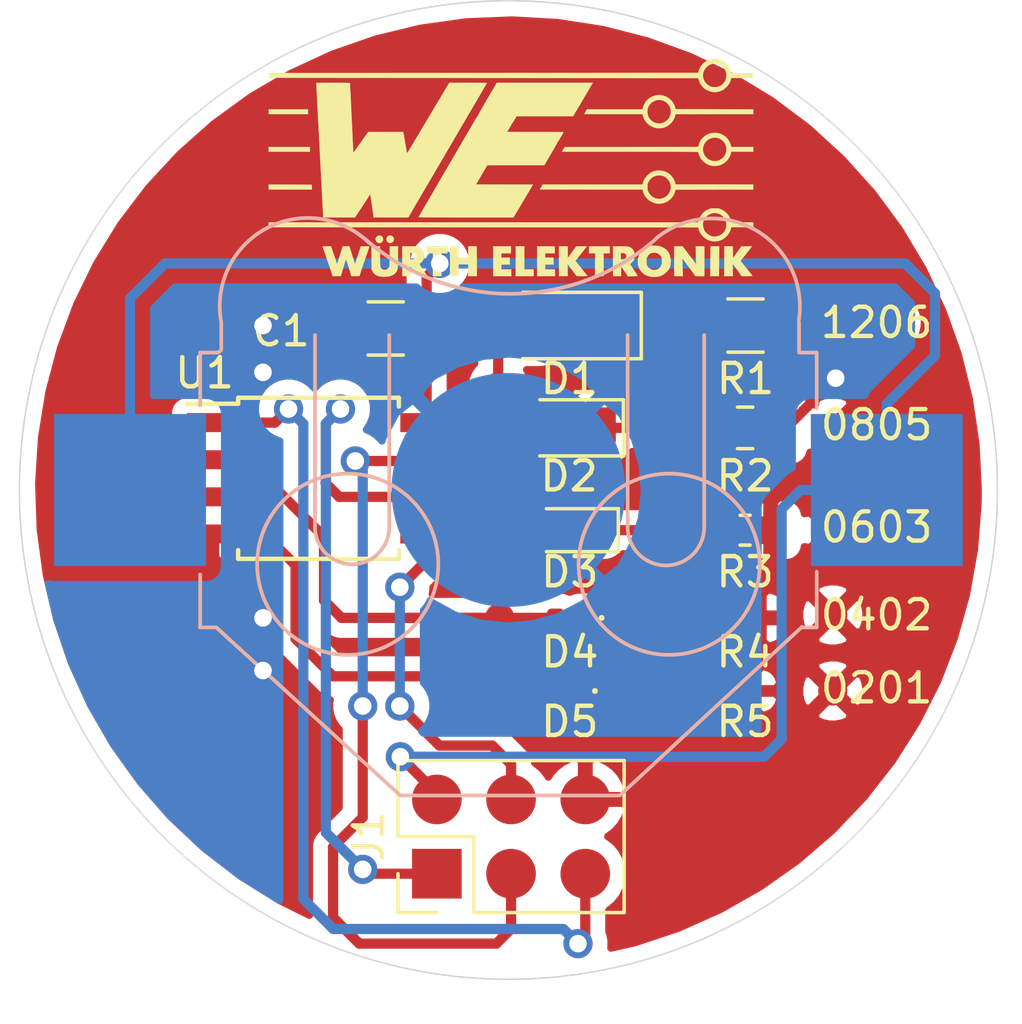
<source format=kicad_pcb>
(kicad_pcb (version 20171130) (host pcbnew "(5.0.1-3-g963ef8bb5)")

  (general
    (thickness 1.6)
    (drawings 6)
    (tracks 127)
    (zones 0)
    (modules 25)
    (nets 14)
  )

  (page A4)
  (title_block
    (title "Soldering challenge")
    (date 2019-04-09)
    (rev v0.2)
    (company "Electronic Cats")
    (comment 1 "Eduardo Contreras")
  )

  (layers
    (0 F.Cu signal)
    (31 B.Cu signal)
    (32 B.Adhes user)
    (33 F.Adhes user)
    (34 B.Paste user)
    (35 F.Paste user)
    (36 B.SilkS user)
    (37 F.SilkS user)
    (38 B.Mask user)
    (39 F.Mask user)
    (40 Dwgs.User user)
    (41 Cmts.User user)
    (42 Eco1.User user)
    (43 Eco2.User user)
    (44 Edge.Cuts user)
    (45 Margin user)
    (46 B.CrtYd user)
    (47 F.CrtYd user)
    (48 B.Fab user hide)
    (49 F.Fab user hide)
  )

  (setup
    (last_trace_width 0.35)
    (trace_clearance 0.2)
    (zone_clearance 0.508)
    (zone_45_only no)
    (trace_min 0.3)
    (segment_width 0.2)
    (edge_width 0.05)
    (via_size 1)
    (via_drill 0.6)
    (via_min_size 0.4)
    (via_min_drill 0.3)
    (uvia_size 0.3)
    (uvia_drill 0.1)
    (uvias_allowed no)
    (uvia_min_size 0.2)
    (uvia_min_drill 0.1)
    (pcb_text_width 0.3)
    (pcb_text_size 1.5 1.5)
    (mod_edge_width 0.12)
    (mod_text_size 1 1)
    (mod_text_width 0.15)
    (pad_size 1.524 1.524)
    (pad_drill 0.762)
    (pad_to_mask_clearance 0.051)
    (solder_mask_min_width 0.25)
    (aux_axis_origin 0 0)
    (visible_elements FFFFFF7F)
    (pcbplotparams
      (layerselection 0x010fc_ffffffff)
      (usegerberextensions false)
      (usegerberattributes false)
      (usegerberadvancedattributes false)
      (creategerberjobfile false)
      (excludeedgelayer true)
      (linewidth 0.100000)
      (plotframeref false)
      (viasonmask false)
      (mode 1)
      (useauxorigin false)
      (hpglpennumber 1)
      (hpglpenspeed 20)
      (hpglpendiameter 15.000000)
      (psnegative false)
      (psa4output false)
      (plotreference true)
      (plotvalue true)
      (plotinvisibletext false)
      (padsonsilk false)
      (subtractmaskfromsilk false)
      (outputformat 1)
      (mirror false)
      (drillshape 1)
      (scaleselection 1)
      (outputdirectory ""))
  )

  (net 0 "")
  (net 1 "Net-(D1-Pad1)")
  (net 2 "Net-(D2-Pad1)")
  (net 3 "Net-(D3-Pad1)")
  (net 4 /PB2)
  (net 5 "Net-(D4-Pad1)")
  (net 6 /PB3)
  (net 7 "Net-(D5-Pad1)")
  (net 8 /PB4)
  (net 9 GND)
  (net 10 /RST)
  (net 11 VCC)
  (net 12 /MOSI)
  (net 13 /MISO)

  (net_class Default "Esta es la clase de red por defecto."
    (clearance 0.2)
    (trace_width 0.35)
    (via_dia 1)
    (via_drill 0.6)
    (uvia_dia 0.3)
    (uvia_drill 0.1)
    (diff_pair_gap 0.3)
    (diff_pair_width 0.3)
    (add_net /MISO)
    (add_net /MOSI)
    (add_net /PB2)
    (add_net /PB3)
    (add_net /PB4)
    (add_net /RST)
    (add_net GND)
    (add_net "Net-(D1-Pad1)")
    (add_net "Net-(D2-Pad1)")
    (add_net "Net-(D3-Pad1)")
    (add_net "Net-(D4-Pad1)")
    (add_net "Net-(D5-Pad1)")
    (add_net VCC)
  )

  (net_class vcc ""
    (clearance 0.3)
    (trace_width 0.5)
    (via_dia 1)
    (via_drill 0.6)
    (uvia_dia 0.3)
    (uvia_drill 0.1)
    (diff_pair_gap 0.3)
    (diff_pair_width 0.3)
  )

  (module Connectors_EC:TestPoint_Pad_1.0x1.0mm (layer F.Cu) (tedit 5CACEA07) (tstamp 5CAD8BD3)
    (at 155.5 73.5)
    (descr "SMD rectangular pad as test Point, square 1.0mm side length")
    (tags "test point SMD pad rectangle square")
    (path /5CAE88CA)
    (attr virtual)
    (fp_text reference TP10 (at 0 -1.448) (layer F.Fab)
      (effects (font (size 1 1) (thickness 0.15)))
    )
    (fp_text value GND (at 0 1.55) (layer F.Fab)
      (effects (font (size 1 1) (thickness 0.15)))
    )
    (fp_text user %R (at 0 -1.45) (layer F.Fab)
      (effects (font (size 1 1) (thickness 0.15)))
    )
    (fp_line (start -1 -1) (end 1 -1) (layer F.CrtYd) (width 0.05))
    (fp_line (start -1 -1) (end -1 1) (layer F.CrtYd) (width 0.05))
    (fp_line (start 1 1) (end 1 -1) (layer F.CrtYd) (width 0.05))
    (fp_line (start 1 1) (end -1 1) (layer F.CrtYd) (width 0.05))
    (pad 1 smd circle (at 0 0) (size 1 1) (layers F.Cu F.Mask)
      (net 9 GND))
  )

  (module Connectors_EC:TestPoint_Pad_1.0x1.0mm (layer F.Cu) (tedit 5CACEA07) (tstamp 5CAD8BC9)
    (at 153.5 86.1)
    (descr "SMD rectangular pad as test Point, square 1.0mm side length")
    (tags "test point SMD pad rectangle square")
    (path /5CAE8295)
    (attr virtual)
    (fp_text reference TP9 (at 0 -1.448) (layer F.Fab)
      (effects (font (size 1 1) (thickness 0.15)))
    )
    (fp_text value GND (at 0 1.55) (layer F.Fab)
      (effects (font (size 1 1) (thickness 0.15)))
    )
    (fp_text user %R (at 0 -1.45) (layer F.Fab)
      (effects (font (size 1 1) (thickness 0.15)))
    )
    (fp_line (start -1 -1) (end 1 -1) (layer F.CrtYd) (width 0.05))
    (fp_line (start -1 -1) (end -1 1) (layer F.CrtYd) (width 0.05))
    (fp_line (start 1 1) (end 1 -1) (layer F.CrtYd) (width 0.05))
    (fp_line (start 1 1) (end -1 1) (layer F.CrtYd) (width 0.05))
    (pad 1 smd circle (at 0 0) (size 1 1) (layers F.Cu F.Mask)
      (net 9 GND))
  )

  (module Connectors_EC:TestPoint_Pad_1.0x1.0mm (layer F.Cu) (tedit 5CACEA07) (tstamp 5CAD8BBF)
    (at 153.5 80.6)
    (descr "SMD rectangular pad as test Point, square 1.0mm side length")
    (tags "test point SMD pad rectangle square")
    (path /5CAE7F71)
    (attr virtual)
    (fp_text reference TP8 (at 0 -1.448) (layer F.Fab)
      (effects (font (size 1 1) (thickness 0.15)))
    )
    (fp_text value GND (at 0 1.55) (layer F.Fab)
      (effects (font (size 1 1) (thickness 0.15)))
    )
    (fp_text user %R (at 0 -1.45) (layer F.Fab)
      (effects (font (size 1 1) (thickness 0.15)))
    )
    (fp_line (start -1 -1) (end 1 -1) (layer F.CrtYd) (width 0.05))
    (fp_line (start -1 -1) (end -1 1) (layer F.CrtYd) (width 0.05))
    (fp_line (start 1 1) (end 1 -1) (layer F.CrtYd) (width 0.05))
    (fp_line (start 1 1) (end -1 1) (layer F.CrtYd) (width 0.05))
    (pad 1 smd circle (at 0 0) (size 1 1) (layers F.Cu F.Mask)
      (net 9 GND))
  )

  (module Connectors_EC:TestPoint_Pad_1.0x1.0mm (layer F.Cu) (tedit 5CACEA07) (tstamp 5CAD8BB5)
    (at 153.5 77.1)
    (descr "SMD rectangular pad as test Point, square 1.0mm side length")
    (tags "test point SMD pad rectangle square")
    (path /5CAE7C01)
    (attr virtual)
    (fp_text reference TP7 (at 0 -1.448) (layer F.Fab)
      (effects (font (size 1 1) (thickness 0.15)))
    )
    (fp_text value GND (at 0 1.55) (layer F.Fab)
      (effects (font (size 1 1) (thickness 0.15)))
    )
    (fp_text user %R (at 0 -1.45) (layer F.Fab)
      (effects (font (size 1 1) (thickness 0.15)))
    )
    (fp_line (start -1 -1) (end 1 -1) (layer F.CrtYd) (width 0.05))
    (fp_line (start -1 -1) (end -1 1) (layer F.CrtYd) (width 0.05))
    (fp_line (start 1 1) (end 1 -1) (layer F.CrtYd) (width 0.05))
    (fp_line (start 1 1) (end -1 1) (layer F.CrtYd) (width 0.05))
    (pad 1 smd circle (at 0 0) (size 1 1) (layers F.Cu F.Mask)
      (net 9 GND))
  )

  (module Connectors_EC:TestPoint_Pad_1.0x1.0mm (layer F.Cu) (tedit 5CACEA07) (tstamp 5CAD8BAB)
    (at 153.5 83.5)
    (descr "SMD rectangular pad as test Point, square 1.0mm side length")
    (tags "test point SMD pad rectangle square")
    (path /5CAE762F)
    (attr virtual)
    (fp_text reference TP6 (at 0 -1.448) (layer F.Fab)
      (effects (font (size 1 1) (thickness 0.15)))
    )
    (fp_text value GND (at 0 1.55) (layer F.Fab)
      (effects (font (size 1 1) (thickness 0.15)))
    )
    (fp_text user %R (at 0 -1.45) (layer F.Fab)
      (effects (font (size 1 1) (thickness 0.15)))
    )
    (fp_line (start -1 -1) (end 1 -1) (layer F.CrtYd) (width 0.05))
    (fp_line (start -1 -1) (end -1 1) (layer F.CrtYd) (width 0.05))
    (fp_line (start 1 1) (end 1 -1) (layer F.CrtYd) (width 0.05))
    (fp_line (start 1 1) (end -1 1) (layer F.CrtYd) (width 0.05))
    (pad 1 smd circle (at 0 0) (size 1 1) (layers F.Cu F.Mask)
      (net 9 GND))
  )

  (module Connectors_EC:TestPoint_Pad_1.0x1.0mm (layer F.Cu) (tedit 5CACEA07) (tstamp 5CAD8BA1)
    (at 142.1 86.15)
    (descr "SMD rectangular pad as test Point, square 1.0mm side length")
    (tags "test point SMD pad rectangle square")
    (path /5CAE601D)
    (attr virtual)
    (fp_text reference TP5 (at 0 -1.448) (layer F.Fab)
      (effects (font (size 1 1) (thickness 0.15)))
    )
    (fp_text value PB4 (at 0 1.55) (layer F.Fab)
      (effects (font (size 1 1) (thickness 0.15)))
    )
    (fp_text user %R (at 0 -1.45) (layer F.Fab)
      (effects (font (size 1 1) (thickness 0.15)))
    )
    (fp_line (start -1 -1) (end 1 -1) (layer F.CrtYd) (width 0.05))
    (fp_line (start -1 -1) (end -1 1) (layer F.CrtYd) (width 0.05))
    (fp_line (start 1 1) (end 1 -1) (layer F.CrtYd) (width 0.05))
    (fp_line (start 1 1) (end -1 1) (layer F.CrtYd) (width 0.05))
    (pad 1 smd circle (at 0 0) (size 1 1) (layers F.Cu F.Mask)
      (net 8 /PB4))
  )

  (module Connectors_EC:TestPoint_Pad_1.0x1.0mm (layer F.Cu) (tedit 5CACEA07) (tstamp 5CAD8B97)
    (at 142.1 83.6)
    (descr "SMD rectangular pad as test Point, square 1.0mm side length")
    (tags "test point SMD pad rectangle square")
    (path /5CAE5C9A)
    (attr virtual)
    (fp_text reference TP4 (at 0 -1.448) (layer F.Fab)
      (effects (font (size 1 1) (thickness 0.15)))
    )
    (fp_text value PB3 (at 0 1.55) (layer F.Fab)
      (effects (font (size 1 1) (thickness 0.15)))
    )
    (fp_text user %R (at 0 -1.45) (layer F.Fab)
      (effects (font (size 1 1) (thickness 0.15)))
    )
    (fp_line (start -1 -1) (end 1 -1) (layer F.CrtYd) (width 0.05))
    (fp_line (start -1 -1) (end -1 1) (layer F.CrtYd) (width 0.05))
    (fp_line (start 1 1) (end 1 -1) (layer F.CrtYd) (width 0.05))
    (fp_line (start 1 1) (end -1 1) (layer F.CrtYd) (width 0.05))
    (pad 1 smd circle (at 0 0) (size 1 1) (layers F.Cu F.Mask)
      (net 6 /PB3))
  )

  (module Connectors_EC:TestPoint_Pad_1.0x1.0mm (layer F.Cu) (tedit 5CACEA07) (tstamp 5CAD8B8D)
    (at 142.05 75.7)
    (descr "SMD rectangular pad as test Point, square 1.0mm side length")
    (tags "test point SMD pad rectangle square")
    (path /5CAE587F)
    (attr virtual)
    (fp_text reference TP3 (at 0 -1.448) (layer F.Fab)
      (effects (font (size 1 1) (thickness 0.15)))
    )
    (fp_text value PB2 (at 0 1.55) (layer F.Fab)
      (effects (font (size 1 1) (thickness 0.15)))
    )
    (fp_text user %R (at 0 -1.45) (layer F.Fab)
      (effects (font (size 1 1) (thickness 0.15)))
    )
    (fp_line (start -1 -1) (end 1 -1) (layer F.CrtYd) (width 0.05))
    (fp_line (start -1 -1) (end -1 1) (layer F.CrtYd) (width 0.05))
    (fp_line (start 1 1) (end 1 -1) (layer F.CrtYd) (width 0.05))
    (fp_line (start 1 1) (end -1 1) (layer F.CrtYd) (width 0.05))
    (pad 1 smd circle (at 0 0) (size 1 1) (layers F.Cu F.Mask)
      (net 4 /PB2))
  )

  (module Connectors_EC:TestPoint_Pad_1.0x1.0mm (layer F.Cu) (tedit 5CACEA07) (tstamp 5CAD8B83)
    (at 142.05 78.75)
    (descr "SMD rectangular pad as test Point, square 1.0mm side length")
    (tags "test point SMD pad rectangle square")
    (path /5CAE536D)
    (attr virtual)
    (fp_text reference TP2 (at 0 -1.448) (layer F.Fab)
      (effects (font (size 1 1) (thickness 0.15)))
    )
    (fp_text value PB1 (at 0 1.55) (layer F.Fab)
      (effects (font (size 1 1) (thickness 0.15)))
    )
    (fp_text user %R (at 0 -1.45) (layer F.Fab)
      (effects (font (size 1 1) (thickness 0.15)))
    )
    (fp_line (start -1 -1) (end 1 -1) (layer F.CrtYd) (width 0.05))
    (fp_line (start -1 -1) (end -1 1) (layer F.CrtYd) (width 0.05))
    (fp_line (start 1 1) (end 1 -1) (layer F.CrtYd) (width 0.05))
    (fp_line (start 1 1) (end -1 1) (layer F.CrtYd) (width 0.05))
    (pad 1 smd circle (at 0 0) (size 1 1) (layers F.Cu F.Mask)
      (net 13 /MISO))
  )

  (module TestPoint:TestPoint_Pad_1.0x1.0mm (layer F.Cu) (tedit 5CACEA07) (tstamp 5CAD8DAC)
    (at 142.1 81.25)
    (descr "SMD rectangular pad as test Point, square 1.0mm side length")
    (tags "test point SMD pad rectangle square")
    (path /5CADE211)
    (attr virtual)
    (fp_text reference TP1 (at 0 -1.448) (layer F.Fab)
      (effects (font (size 1 1) (thickness 0.15)))
    )
    (fp_text value PB0 (at 0 1.55) (layer F.Fab)
      (effects (font (size 1 1) (thickness 0.15)))
    )
    (fp_line (start 1 1) (end -1 1) (layer F.CrtYd) (width 0.05))
    (fp_line (start 1 1) (end 1 -1) (layer F.CrtYd) (width 0.05))
    (fp_line (start -1 -1) (end -1 1) (layer F.CrtYd) (width 0.05))
    (fp_line (start -1 -1) (end 1 -1) (layer F.CrtYd) (width 0.05))
    (fp_text user %R (at 0 -1.45) (layer F.Fab)
      (effects (font (size 1 1) (thickness 0.15)))
    )
    (pad 1 smd circle (at 0 0) (size 1 1) (layers F.Cu F.Mask)
      (net 12 /MOSI))
  )

  (module Connector_PinHeader_2.54mm:PinHeader_2x03_P2.54mm_Vertical (layer F.Cu) (tedit 5CACE54A) (tstamp 5CAD6C87)
    (at 139.95 92.35 90)
    (descr "Through hole straight pin header, 2x03, 2.54mm pitch, double rows")
    (tags "Through hole pin header THT 2x03 2.54mm double row")
    (path /5CACFEEF)
    (fp_text reference J1 (at 1.27 -2.33 90) (layer F.SilkS)
      (effects (font (size 1 1) (thickness 0.15)))
    )
    (fp_text value ISP (at 1.27 7.41 90) (layer F.Fab)
      (effects (font (size 1 1) (thickness 0.15)))
    )
    (fp_text user %R (at 1.27 2.54 180) (layer F.Fab)
      (effects (font (size 1 1) (thickness 0.15)))
    )
    (fp_line (start 4.35 -1.8) (end -1.8 -1.8) (layer F.CrtYd) (width 0.05))
    (fp_line (start 4.35 6.85) (end 4.35 -1.8) (layer F.CrtYd) (width 0.05))
    (fp_line (start -1.8 6.85) (end 4.35 6.85) (layer F.CrtYd) (width 0.05))
    (fp_line (start -1.8 -1.8) (end -1.8 6.85) (layer F.CrtYd) (width 0.05))
    (fp_line (start -1.33 -1.33) (end 0 -1.33) (layer F.SilkS) (width 0.12))
    (fp_line (start -1.33 0) (end -1.33 -1.33) (layer F.SilkS) (width 0.12))
    (fp_line (start 1.27 -1.33) (end 3.87 -1.33) (layer F.SilkS) (width 0.12))
    (fp_line (start 1.27 1.27) (end 1.27 -1.33) (layer F.SilkS) (width 0.12))
    (fp_line (start -1.33 1.27) (end 1.27 1.27) (layer F.SilkS) (width 0.12))
    (fp_line (start 3.87 -1.33) (end 3.87 6.41) (layer F.SilkS) (width 0.12))
    (fp_line (start -1.33 1.27) (end -1.33 6.41) (layer F.SilkS) (width 0.12))
    (fp_line (start -1.33 6.41) (end 3.87 6.41) (layer F.SilkS) (width 0.12))
    (fp_line (start -1.27 0) (end 0 -1.27) (layer F.Fab) (width 0.1))
    (fp_line (start -1.27 6.35) (end -1.27 0) (layer F.Fab) (width 0.1))
    (fp_line (start 3.81 6.35) (end -1.27 6.35) (layer F.Fab) (width 0.1))
    (fp_line (start 3.81 -1.27) (end 3.81 6.35) (layer F.Fab) (width 0.1))
    (fp_line (start 0 -1.27) (end 3.81 -1.27) (layer F.Fab) (width 0.1))
    (pad 6 smd oval (at 2.54 5.08 90) (size 1.7 1.7) (layers F.Cu F.Paste F.Mask)
      (net 9 GND))
    (pad 5 smd oval (at 0 5.08 90) (size 1.7 1.7) (layers F.Cu F.Paste F.Mask)
      (net 10 /RST))
    (pad 4 smd oval (at 2.54 2.54 90) (size 1.7 1.7) (layers F.Cu F.Paste F.Mask)
      (net 12 /MOSI))
    (pad 3 smd oval (at 0 2.54 90) (size 1.7 1.7) (layers F.Cu F.Paste F.Mask)
      (net 4 /PB2))
    (pad 2 smd oval (at 2.54 0 90) (size 1.7 1.7) (layers F.Cu F.Paste F.Mask)
      (net 11 VCC))
    (pad 1 smd rect (at 0 0 90) (size 1.7 1.7) (layers F.Cu F.Paste F.Mask)
      (net 13 /MISO))
  )

  (module LED_SMD:LED_1206_3216Metric_Pad1.42x1.75mm_HandSolder (layer F.Cu) (tedit 5B4B45C9) (tstamp 5CAC2214)
    (at 144.4875 73.6 180)
    (descr "LED SMD 1206 (3216 Metric), square (rectangular) end terminal, IPC_7351 nominal, (Body size source: http://www.tortai-tech.com/upload/download/2011102023233369053.pdf), generated with kicad-footprint-generator")
    (tags "LED handsolder")
    (path /5CAC1086)
    (attr smd)
    (fp_text reference D1 (at 0 -1.82 180) (layer F.SilkS)
      (effects (font (size 1 1) (thickness 0.15)))
    )
    (fp_text value 1206 (at 0 1.82 180) (layer F.Fab)
      (effects (font (size 1 1) (thickness 0.15)))
    )
    (fp_line (start 1.6 -0.8) (end -1.2 -0.8) (layer F.Fab) (width 0.1))
    (fp_line (start -1.2 -0.8) (end -1.6 -0.4) (layer F.Fab) (width 0.1))
    (fp_line (start -1.6 -0.4) (end -1.6 0.8) (layer F.Fab) (width 0.1))
    (fp_line (start -1.6 0.8) (end 1.6 0.8) (layer F.Fab) (width 0.1))
    (fp_line (start 1.6 0.8) (end 1.6 -0.8) (layer F.Fab) (width 0.1))
    (fp_line (start 1.6 -1.135) (end -2.46 -1.135) (layer F.SilkS) (width 0.12))
    (fp_line (start -2.46 -1.135) (end -2.46 1.135) (layer F.SilkS) (width 0.12))
    (fp_line (start -2.46 1.135) (end 1.6 1.135) (layer F.SilkS) (width 0.12))
    (fp_line (start -2.45 1.12) (end -2.45 -1.12) (layer F.CrtYd) (width 0.05))
    (fp_line (start -2.45 -1.12) (end 2.45 -1.12) (layer F.CrtYd) (width 0.05))
    (fp_line (start 2.45 -1.12) (end 2.45 1.12) (layer F.CrtYd) (width 0.05))
    (fp_line (start 2.45 1.12) (end -2.45 1.12) (layer F.CrtYd) (width 0.05))
    (fp_text user %R (at 0 0 180) (layer F.Fab)
      (effects (font (size 0.8 0.8) (thickness 0.12)))
    )
    (pad 1 smd roundrect (at -1.4875 0 180) (size 1.425 1.75) (layers F.Cu F.Paste F.Mask) (roundrect_rratio 0.175439)
      (net 1 "Net-(D1-Pad1)"))
    (pad 2 smd roundrect (at 1.4875 0 180) (size 1.425 1.75) (layers F.Cu F.Paste F.Mask) (roundrect_rratio 0.175439)
      (net 4 /PB2))
    (model ${KISYS3DMOD}/LED_SMD.3dshapes/LED_1206_3216Metric.wrl
      (at (xyz 0 0 0))
      (scale (xyz 1 1 1))
      (rotate (xyz 0 0 0))
    )
  )

  (module LED_SMD:LED_0805_2012Metric_Pad1.15x1.40mm_HandSolder (layer F.Cu) (tedit 5B4B45C9) (tstamp 5CAC2667)
    (at 144.475 77.1 180)
    (descr "LED SMD 0805 (2012 Metric), square (rectangular) end terminal, IPC_7351 nominal, (Body size source: https://docs.google.com/spreadsheets/d/1BsfQQcO9C6DZCsRaXUlFlo91Tg2WpOkGARC1WS5S8t0/edit?usp=sharing), generated with kicad-footprint-generator")
    (tags "LED handsolder")
    (path /5CAC3F5C)
    (attr smd)
    (fp_text reference D2 (at 0 -1.65 180) (layer F.SilkS)
      (effects (font (size 1 1) (thickness 0.15)))
    )
    (fp_text value 0805 (at 0 1.65 180) (layer F.Fab)
      (effects (font (size 1 1) (thickness 0.15)))
    )
    (fp_line (start 1 -0.6) (end -0.7 -0.6) (layer F.Fab) (width 0.1))
    (fp_line (start -0.7 -0.6) (end -1 -0.3) (layer F.Fab) (width 0.1))
    (fp_line (start -1 -0.3) (end -1 0.6) (layer F.Fab) (width 0.1))
    (fp_line (start -1 0.6) (end 1 0.6) (layer F.Fab) (width 0.1))
    (fp_line (start 1 0.6) (end 1 -0.6) (layer F.Fab) (width 0.1))
    (fp_line (start 1 -0.96) (end -1.86 -0.96) (layer F.SilkS) (width 0.12))
    (fp_line (start -1.86 -0.96) (end -1.86 0.96) (layer F.SilkS) (width 0.12))
    (fp_line (start -1.86 0.96) (end 1 0.96) (layer F.SilkS) (width 0.12))
    (fp_line (start -1.85 0.95) (end -1.85 -0.95) (layer F.CrtYd) (width 0.05))
    (fp_line (start -1.85 -0.95) (end 1.85 -0.95) (layer F.CrtYd) (width 0.05))
    (fp_line (start 1.85 -0.95) (end 1.85 0.95) (layer F.CrtYd) (width 0.05))
    (fp_line (start 1.85 0.95) (end -1.85 0.95) (layer F.CrtYd) (width 0.05))
    (fp_text user %R (at 0 0 180) (layer F.Fab)
      (effects (font (size 0.5 0.5) (thickness 0.08)))
    )
    (pad 1 smd roundrect (at -1.025 0 180) (size 1.15 1.4) (layers F.Cu F.Paste F.Mask) (roundrect_rratio 0.217391)
      (net 2 "Net-(D2-Pad1)"))
    (pad 2 smd roundrect (at 1.025 0 180) (size 1.15 1.4) (layers F.Cu F.Paste F.Mask) (roundrect_rratio 0.217391)
      (net 13 /MISO))
    (model ${KISYS3DMOD}/LED_SMD.3dshapes/LED_0805_2012Metric.wrl
      (at (xyz 0 0 0))
      (scale (xyz 1 1 1))
      (rotate (xyz 0 0 0))
    )
  )

  (module LED_SMD:LED_0603_1608Metric_Pad1.05x0.95mm_HandSolder (layer F.Cu) (tedit 5B4B45C9) (tstamp 5CAC271A)
    (at 144.5 80.6 180)
    (descr "LED SMD 0603 (1608 Metric), square (rectangular) end terminal, IPC_7351 nominal, (Body size source: http://www.tortai-tech.com/upload/download/2011102023233369053.pdf), generated with kicad-footprint-generator")
    (tags "LED handsolder")
    (path /5CAC598F)
    (attr smd)
    (fp_text reference D3 (at 0 -1.43 180) (layer F.SilkS)
      (effects (font (size 1 1) (thickness 0.15)))
    )
    (fp_text value 0603 (at 0 1.43 180) (layer F.Fab)
      (effects (font (size 1 1) (thickness 0.15)))
    )
    (fp_line (start 0.8 -0.4) (end -0.5 -0.4) (layer F.Fab) (width 0.1))
    (fp_line (start -0.5 -0.4) (end -0.8 -0.1) (layer F.Fab) (width 0.1))
    (fp_line (start -0.8 -0.1) (end -0.8 0.4) (layer F.Fab) (width 0.1))
    (fp_line (start -0.8 0.4) (end 0.8 0.4) (layer F.Fab) (width 0.1))
    (fp_line (start 0.8 0.4) (end 0.8 -0.4) (layer F.Fab) (width 0.1))
    (fp_line (start 0.8 -0.735) (end -1.66 -0.735) (layer F.SilkS) (width 0.12))
    (fp_line (start -1.66 -0.735) (end -1.66 0.735) (layer F.SilkS) (width 0.12))
    (fp_line (start -1.66 0.735) (end 0.8 0.735) (layer F.SilkS) (width 0.12))
    (fp_line (start -1.65 0.73) (end -1.65 -0.73) (layer F.CrtYd) (width 0.05))
    (fp_line (start -1.65 -0.73) (end 1.65 -0.73) (layer F.CrtYd) (width 0.05))
    (fp_line (start 1.65 -0.73) (end 1.65 0.73) (layer F.CrtYd) (width 0.05))
    (fp_line (start 1.65 0.73) (end -1.65 0.73) (layer F.CrtYd) (width 0.05))
    (fp_text user %R (at 0 0 180) (layer F.Fab)
      (effects (font (size 0.4 0.4) (thickness 0.06)))
    )
    (pad 1 smd roundrect (at -0.875 0 180) (size 1.05 0.95) (layers F.Cu F.Paste F.Mask) (roundrect_rratio 0.25)
      (net 3 "Net-(D3-Pad1)"))
    (pad 2 smd roundrect (at 0.875 0 180) (size 1.05 0.95) (layers F.Cu F.Paste F.Mask) (roundrect_rratio 0.25)
      (net 12 /MOSI))
    (model ${KISYS3DMOD}/LED_SMD.3dshapes/LED_0603_1608Metric.wrl
      (at (xyz 0 0 0))
      (scale (xyz 1 1 1))
      (rotate (xyz 0 0 0))
    )
  )

  (module LED_SMD:LED_0402_1005Metric (layer F.Cu) (tedit 5B301BBE) (tstamp 5CAC27AB)
    (at 144.5 83.6 180)
    (descr "LED SMD 0402 (1005 Metric), square (rectangular) end terminal, IPC_7351 nominal, (Body size source: http://www.tortai-tech.com/upload/download/2011102023233369053.pdf), generated with kicad-footprint-generator")
    (tags LED)
    (path /5CAC7A32)
    (attr smd)
    (fp_text reference D4 (at 0 -1.17 180) (layer F.SilkS)
      (effects (font (size 1 1) (thickness 0.15)))
    )
    (fp_text value 0402 (at 0 1.17 180) (layer F.Fab)
      (effects (font (size 1 1) (thickness 0.15)))
    )
    (fp_circle (center -1.09 0) (end -1.04 0) (layer F.SilkS) (width 0.1))
    (fp_line (start -0.5 0.25) (end -0.5 -0.25) (layer F.Fab) (width 0.1))
    (fp_line (start -0.5 -0.25) (end 0.5 -0.25) (layer F.Fab) (width 0.1))
    (fp_line (start 0.5 -0.25) (end 0.5 0.25) (layer F.Fab) (width 0.1))
    (fp_line (start 0.5 0.25) (end -0.5 0.25) (layer F.Fab) (width 0.1))
    (fp_line (start -0.4 0.25) (end -0.4 -0.25) (layer F.Fab) (width 0.1))
    (fp_line (start -0.3 0.25) (end -0.3 -0.25) (layer F.Fab) (width 0.1))
    (fp_line (start -0.93 0.47) (end -0.93 -0.47) (layer F.CrtYd) (width 0.05))
    (fp_line (start -0.93 -0.47) (end 0.93 -0.47) (layer F.CrtYd) (width 0.05))
    (fp_line (start 0.93 -0.47) (end 0.93 0.47) (layer F.CrtYd) (width 0.05))
    (fp_line (start 0.93 0.47) (end -0.93 0.47) (layer F.CrtYd) (width 0.05))
    (fp_text user %R (at 0 0 180) (layer F.Fab)
      (effects (font (size 0.25 0.25) (thickness 0.04)))
    )
    (pad 1 smd roundrect (at -0.485 0 180) (size 0.59 0.64) (layers F.Cu F.Paste F.Mask) (roundrect_rratio 0.25)
      (net 5 "Net-(D4-Pad1)"))
    (pad 2 smd roundrect (at 0.485 0 180) (size 0.59 0.64) (layers F.Cu F.Paste F.Mask) (roundrect_rratio 0.25)
      (net 6 /PB3))
    (model ${KISYS3DMOD}/LED_SMD.3dshapes/LED_0402_1005Metric.wrl
      (at (xyz 0 0 0))
      (scale (xyz 1 1 1))
      (rotate (xyz 0 0 0))
    )
  )

  (module LED_SMD:LED_0201_0603Metric (layer F.Cu) (tedit 5B301BBE) (tstamp 5CAC2260)
    (at 144.5 86.1 180)
    (descr "LED SMD 0201 (0603 Metric), square (rectangular) end terminal, IPC_7351 nominal, (Body size source: https://www.vishay.com/docs/20052/crcw0201e3.pdf), generated with kicad-footprint-generator")
    (tags LED)
    (path /5CAC87F7)
    (attr smd)
    (fp_text reference D5 (at 0 -1.05 180) (layer F.SilkS)
      (effects (font (size 1 1) (thickness 0.15)))
    )
    (fp_text value 0201 (at 0 1.05 180) (layer F.Fab)
      (effects (font (size 1 1) (thickness 0.15)))
    )
    (fp_circle (center -0.86 0) (end -0.81 0) (layer F.SilkS) (width 0.1))
    (fp_line (start -0.3 0.15) (end -0.3 -0.15) (layer F.Fab) (width 0.1))
    (fp_line (start -0.3 -0.15) (end 0.3 -0.15) (layer F.Fab) (width 0.1))
    (fp_line (start 0.3 -0.15) (end 0.3 0.15) (layer F.Fab) (width 0.1))
    (fp_line (start 0.3 0.15) (end -0.3 0.15) (layer F.Fab) (width 0.1))
    (fp_line (start -0.2 0.15) (end -0.2 -0.15) (layer F.Fab) (width 0.1))
    (fp_line (start -0.1 0.15) (end -0.1 -0.15) (layer F.Fab) (width 0.1))
    (fp_line (start -0.7 0.35) (end -0.7 -0.35) (layer F.CrtYd) (width 0.05))
    (fp_line (start -0.7 -0.35) (end 0.7 -0.35) (layer F.CrtYd) (width 0.05))
    (fp_line (start 0.7 -0.35) (end 0.7 0.35) (layer F.CrtYd) (width 0.05))
    (fp_line (start 0.7 0.35) (end -0.7 0.35) (layer F.CrtYd) (width 0.05))
    (fp_text user %R (at 0 -0.68 180) (layer F.Fab)
      (effects (font (size 0.25 0.25) (thickness 0.04)))
    )
    (pad "" smd roundrect (at -0.345 0 180) (size 0.318 0.36) (layers F.Paste) (roundrect_rratio 0.25))
    (pad "" smd roundrect (at 0.345 0 180) (size 0.318 0.36) (layers F.Paste) (roundrect_rratio 0.25))
    (pad 1 smd roundrect (at -0.32 0 180) (size 0.46 0.4) (layers F.Cu F.Mask) (roundrect_rratio 0.25)
      (net 7 "Net-(D5-Pad1)"))
    (pad 2 smd roundrect (at 0.32 0 180) (size 0.46 0.4) (layers F.Cu F.Mask) (roundrect_rratio 0.25)
      (net 8 /PB4))
    (model ${KISYS3DMOD}/LED_SMD.3dshapes/LED_0201_0603Metric.wrl
      (at (xyz 0 0 0))
      (scale (xyz 1 1 1))
      (rotate (xyz 0 0 0))
    )
  )

  (module Resistor_SMD:R_1206_3216Metric_Pad1.42x1.75mm_HandSolder (layer F.Cu) (tedit 5B301BBD) (tstamp 5CAC2271)
    (at 150.5125 73.6 180)
    (descr "Resistor SMD 1206 (3216 Metric), square (rectangular) end terminal, IPC_7351 nominal with elongated pad for handsoldering. (Body size source: http://www.tortai-tech.com/upload/download/2011102023233369053.pdf), generated with kicad-footprint-generator")
    (tags "resistor handsolder")
    (path /5CAC1A52)
    (attr smd)
    (fp_text reference R1 (at 0 -1.82 180) (layer F.SilkS)
      (effects (font (size 1 1) (thickness 0.15)))
    )
    (fp_text value 1206 (at 0 1.82 180) (layer F.Fab)
      (effects (font (size 1 1) (thickness 0.15)))
    )
    (fp_line (start -1.6 0.8) (end -1.6 -0.8) (layer F.Fab) (width 0.1))
    (fp_line (start -1.6 -0.8) (end 1.6 -0.8) (layer F.Fab) (width 0.1))
    (fp_line (start 1.6 -0.8) (end 1.6 0.8) (layer F.Fab) (width 0.1))
    (fp_line (start 1.6 0.8) (end -1.6 0.8) (layer F.Fab) (width 0.1))
    (fp_line (start -0.602064 -0.91) (end 0.602064 -0.91) (layer F.SilkS) (width 0.12))
    (fp_line (start -0.602064 0.91) (end 0.602064 0.91) (layer F.SilkS) (width 0.12))
    (fp_line (start -2.45 1.12) (end -2.45 -1.12) (layer F.CrtYd) (width 0.05))
    (fp_line (start -2.45 -1.12) (end 2.45 -1.12) (layer F.CrtYd) (width 0.05))
    (fp_line (start 2.45 -1.12) (end 2.45 1.12) (layer F.CrtYd) (width 0.05))
    (fp_line (start 2.45 1.12) (end -2.45 1.12) (layer F.CrtYd) (width 0.05))
    (fp_text user %R (at 0 0 180) (layer F.Fab)
      (effects (font (size 0.8 0.8) (thickness 0.12)))
    )
    (pad 1 smd roundrect (at -1.4875 0 180) (size 1.425 1.75) (layers F.Cu F.Paste F.Mask) (roundrect_rratio 0.175439)
      (net 9 GND))
    (pad 2 smd roundrect (at 1.4875 0 180) (size 1.425 1.75) (layers F.Cu F.Paste F.Mask) (roundrect_rratio 0.175439)
      (net 1 "Net-(D1-Pad1)"))
    (model ${KISYS3DMOD}/Resistor_SMD.3dshapes/R_1206_3216Metric.wrl
      (at (xyz 0 0 0))
      (scale (xyz 1 1 1))
      (rotate (xyz 0 0 0))
    )
  )

  (module Resistor_SMD:R_0805_2012Metric_Pad1.15x1.40mm_HandSolder (layer F.Cu) (tedit 5B36C52B) (tstamp 5CAC2B91)
    (at 150.5 77.1 180)
    (descr "Resistor SMD 0805 (2012 Metric), square (rectangular) end terminal, IPC_7351 nominal with elongated pad for handsoldering. (Body size source: https://docs.google.com/spreadsheets/d/1BsfQQcO9C6DZCsRaXUlFlo91Tg2WpOkGARC1WS5S8t0/edit?usp=sharing), generated with kicad-footprint-generator")
    (tags "resistor handsolder")
    (path /5CAC4A3D)
    (attr smd)
    (fp_text reference R2 (at 0 -1.65 180) (layer F.SilkS)
      (effects (font (size 1 1) (thickness 0.15)))
    )
    (fp_text value 0805 (at 0 1.65 180) (layer F.Fab)
      (effects (font (size 1 1) (thickness 0.15)))
    )
    (fp_line (start -1 0.6) (end -1 -0.6) (layer F.Fab) (width 0.1))
    (fp_line (start -1 -0.6) (end 1 -0.6) (layer F.Fab) (width 0.1))
    (fp_line (start 1 -0.6) (end 1 0.6) (layer F.Fab) (width 0.1))
    (fp_line (start 1 0.6) (end -1 0.6) (layer F.Fab) (width 0.1))
    (fp_line (start -0.261252 -0.71) (end 0.261252 -0.71) (layer F.SilkS) (width 0.12))
    (fp_line (start -0.261252 0.71) (end 0.261252 0.71) (layer F.SilkS) (width 0.12))
    (fp_line (start -1.85 0.95) (end -1.85 -0.95) (layer F.CrtYd) (width 0.05))
    (fp_line (start -1.85 -0.95) (end 1.85 -0.95) (layer F.CrtYd) (width 0.05))
    (fp_line (start 1.85 -0.95) (end 1.85 0.95) (layer F.CrtYd) (width 0.05))
    (fp_line (start 1.85 0.95) (end -1.85 0.95) (layer F.CrtYd) (width 0.05))
    (fp_text user %R (at 0 0 180) (layer F.Fab)
      (effects (font (size 0.5 0.5) (thickness 0.08)))
    )
    (pad 1 smd roundrect (at -1.025 0 180) (size 1.15 1.4) (layers F.Cu F.Paste F.Mask) (roundrect_rratio 0.217391)
      (net 9 GND))
    (pad 2 smd roundrect (at 1.025 0 180) (size 1.15 1.4) (layers F.Cu F.Paste F.Mask) (roundrect_rratio 0.217391)
      (net 2 "Net-(D2-Pad1)"))
    (model ${KISYS3DMOD}/Resistor_SMD.3dshapes/R_0805_2012Metric.wrl
      (at (xyz 0 0 0))
      (scale (xyz 1 1 1))
      (rotate (xyz 0 0 0))
    )
  )

  (module Resistor_SMD:R_0603_1608Metric_Pad1.05x0.95mm_HandSolder (layer F.Cu) (tedit 5B301BBD) (tstamp 5CAC2888)
    (at 150.5 80.6 180)
    (descr "Resistor SMD 0603 (1608 Metric), square (rectangular) end terminal, IPC_7351 nominal with elongated pad for handsoldering. (Body size source: http://www.tortai-tech.com/upload/download/2011102023233369053.pdf), generated with kicad-footprint-generator")
    (tags "resistor handsolder")
    (path /5CAC5999)
    (attr smd)
    (fp_text reference R3 (at 0 -1.43 180) (layer F.SilkS)
      (effects (font (size 1 1) (thickness 0.15)))
    )
    (fp_text value 0603 (at 0 1.43 180) (layer F.Fab)
      (effects (font (size 1 1) (thickness 0.15)))
    )
    (fp_line (start -0.8 0.4) (end -0.8 -0.4) (layer F.Fab) (width 0.1))
    (fp_line (start -0.8 -0.4) (end 0.8 -0.4) (layer F.Fab) (width 0.1))
    (fp_line (start 0.8 -0.4) (end 0.8 0.4) (layer F.Fab) (width 0.1))
    (fp_line (start 0.8 0.4) (end -0.8 0.4) (layer F.Fab) (width 0.1))
    (fp_line (start -0.171267 -0.51) (end 0.171267 -0.51) (layer F.SilkS) (width 0.12))
    (fp_line (start -0.171267 0.51) (end 0.171267 0.51) (layer F.SilkS) (width 0.12))
    (fp_line (start -1.65 0.73) (end -1.65 -0.73) (layer F.CrtYd) (width 0.05))
    (fp_line (start -1.65 -0.73) (end 1.65 -0.73) (layer F.CrtYd) (width 0.05))
    (fp_line (start 1.65 -0.73) (end 1.65 0.73) (layer F.CrtYd) (width 0.05))
    (fp_line (start 1.65 0.73) (end -1.65 0.73) (layer F.CrtYd) (width 0.05))
    (fp_text user %R (at 0 0 180) (layer F.Fab)
      (effects (font (size 0.4 0.4) (thickness 0.06)))
    )
    (pad 1 smd roundrect (at -0.875 0 180) (size 1.05 0.95) (layers F.Cu F.Paste F.Mask) (roundrect_rratio 0.25)
      (net 9 GND))
    (pad 2 smd roundrect (at 0.875 0 180) (size 1.05 0.95) (layers F.Cu F.Paste F.Mask) (roundrect_rratio 0.25)
      (net 3 "Net-(D3-Pad1)"))
    (model ${KISYS3DMOD}/Resistor_SMD.3dshapes/R_0603_1608Metric.wrl
      (at (xyz 0 0 0))
      (scale (xyz 1 1 1))
      (rotate (xyz 0 0 0))
    )
  )

  (module Resistor_SMD:R_0402_1005Metric (layer F.Cu) (tedit 5B301BBD) (tstamp 5CAC22A2)
    (at 150.5 83.6 180)
    (descr "Resistor SMD 0402 (1005 Metric), square (rectangular) end terminal, IPC_7351 nominal, (Body size source: http://www.tortai-tech.com/upload/download/2011102023233369053.pdf), generated with kicad-footprint-generator")
    (tags resistor)
    (path /5CAC7A3C)
    (attr smd)
    (fp_text reference R4 (at 0 -1.17 180) (layer F.SilkS)
      (effects (font (size 1 1) (thickness 0.15)))
    )
    (fp_text value 0402 (at 0 1.17 180) (layer F.Fab)
      (effects (font (size 1 1) (thickness 0.15)))
    )
    (fp_line (start -0.5 0.25) (end -0.5 -0.25) (layer F.Fab) (width 0.1))
    (fp_line (start -0.5 -0.25) (end 0.5 -0.25) (layer F.Fab) (width 0.1))
    (fp_line (start 0.5 -0.25) (end 0.5 0.25) (layer F.Fab) (width 0.1))
    (fp_line (start 0.5 0.25) (end -0.5 0.25) (layer F.Fab) (width 0.1))
    (fp_line (start -0.93 0.47) (end -0.93 -0.47) (layer F.CrtYd) (width 0.05))
    (fp_line (start -0.93 -0.47) (end 0.93 -0.47) (layer F.CrtYd) (width 0.05))
    (fp_line (start 0.93 -0.47) (end 0.93 0.47) (layer F.CrtYd) (width 0.05))
    (fp_line (start 0.93 0.47) (end -0.93 0.47) (layer F.CrtYd) (width 0.05))
    (fp_text user %R (at 0 0 180) (layer F.Fab)
      (effects (font (size 0.25 0.25) (thickness 0.04)))
    )
    (pad 1 smd roundrect (at -0.485 0 180) (size 0.59 0.64) (layers F.Cu F.Paste F.Mask) (roundrect_rratio 0.25)
      (net 9 GND))
    (pad 2 smd roundrect (at 0.485 0 180) (size 0.59 0.64) (layers F.Cu F.Paste F.Mask) (roundrect_rratio 0.25)
      (net 5 "Net-(D4-Pad1)"))
    (model ${KISYS3DMOD}/Resistor_SMD.3dshapes/R_0402_1005Metric.wrl
      (at (xyz 0 0 0))
      (scale (xyz 1 1 1))
      (rotate (xyz 0 0 0))
    )
  )

  (module Resistor_SMD:R_0201_0603Metric (layer F.Cu) (tedit 5B301BBD) (tstamp 5CAC22B3)
    (at 150.5 86.1 180)
    (descr "Resistor SMD 0201 (0603 Metric), square (rectangular) end terminal, IPC_7351 nominal, (Body size source: https://www.vishay.com/docs/20052/crcw0201e3.pdf), generated with kicad-footprint-generator")
    (tags resistor)
    (path /5CAC8801)
    (attr smd)
    (fp_text reference R5 (at 0 -1.05 180) (layer F.SilkS)
      (effects (font (size 1 1) (thickness 0.15)))
    )
    (fp_text value 0201 (at 0 1.05 180) (layer F.Fab)
      (effects (font (size 1 1) (thickness 0.15)))
    )
    (fp_line (start -0.3 0.15) (end -0.3 -0.15) (layer F.Fab) (width 0.1))
    (fp_line (start -0.3 -0.15) (end 0.3 -0.15) (layer F.Fab) (width 0.1))
    (fp_line (start 0.3 -0.15) (end 0.3 0.15) (layer F.Fab) (width 0.1))
    (fp_line (start 0.3 0.15) (end -0.3 0.15) (layer F.Fab) (width 0.1))
    (fp_line (start -0.7 0.35) (end -0.7 -0.35) (layer F.CrtYd) (width 0.05))
    (fp_line (start -0.7 -0.35) (end 0.7 -0.35) (layer F.CrtYd) (width 0.05))
    (fp_line (start 0.7 -0.35) (end 0.7 0.35) (layer F.CrtYd) (width 0.05))
    (fp_line (start 0.7 0.35) (end -0.7 0.35) (layer F.CrtYd) (width 0.05))
    (fp_text user %R (at 0 -0.68 180) (layer F.Fab)
      (effects (font (size 0.25 0.25) (thickness 0.04)))
    )
    (pad "" smd roundrect (at -0.345 0 180) (size 0.318 0.36) (layers F.Paste) (roundrect_rratio 0.25))
    (pad "" smd roundrect (at 0.345 0 180) (size 0.318 0.36) (layers F.Paste) (roundrect_rratio 0.25))
    (pad 1 smd roundrect (at -0.32 0 180) (size 0.46 0.4) (layers F.Cu F.Mask) (roundrect_rratio 0.25)
      (net 9 GND))
    (pad 2 smd roundrect (at 0.32 0 180) (size 0.46 0.4) (layers F.Cu F.Mask) (roundrect_rratio 0.25)
      (net 7 "Net-(D5-Pad1)"))
    (model ${KISYS3DMOD}/Resistor_SMD.3dshapes/R_0201_0603Metric.wrl
      (at (xyz 0 0 0))
      (scale (xyz 1 1 1))
      (rotate (xyz 0 0 0))
    )
  )

  (module Package_SO:SOIJ-8_5.3x5.3mm_P1.27mm (layer F.Cu) (tedit 5A02F2D3) (tstamp 5CAC22D0)
    (at 135.9 78.825)
    (descr "8-Lead Plastic Small Outline (SM) - Medium, 5.28 mm Body [SOIC] (see Microchip Packaging Specification 00000049BS.pdf)")
    (tags "SOIC 1.27")
    (path /5CABD923)
    (attr smd)
    (fp_text reference U1 (at -3.9 -3.6) (layer F.SilkS)
      (effects (font (size 1 1) (thickness 0.15)))
    )
    (fp_text value ATtiny85-20SU (at 0 3.68) (layer F.Fab)
      (effects (font (size 1 1) (thickness 0.15)))
    )
    (fp_text user %R (at 0 0) (layer F.Fab)
      (effects (font (size 1 1) (thickness 0.15)))
    )
    (fp_line (start -1.65 -2.65) (end 2.65 -2.65) (layer F.Fab) (width 0.15))
    (fp_line (start 2.65 -2.65) (end 2.65 2.65) (layer F.Fab) (width 0.15))
    (fp_line (start 2.65 2.65) (end -2.65 2.65) (layer F.Fab) (width 0.15))
    (fp_line (start -2.65 2.65) (end -2.65 -1.65) (layer F.Fab) (width 0.15))
    (fp_line (start -2.65 -1.65) (end -1.65 -2.65) (layer F.Fab) (width 0.15))
    (fp_line (start -4.75 -2.95) (end -4.75 2.95) (layer F.CrtYd) (width 0.05))
    (fp_line (start 4.75 -2.95) (end 4.75 2.95) (layer F.CrtYd) (width 0.05))
    (fp_line (start -4.75 -2.95) (end 4.75 -2.95) (layer F.CrtYd) (width 0.05))
    (fp_line (start -4.75 2.95) (end 4.75 2.95) (layer F.CrtYd) (width 0.05))
    (fp_line (start -2.75 -2.755) (end -2.75 -2.55) (layer F.SilkS) (width 0.15))
    (fp_line (start 2.75 -2.755) (end 2.75 -2.455) (layer F.SilkS) (width 0.15))
    (fp_line (start 2.75 2.755) (end 2.75 2.455) (layer F.SilkS) (width 0.15))
    (fp_line (start -2.75 2.755) (end -2.75 2.455) (layer F.SilkS) (width 0.15))
    (fp_line (start -2.75 -2.755) (end 2.75 -2.755) (layer F.SilkS) (width 0.15))
    (fp_line (start -2.75 2.755) (end 2.75 2.755) (layer F.SilkS) (width 0.15))
    (fp_line (start -2.75 -2.55) (end -4.5 -2.55) (layer F.SilkS) (width 0.15))
    (pad 1 smd rect (at -3.65 -1.905) (size 1.7 0.65) (layers F.Cu F.Paste F.Mask)
      (net 10 /RST))
    (pad 2 smd rect (at -3.65 -0.635) (size 1.7 0.65) (layers F.Cu F.Paste F.Mask)
      (net 6 /PB3))
    (pad 3 smd rect (at -3.65 0.635) (size 1.7 0.65) (layers F.Cu F.Paste F.Mask)
      (net 8 /PB4))
    (pad 4 smd rect (at -3.65 1.905) (size 1.7 0.65) (layers F.Cu F.Paste F.Mask)
      (net 9 GND))
    (pad 5 smd rect (at 3.65 1.905) (size 1.7 0.65) (layers F.Cu F.Paste F.Mask)
      (net 12 /MOSI))
    (pad 6 smd rect (at 3.65 0.635) (size 1.7 0.65) (layers F.Cu F.Paste F.Mask)
      (net 13 /MISO))
    (pad 7 smd rect (at 3.65 -0.635) (size 1.7 0.65) (layers F.Cu F.Paste F.Mask)
      (net 4 /PB2))
    (pad 8 smd rect (at 3.65 -1.905) (size 1.7 0.65) (layers F.Cu F.Paste F.Mask)
      (net 11 VCC))
    (model ${KISYS3DMOD}/Package_SO.3dshapes/SOIJ-8_5.3x5.3mm_P1.27mm.wrl
      (at (xyz 0 0 0))
      (scale (xyz 1 1 1))
      (rotate (xyz 0 0 0))
    )
  )

  (module Connectors_EC:79523141 (layer B.Cu) (tedit 5CABEEFE) (tstamp 5CAC44A0)
    (at 142.4 79.225 180)
    (descr "WA-BCPH SMT Battery Holder Battery Type:2016,2020,2025,2032 500/Reel")
    (path /5CAD85B3)
    (fp_text reference BT1 (at 0 0 180) (layer B.SilkS) hide
      (effects (font (size 1.2065 1.2065) (thickness 0.09652)) (justify left bottom mirror))
    )
    (fp_text value Battery_Cell (at -3.2 -12.46 180) (layer B.Fab)
      (effects (font (size 1.2065 1.2065) (thickness 0.09652)) (justify left bottom mirror))
    )
    (fp_text user - (at -0.6 -3.6 180) (layer Cmts.User)
      (effects (font (size 1.2065 1.2065) (thickness 0.1016)) (justify left bottom))
    )
    (fp_text user + (at 12.9 -4.2 180) (layer Cmts.User)
      (effects (font (size 1.2065 1.2065) (thickness 0.1016)) (justify left bottom))
    )
    (fp_text user + (at -13.7 -4.2 180) (layer Cmts.User)
      (effects (font (size 1.2065 1.2065) (thickness 0.1016)) (justify left bottom))
    )
    (fp_line (start -10.55 -10.45) (end -10.55 9.35) (layer B.Fab) (width 0.127))
    (fp_line (start 10.55 -10.45) (end -10.55 -10.45) (layer B.Fab) (width 0.127))
    (fp_line (start 10.55 9.35) (end 10.55 -10.45) (layer B.Fab) (width 0.127))
    (fp_line (start -10.55 9.35) (end 10.55 9.35) (layer B.Fab) (width 0.127))
    (fp_arc (start -0.070626 14.250364) (end -5.014309 8.55729) (angle 82.342727) (layer B.SilkS) (width 0.127))
    (fp_arc (start 6.866625 6.291465) (end 9.83199 5.764309) (angle 144.334242) (layer B.SilkS) (width 0.127))
    (fp_arc (start -6.962115 6.275306) (end -9.93574 5.79259) (angle -138.715584) (layer B.SilkS) (width 0.127))
    (fp_line (start 9.82849 4.83245) (end 9.82849 5.716631) (layer B.SilkS) (width 0.127))
    (fp_arc (start 9.94619 4.83245) (end 9.94619 4.71475) (angle -90) (layer B.SilkS) (width 0.127))
    (fp_line (start -9.94619 4.71475) (end -9.94619 5.716631) (layer B.SilkS) (width 0.127))
    (fp_line (start 9.95 4.7) (end 10.55 4.699) (layer B.SilkS) (width 0.127))
    (fp_line (start 10 -4.7) (end 3.7 -10.45) (layer B.SilkS) (width 0.127))
    (fp_line (start 10.05 -4.7) (end 10.55 -4.699) (layer B.SilkS) (width 0.127))
    (fp_line (start -10.55 4.699) (end -9.95 4.7) (layer B.SilkS) (width 0.127))
    (fp_line (start -10.55 -4.699) (end -10.05 -4.7) (layer B.SilkS) (width 0.127))
    (fp_line (start 10.55 -4.699) (end 10.55 -2.8924) (layer B.SilkS) (width 0.127))
    (fp_line (start 10.55 4.699) (end 10.55 2.8924) (layer B.SilkS) (width 0.127))
    (fp_line (start -10.55 -4.699) (end -10.55 -2.7924) (layer B.SilkS) (width 0.127))
    (fp_line (start -10.55 4.699) (end -10.55 2.7924) (layer B.SilkS) (width 0.127))
    (fp_text user REF** (at -2.921 9.525 180) (layer F.Fab)
      (effects (font (size 1.5 1.5) (thickness 0.15)) (justify left bottom mirror))
    )
    (fp_line (start -10.05 -4.68) (end -3.81 -10.45) (layer B.SilkS) (width 0.127))
    (fp_line (start -3.75 -10.45) (end 3.7 -10.45) (layer B.SilkS) (width 0.127))
    (fp_line (start 6.62 -1.27) (end 6.62 5.3) (layer B.SilkS) (width 0.127))
    (fp_line (start 4.08 -1.27) (end 4.08 5.3) (layer B.SilkS) (width 0.127))
    (fp_line (start -4.08 -1.27) (end -4.08 5.3) (layer B.SilkS) (width 0.127))
    (fp_line (start -6.7 -1.27) (end -6.7 5.3) (layer B.SilkS) (width 0.127))
    (fp_arc (start 5.35 -1.27) (end 4.08 -1.27) (angle 180) (layer B.SilkS) (width 0.127))
    (fp_arc (start -5.39 -1.27) (end -6.7 -1.27) (angle 180) (layer B.SilkS) (width 0.127))
    (fp_circle (center 5.5 -2.54) (end 8.6 -2.54) (layer B.SilkS) (width 0.127))
    (fp_circle (center -5.5 -2.54) (end -2.4 -2.54) (layer B.SilkS) (width 0.127))
    (pad 1 smd rect (at 12.95 0 180) (size 5.2 5.2) (layers B.Cu B.Paste B.Mask)
      (net 11 VCC) (solder_mask_margin 0.1016))
    (pad 2 smd circle (at 0 0 180) (size 8 8) (layers B.Cu B.Paste B.Mask)
      (net 9 GND) (solder_mask_margin 0.1016))
    (pad 1 smd rect (at -12.95 0) (size 5.2 5.2) (layers B.Cu B.Paste B.Mask)
      (net 11 VCC) (solder_mask_margin 0.1016))
    (model "${KIPRJMOD}/3D/79523141 (rev1).stp"
      (at (xyz 0 0 0))
      (scale (xyz 1 1 1))
      (rotate (xyz 0 0 90))
    )
  )

  (module Capacitor_SMD:C_1206_3216Metric (layer F.Cu) (tedit 5B301BBE) (tstamp 5CAC45DF)
    (at 138.2 73.7 180)
    (descr "Capacitor SMD 1206 (3216 Metric), square (rectangular) end terminal, IPC_7351 nominal, (Body size source: http://www.tortai-tech.com/upload/download/2011102023233369053.pdf), generated with kicad-footprint-generator")
    (tags capacitor)
    (path /5CAD6776)
    (attr smd)
    (fp_text reference C1 (at 3.58 -0.087 180) (layer F.SilkS)
      (effects (font (size 1 1) (thickness 0.15)))
    )
    (fp_text value 0.1uF (at 0 1.82 180) (layer F.Fab)
      (effects (font (size 1 1) (thickness 0.15)))
    )
    (fp_line (start -1.6 0.8) (end -1.6 -0.8) (layer F.Fab) (width 0.1))
    (fp_line (start -1.6 -0.8) (end 1.6 -0.8) (layer F.Fab) (width 0.1))
    (fp_line (start 1.6 -0.8) (end 1.6 0.8) (layer F.Fab) (width 0.1))
    (fp_line (start 1.6 0.8) (end -1.6 0.8) (layer F.Fab) (width 0.1))
    (fp_line (start -0.602064 -0.91) (end 0.602064 -0.91) (layer F.SilkS) (width 0.12))
    (fp_line (start -0.602064 0.91) (end 0.602064 0.91) (layer F.SilkS) (width 0.12))
    (fp_line (start -2.28 1.12) (end -2.28 -1.12) (layer F.CrtYd) (width 0.05))
    (fp_line (start -2.28 -1.12) (end 2.28 -1.12) (layer F.CrtYd) (width 0.05))
    (fp_line (start 2.28 -1.12) (end 2.28 1.12) (layer F.CrtYd) (width 0.05))
    (fp_line (start 2.28 1.12) (end -2.28 1.12) (layer F.CrtYd) (width 0.05))
    (fp_text user %R (at 0 0 180) (layer F.Fab)
      (effects (font (size 0.8 0.8) (thickness 0.12)))
    )
    (pad 1 smd roundrect (at -1.4 0 180) (size 1.25 1.75) (layers F.Cu F.Paste F.Mask) (roundrect_rratio 0.2)
      (net 11 VCC))
    (pad 2 smd roundrect (at 1.4 0 180) (size 1.25 1.75) (layers F.Cu F.Paste F.Mask) (roundrect_rratio 0.2)
      (net 9 GND))
    (model ${KISYS3DMOD}/Capacitor_SMD.3dshapes/C_1206_3216Metric.wrl
      (at (xyz 0 0 0))
      (scale (xyz 1 1 1))
      (rotate (xyz 0 0 0))
    )
  )

  (module Aesthetics:wurth (layer F.Cu) (tedit 0) (tstamp 5CACF627)
    (at 142.494 68.199)
    (fp_text reference G*** (at 0 0) (layer F.SilkS) hide
      (effects (font (size 1.524 1.524) (thickness 0.3)))
    )
    (fp_text value LOGO (at 0.75 0) (layer F.SilkS) hide
      (effects (font (size 1.524 1.524) (thickness 0.3)))
    )
    (fp_poly (pts (xy 7.02399 -3.718001) (xy 7.075416 -3.711574) (xy 7.124448 -3.698989) (xy 7.177124 -3.678842)
      (xy 7.216291 -3.66097) (xy 7.254872 -3.641589) (xy 7.285711 -3.623031) (xy 7.313943 -3.60155)
      (xy 7.344701 -3.573401) (xy 7.367899 -3.550341) (xy 7.425426 -3.484916) (xy 7.468734 -3.418323)
      (xy 7.500174 -3.346494) (xy 7.515411 -3.294851) (xy 7.529528 -3.238079) (xy 8.284437 -3.238079)
      (xy 8.284437 -3.069867) (xy 7.5299 -3.069867) (xy 7.516492 -3.015533) (xy 7.490221 -2.934824)
      (xy 7.452388 -2.861956) (xy 7.400924 -2.793342) (xy 7.367948 -2.758011) (xy 7.293922 -2.693524)
      (xy 7.215205 -2.644821) (xy 7.130141 -2.611144) (xy 7.037073 -2.591731) (xy 6.997056 -2.587777)
      (xy 6.958882 -2.586472) (xy 6.92058 -2.587394) (xy 6.892483 -2.590084) (xy 6.795193 -2.61344)
      (xy 6.705721 -2.650599) (xy 6.62528 -2.700494) (xy 6.555082 -2.762057) (xy 6.496338 -2.834222)
      (xy 6.450259 -2.915922) (xy 6.418059 -3.006091) (xy 6.417494 -3.008244) (xy 6.402556 -3.065662)
      (xy -0.947249 -3.069867) (xy -8.297053 -3.074073) (xy -8.299461 -3.156071) (xy -8.29996 -3.173082)
      (xy 6.561265 -3.173082) (xy 6.56509 -3.096823) (xy 6.583519 -3.023416) (xy 6.615454 -2.954713)
      (xy 6.659799 -2.892561) (xy 6.715455 -2.838812) (xy 6.781325 -2.795315) (xy 6.85631 -2.763918)
      (xy 6.863046 -2.761874) (xy 6.90299 -2.754754) (xy 6.952911 -2.752609) (xy 7.00682 -2.755115)
      (xy 7.058732 -2.761946) (xy 7.102657 -2.772776) (xy 7.10968 -2.775287) (xy 7.180346 -2.810431)
      (xy 7.240051 -2.856472) (xy 7.288583 -2.911481) (xy 7.325732 -2.973528) (xy 7.351289 -3.040683)
      (xy 7.365043 -3.111019) (xy 7.366783 -3.182604) (xy 7.356301 -3.25351) (xy 7.333385 -3.321808)
      (xy 7.297826 -3.385567) (xy 7.249413 -3.44286) (xy 7.187936 -3.491756) (xy 7.187745 -3.49188)
      (xy 7.117815 -3.527691) (xy 7.041542 -3.550039) (xy 6.962825 -3.558221) (xy 6.885567 -3.551534)
      (xy 6.872397 -3.548762) (xy 6.801314 -3.524034) (xy 6.735452 -3.484953) (xy 6.677013 -3.433715)
      (xy 6.628198 -3.372513) (xy 6.591208 -3.303545) (xy 6.573143 -3.250346) (xy 6.561265 -3.173082)
      (xy -8.29996 -3.173082) (xy -8.301868 -3.23807) (xy 6.403338 -3.242284) (xy 6.414672 -3.292189)
      (xy 6.439213 -3.367564) (xy 6.477308 -3.442539) (xy 6.526165 -3.512743) (xy 6.582991 -3.573807)
      (xy 6.608694 -3.595782) (xy 6.690564 -3.650499) (xy 6.77799 -3.689347) (xy 6.871136 -3.712385)
      (xy 6.964136 -3.719677) (xy 7.02399 -3.718001)) (layer F.SilkS) (width 0.01))
    (fp_poly (pts (xy -6.955563 -1.83351) (xy -8.301259 -1.83351) (xy -8.301259 -1.993311) (xy -6.955563 -1.993311)
      (xy -6.955563 -1.83351)) (layer F.SilkS) (width 0.01))
    (fp_poly (pts (xy 5.112975 -2.478124) (xy 5.187608 -2.467715) (xy 5.258784 -2.446108) (xy 5.311291 -2.42283)
      (xy 5.394818 -2.372469) (xy 5.467289 -2.310298) (xy 5.527584 -2.237684) (xy 5.574585 -2.155994)
      (xy 5.607173 -2.066595) (xy 5.609217 -2.058783) (xy 5.624776 -1.997516) (xy 6.954606 -1.995388)
      (xy 8.284437 -1.993259) (xy 8.284437 -1.833562) (xy 5.623813 -1.829304) (xy 5.61241 -1.778841)
      (xy 5.585692 -1.697154) (xy 5.544251 -1.618911) (xy 5.490153 -1.54646) (xy 5.425462 -1.48215)
      (xy 5.35224 -1.428332) (xy 5.272552 -1.387352) (xy 5.266167 -1.38478) (xy 5.187655 -1.361211)
      (xy 5.103265 -1.348951) (xy 5.018865 -1.348493) (xy 4.949635 -1.35816) (xy 4.854399 -1.387211)
      (xy 4.767724 -1.429914) (xy 4.690765 -1.485173) (xy 4.624678 -1.551892) (xy 4.570618 -1.628973)
      (xy 4.529741 -1.715322) (xy 4.511239 -1.774132) (xy 4.495943 -1.83351) (xy 3.50115 -1.83351)
      (xy 3.373295 -1.833547) (xy 3.250214 -1.833656) (xy 3.132941 -1.833832) (xy 3.022513 -1.834069)
      (xy 2.919964 -1.834365) (xy 2.82633 -1.834713) (xy 2.742646 -1.835109) (xy 2.669948 -1.835548)
      (xy 2.609271 -1.836027) (xy 2.56165 -1.836539) (xy 2.52812 -1.83708) (xy 2.509718 -1.837646)
      (xy 2.506357 -1.838017) (xy 2.510345 -1.846709) (xy 2.521117 -1.866628) (xy 2.536882 -1.894529)
      (xy 2.549259 -1.915906) (xy 4.659195 -1.915906) (xy 4.665063 -1.840281) (xy 4.68357 -1.768582)
      (xy 4.707961 -1.715884) (xy 4.756063 -1.649044) (xy 4.815566 -1.593802) (xy 4.88459 -1.551437)
      (xy 4.961253 -1.523229) (xy 5.004304 -1.514461) (xy 5.030448 -1.510515) (xy 5.049049 -1.507637)
      (xy 5.054768 -1.506689) (xy 5.064599 -1.507377) (xy 5.086405 -1.510004) (xy 5.115526 -1.514006)
      (xy 5.116433 -1.514137) (xy 5.195051 -1.533649) (xy 5.266855 -1.567547) (xy 5.330176 -1.614203)
      (xy 5.383343 -1.671992) (xy 5.424688 -1.739289) (xy 5.452541 -1.814467) (xy 5.459928 -1.848654)
      (xy 5.465456 -1.927101) (xy 5.45578 -2.00253) (xy 5.432378 -2.073428) (xy 5.396731 -2.138284)
      (xy 5.350319 -2.195584) (xy 5.294621 -2.243817) (xy 5.231117 -2.28147) (xy 5.161287 -2.307031)
      (xy 5.086611 -2.318987) (xy 5.008569 -2.315826) (xy 5.003537 -2.31508) (xy 4.927359 -2.295109)
      (xy 4.855254 -2.26047) (xy 4.790422 -2.213252) (xy 4.736063 -2.155541) (xy 4.716617 -2.127881)
      (xy 4.685053 -2.063552) (xy 4.665885 -1.991612) (xy 4.659195 -1.915906) (xy 2.549259 -1.915906)
      (xy 2.550425 -1.917918) (xy 2.594493 -1.993311) (xy 4.496992 -1.993311) (xy 4.507408 -2.041672)
      (xy 4.523674 -2.095594) (xy 4.549221 -2.154988) (xy 4.580972 -2.213917) (xy 4.615846 -2.266445)
      (xy 4.638094 -2.293644) (xy 4.709844 -2.360826) (xy 4.789525 -2.413221) (xy 4.876598 -2.450573)
      (xy 4.970521 -2.472628) (xy 5.029536 -2.478392) (xy 5.112975 -2.478124)) (layer F.SilkS) (width 0.01))
    (fp_poly (pts (xy -7.596871 -0.704435) (xy -6.892484 -0.702284) (xy -6.890066 -0.624486) (xy -6.887647 -0.546688)
      (xy -8.301259 -0.546688) (xy -8.301259 -0.706586) (xy -7.596871 -0.704435)) (layer F.SilkS) (width 0.01))
    (fp_poly (pts (xy 7.061527 -1.183924) (xy 7.148716 -1.161643) (xy 7.230909 -1.126272) (xy 7.306496 -1.078695)
      (xy 7.373871 -1.019792) (xy 7.431424 -0.950445) (xy 7.477548 -0.871535) (xy 7.510635 -0.783944)
      (xy 7.516086 -0.763261) (xy 7.5299 -0.70649) (xy 8.284437 -0.70649) (xy 8.284437 -0.546688)
      (xy 7.53016 -0.546688) (xy 7.519743 -0.498328) (xy 7.511335 -0.469127) (xy 7.497488 -0.431214)
      (xy 7.480556 -0.390789) (xy 7.471614 -0.371459) (xy 7.423596 -0.290534) (xy 7.362548 -0.219798)
      (xy 7.289396 -0.16005) (xy 7.205063 -0.11209) (xy 7.141406 -0.08648) (xy 7.077618 -0.07043)
      (xy 7.00534 -0.061729) (xy 6.930988 -0.060601) (xy 6.860978 -0.067272) (xy 6.822806 -0.075357)
      (xy 6.735364 -0.107097) (xy 6.654407 -0.15246) (xy 6.581717 -0.209655) (xy 6.519077 -0.276888)
      (xy 6.46827 -0.352369) (xy 6.43108 -0.434306) (xy 6.416563 -0.483609) (xy 6.410274 -0.509865)
      (xy 6.405349 -0.530016) (xy 6.403785 -0.536175) (xy 6.400534 -0.537269) (xy 6.391051 -0.53829)
      (xy 6.374837 -0.539239) (xy 6.351393 -0.540118) (xy 6.320218 -0.540931) (xy 6.280814 -0.541679)
      (xy 6.232682 -0.542365) (xy 6.175323 -0.54299) (xy 6.108236 -0.543558) (xy 6.030924 -0.54407)
      (xy 5.942887 -0.544528) (xy 5.843625 -0.544936) (xy 5.73264 -0.545294) (xy 5.609432 -0.545606)
      (xy 5.473502 -0.545873) (xy 5.324351 -0.546098) (xy 5.161479 -0.546283) (xy 4.984388 -0.54643)
      (xy 4.792578 -0.546542) (xy 4.58555 -0.546621) (xy 4.362805 -0.546669) (xy 4.123843 -0.546688)
      (xy 1.741441 -0.546688) (xy 1.787151 -0.624486) (xy 1.810873 -0.66486) (xy 6.562582 -0.66486)
      (xy 6.562826 -0.588728) (xy 6.57587 -0.519485) (xy 6.605044 -0.443895) (xy 6.647125 -0.377332)
      (xy 6.700258 -0.320961) (xy 6.762589 -0.275949) (xy 6.832264 -0.243462) (xy 6.90743 -0.224668)
      (xy 6.986232 -0.220731) (xy 7.040623 -0.227076) (xy 7.107577 -0.247176) (xy 7.173313 -0.281009)
      (xy 7.233834 -0.32572) (xy 7.285145 -0.37845) (xy 7.316975 -0.42466) (xy 7.347105 -0.493508)
      (xy 7.364025 -0.568182) (xy 7.367753 -0.645152) (xy 7.358311 -0.720887) (xy 7.335718 -0.791855)
      (xy 7.314668 -0.832649) (xy 7.274509 -0.886317) (xy 7.223793 -0.935382) (xy 7.167195 -0.975966)
      (xy 7.109386 -1.004192) (xy 7.106768 -1.005131) (xy 7.028592 -1.024733) (xy 6.951968 -1.029008)
      (xy 6.878293 -1.019234) (xy 6.808966 -0.99669) (xy 6.745385 -0.962655) (xy 6.688947 -0.918407)
      (xy 6.64105 -0.865225) (xy 6.603091 -0.804387) (xy 6.576469 -0.737173) (xy 6.562582 -0.66486)
      (xy 1.810873 -0.66486) (xy 1.832862 -0.702284) (xy 4.117619 -0.70649) (xy 6.402375 -0.710695)
      (xy 6.417934 -0.771962) (xy 6.44816 -0.857719) (xy 6.49293 -0.937779) (xy 6.55038 -1.010162)
      (xy 6.618649 -1.072888) (xy 6.695874 -1.123976) (xy 6.780193 -1.161445) (xy 6.786058 -1.163423)
      (xy 6.87859 -1.185696) (xy 6.970949 -1.192236) (xy 7.061527 -1.183924)) (layer F.SilkS) (width 0.01))
    (fp_poly (pts (xy -7.563229 0.582388) (xy -6.825199 0.584537) (xy -6.820385 0.748543) (xy -7.555215 0.748543)
      (xy -7.66494 0.748481) (xy -7.769832 0.748298) (xy -7.868674 0.748006) (xy -7.96025 0.747613)
      (xy -8.043343 0.747128) (xy -8.116734 0.746561) (xy -8.179209 0.74592) (xy -8.229548 0.745215)
      (xy -8.266537 0.744456) (xy -8.288957 0.743651) (xy -8.295652 0.742936) (xy -8.298098 0.732574)
      (xy -8.300003 0.709436) (xy -8.301099 0.677564) (xy -8.301259 0.658784) (xy -8.301259 0.58024)
      (xy -7.563229 0.582388)) (layer F.SilkS) (width 0.01))
    (fp_poly (pts (xy 5.158346 0.106337) (xy 5.251808 0.129718) (xy 5.338951 0.168614) (xy 5.418457 0.222152)
      (xy 5.478267 0.278942) (xy 5.531006 0.346355) (xy 5.573947 0.420117) (xy 5.604361 0.495953)
      (xy 5.612479 0.526222) (xy 5.623813 0.576126) (xy 6.954125 0.578255) (xy 8.284437 0.580383)
      (xy 8.284437 0.748491) (xy 5.624595 0.752749) (xy 5.609558 0.810546) (xy 5.578019 0.899252)
      (xy 5.532224 0.980757) (xy 5.473768 1.053484) (xy 5.404247 1.11586) (xy 5.325258 1.16631)
      (xy 5.238395 1.203258) (xy 5.200529 1.214225) (xy 5.160629 1.222181) (xy 5.114456 1.228249)
      (xy 5.068223 1.231882) (xy 5.028146 1.232534) (xy 5.008509 1.231123) (xy 4.910574 1.210364)
      (xy 4.819527 1.175538) (xy 4.736798 1.127697) (xy 4.663819 1.067896) (xy 4.60202 0.997188)
      (xy 4.552831 0.916626) (xy 4.538237 0.884826) (xy 4.524872 0.849727) (xy 4.513144 0.813224)
      (xy 4.507316 0.790703) (xy 4.498283 0.748583) (xy 2.741492 0.74646) (xy 0.984702 0.744338)
      (xy 1.032228 0.662446) (xy 4.663675 0.662446) (xy 4.663675 0.664437) (xy 4.663838 0.708442)
      (xy 4.664882 0.740139) (xy 4.667637 0.764041) (xy 4.672937 0.784662) (xy 4.681611 0.806515)
      (xy 4.694493 0.834112) (xy 4.695217 0.835629) (xy 4.737185 0.905075) (xy 4.791131 0.964493)
      (xy 4.854912 1.012073) (xy 4.926385 1.046004) (xy 4.954721 1.054836) (xy 5.006299 1.064037)
      (xy 5.064434 1.067033) (xy 5.121259 1.063762) (xy 5.161007 1.056454) (xy 5.228512 1.031046)
      (xy 5.29332 0.992838) (xy 5.349282 0.945494) (xy 5.352036 0.94264) (xy 5.402951 0.877943)
      (xy 5.438912 0.807638) (xy 5.459976 0.733692) (xy 5.466197 0.658076) (xy 5.457632 0.582758)
      (xy 5.434335 0.509707) (xy 5.396363 0.440892) (xy 5.34377 0.378282) (xy 5.335909 0.370745)
      (xy 5.272745 0.320561) (xy 5.206517 0.286197) (xy 5.134761 0.266661) (xy 5.062843 0.260934)
      (xy 4.980883 0.268637) (xy 4.904381 0.291713) (xy 4.834904 0.32917) (xy 4.77402 0.380016)
      (xy 4.723299 0.443259) (xy 4.695034 0.493631) (xy 4.682006 0.521467) (xy 4.673203 0.543414)
      (xy 4.667795 0.563978) (xy 4.664956 0.587666) (xy 4.663859 0.618986) (xy 4.663675 0.662446)
      (xy 1.032228 0.662446) (xy 1.032293 0.662335) (xy 1.079884 0.580331) (xy 4.497251 0.580331)
      (xy 4.511137 0.524064) (xy 4.536459 0.445904) (xy 4.57286 0.375086) (xy 4.622491 0.307891)
      (xy 4.659253 0.268032) (xy 4.732315 0.203536) (xy 4.808909 0.155059) (xy 4.890674 0.121905)
      (xy 4.979254 0.103377) (xy 5.058973 0.098609) (xy 5.158346 0.106337)) (layer F.SilkS) (width 0.01))
    (fp_poly (pts (xy 2.725886 -2.790215) (xy 2.701173 -2.748132) (xy 2.670397 -2.695815) (xy 2.636057 -2.637509)
      (xy 2.600655 -2.577458) (xy 2.566688 -2.519907) (xy 2.561169 -2.510563) (xy 2.527861 -2.454119)
      (xy 2.490758 -2.391144) (xy 2.451292 -2.324078) (xy 2.410896 -2.25536) (xy 2.371001 -2.18743)
      (xy 2.333041 -2.122727) (xy 2.298447 -2.063691) (xy 2.268652 -2.012761) (xy 2.245088 -1.972377)
      (xy 2.234293 -1.953803) (xy 2.219706 -1.931541) (xy 2.207309 -1.917691) (xy 2.200758 -1.915152)
      (xy 2.196501 -1.914733) (xy 2.19812 -1.911228) (xy 2.196409 -1.900638) (xy 2.187331 -1.879338)
      (xy 2.172511 -1.850838) (xy 2.160639 -1.830234) (xy 2.117604 -1.758227) (xy 1.149276 -1.758028)
      (xy 0.180949 -1.75783) (xy 0.100214 -1.623326) (xy 0.074666 -1.581324) (xy 0.052003 -1.545123)
      (xy 0.03363 -1.516883) (xy 0.020954 -1.498764) (xy 0.015379 -1.492926) (xy 0.015346 -1.492954)
      (xy 0.011526 -1.490487) (xy 0.011135 -1.486573) (xy 0.006875 -1.476038) (xy -0.004668 -1.45425)
      (xy -0.021726 -1.424132) (xy -0.042532 -1.388609) (xy -0.065317 -1.350606) (xy -0.088313 -1.313046)
      (xy -0.109753 -1.278856) (xy -0.127868 -1.250958) (xy -0.140891 -1.232278) (xy -0.146399 -1.225973)
      (xy -0.139373 -1.22517) (xy -0.116558 -1.224396) (xy -0.078989 -1.223657) (xy -0.027697 -1.222959)
      (xy 0.036284 -1.22231) (xy 0.111921 -1.221715) (xy 0.198181 -1.221183) (xy 0.294032 -1.22072)
      (xy 0.39844 -1.220332) (xy 0.510371 -1.220026) (xy 0.628795 -1.219809) (xy 0.752676 -1.219688)
      (xy 0.81883 -1.219665) (xy 0.968449 -1.219628) (xy 1.102121 -1.219552) (xy 1.220719 -1.219424)
      (xy 1.325118 -1.219233) (xy 1.416191 -1.218968) (xy 1.494811 -1.218616) (xy 1.561854 -1.218167)
      (xy 1.618192 -1.217607) (xy 1.664699 -1.216926) (xy 1.70225 -1.216112) (xy 1.731718 -1.215153)
      (xy 1.753976 -1.214038) (xy 1.769899 -1.212754) (xy 1.780361 -1.211291) (xy 1.786235 -1.209636)
      (xy 1.788395 -1.207778) (xy 1.78833 -1.206698) (xy 1.782476 -1.195253) (xy 1.769612 -1.17223)
      (xy 1.751369 -1.140482) (xy 1.729379 -1.102865) (xy 1.717426 -1.082642) (xy 1.692658 -1.040741)
      (xy 1.669309 -1.000975) (xy 1.649499 -0.96697) (xy 1.635347 -0.942354) (xy 1.631785 -0.936021)
      (xy 1.618848 -0.916484) (xy 1.607792 -0.906148) (xy 1.603767 -0.90578) (xy 1.599399 -0.905428)
      (xy 1.601044 -0.901833) (xy 1.598095 -0.8929) (xy 1.587391 -0.871021) (xy 1.569768 -0.837714)
      (xy 1.546066 -0.794494) (xy 1.517122 -0.742876) (xy 1.483774 -0.684376) (xy 1.446862 -0.620508)
      (xy 1.420057 -0.574623) (xy 1.37878 -0.504228) (xy 1.338299 -0.435125) (xy 1.29981 -0.369359)
      (xy 1.264508 -0.308977) (xy 1.233589 -0.256022) (xy 1.208248 -0.212542) (xy 1.189681 -0.18058)
      (xy 1.183747 -0.170314) (xy 1.134054 -0.084106) (xy 0.15701 -0.083834) (xy -0.820034 -0.083563)
      (xy -1.011375 0.242938) (xy -1.050849 0.310414) (xy -1.087576 0.37342) (xy -1.120703 0.430477)
      (xy -1.149378 0.480108) (xy -1.172749 0.520833) (xy -1.189964 0.551175) (xy -1.200169 0.569654)
      (xy -1.202716 0.574885) (xy -1.19448 0.575593) (xy -1.17047 0.576274) (xy -1.131733 0.576922)
      (xy -1.079318 0.577532) (xy -1.014271 0.578098) (xy -0.937639 0.578613) (xy -0.850471 0.579072)
      (xy -0.753812 0.579469) (xy -0.648711 0.579799) (xy -0.536216 0.580054) (xy -0.417372 0.58023)
      (xy -0.293229 0.58032) (xy -0.230573 0.580331) (xy 0.74157 0.580331) (xy 0.721354 0.616076)
      (xy 0.713846 0.629021) (xy 0.698576 0.655068) (xy 0.676354 0.692847) (xy 0.647989 0.740989)
      (xy 0.614292 0.798121) (xy 0.576072 0.862874) (xy 0.534139 0.933878) (xy 0.489304 1.009761)
      (xy 0.442375 1.089154) (xy 0.394163 1.170686) (xy 0.345477 1.252985) (xy 0.297128 1.334683)
      (xy 0.249924 1.414408) (xy 0.204677 1.490789) (xy 0.162196 1.562457) (xy 0.14485 1.591706)
      (xy 0.081239 1.698941) (xy -1.545274 1.698941) (xy -1.709309 1.698909) (xy -1.868764 1.698814)
      (xy -2.022832 1.698661) (xy -2.170705 1.698453) (xy -2.311575 1.698191) (xy -2.444636 1.69788)
      (xy -2.56908 1.697523) (xy -2.6841 1.697122) (xy -2.788888 1.696681) (xy -2.882637 1.696203)
      (xy -2.964539 1.695692) (xy -3.033788 1.69515) (xy -3.089576 1.69458) (xy -3.131095 1.693986)
      (xy -3.157538 1.69337) (xy -3.168098 1.692737) (xy -3.168259 1.692633) (xy -3.158844 1.6761)
      (xy -3.141913 1.646679) (xy -3.118419 1.606016) (xy -3.089317 1.555754) (xy -3.055562 1.497539)
      (xy -3.01811 1.433014) (xy -2.999143 1.400365) (xy 0.235496 1.400365) (xy 0.239702 1.40457)
      (xy 0.243907 1.400365) (xy 0.239702 1.396159) (xy 0.235496 1.400365) (xy -2.999143 1.400365)
      (xy -2.977915 1.363825) (xy -2.935931 1.291615) (xy -2.893114 1.21803) (xy -2.850418 1.144714)
      (xy -2.808798 1.073311) (xy -2.783705 1.030298) (xy -2.66302 0.823467) (xy -2.542903 0.617537)
      (xy -2.424316 0.414159) (xy -2.308224 0.214988) (xy -2.19559 0.021678) (xy -2.087376 -0.164119)
      (xy -1.984548 -0.340749) (xy -1.888067 -0.506558) (xy -1.798897 -0.659893) (xy -1.779145 -0.693874)
      (xy -1.731322 -0.776125) (xy -1.684608 -0.856415) (xy -1.639932 -0.933149) (xy -1.598226 -1.004734)
      (xy -1.560418 -1.069574) (xy -1.527437 -1.126076) (xy -1.500214 -1.172645) (xy -1.479677 -1.207686)
      (xy -1.467742 -1.227947) (xy -1.450189 -1.257724) (xy -1.425753 -1.299384) (xy -1.395993 -1.350259)
      (xy -1.362468 -1.407683) (xy -1.326734 -1.468987) (xy -1.29035 -1.531505) (xy -1.277747 -1.553186)
      (xy -1.24437 -1.610082) (xy -1.213438 -1.66178) (xy -1.185997 -1.70661) (xy -1.163096 -1.742901)
      (xy -1.145781 -1.768984) (xy -1.1351 -1.783187) (xy -1.132242 -1.785281) (xy -1.128273 -1.785881)
      (xy -1.129862 -1.78925) (xy -1.128738 -1.795635) (xy -1.122269 -1.810567) (xy -1.110105 -1.834666)
      (xy -1.091896 -1.868552) (xy -1.067292 -1.912844) (xy -1.035945 -1.968162) (xy -0.997503 -2.035126)
      (xy -0.951619 -2.114356) (xy -0.897941 -2.20647) (xy -0.836121 -2.31209) (xy -0.80356 -2.367582)
      (xy -0.770626 -2.423779) (xy -0.732124 -2.489651) (xy -0.690905 -2.560309) (xy -0.649819 -2.630866)
      (xy -0.611717 -2.696433) (xy -0.601225 -2.71452) (xy -0.492718 -2.901655) (xy 2.791235 -2.901655)
      (xy 2.725886 -2.790215)) (layer F.SilkS) (width 0.01))
    (fp_poly (pts (xy -1.373332 -2.901592) (xy -1.276006 -2.901408) (xy -1.184994 -2.901114) (xy -1.101583 -2.900719)
      (xy -1.027062 -2.900234) (xy -0.962717 -2.899669) (xy -0.909837 -2.899033) (xy -0.869709 -2.898337)
      (xy -0.843622 -2.89759) (xy -0.832862 -2.896803) (xy -0.832649 -2.896675) (xy -0.836849 -2.888453)
      (xy -0.84914 -2.866535) (xy -0.869064 -2.831708) (xy -0.896162 -2.784761) (xy -0.929974 -2.726481)
      (xy -0.970041 -2.657658) (xy -1.015903 -2.57908) (xy -1.067101 -2.491534) (xy -1.123175 -2.39581)
      (xy -1.183667 -2.292695) (xy -1.248117 -2.182978) (xy -1.295353 -2.102649) (xy -1.317486 -2.06498)
      (xy -1.346709 -2.015176) (xy -1.381624 -1.955623) (xy -1.420831 -1.888708) (xy -1.462934 -1.816818)
      (xy -1.506532 -1.742341) (xy -1.550228 -1.667663) (xy -1.56883 -1.635861) (xy -1.667935 -1.46642)
      (xy -1.758679 -1.311301) (xy -1.841182 -1.170299) (xy -1.915563 -1.043211) (xy -1.981943 -0.929832)
      (xy -2.040441 -0.829956) (xy -2.091176 -0.74338) (xy -2.134269 -0.669899) (xy -2.16984 -0.609308)
      (xy -2.189344 -0.576126) (xy -2.22028 -0.523448) (xy -2.252936 -0.467698) (xy -2.284582 -0.413548)
      (xy -2.312485 -0.365672) (xy -2.32947 -0.336424) (xy -2.347706 -0.305045) (xy -2.372922 -0.261809)
      (xy -2.403574 -0.209355) (xy -2.438114 -0.150327) (xy -2.474998 -0.087365) (xy -2.512681 -0.023113)
      (xy -2.531185 0.008411) (xy -2.585746 0.101342) (xy -2.647662 0.206826) (xy -2.715785 0.322904)
      (xy -2.788964 0.447616) (xy -2.86605 0.579002) (xy -2.945893 0.715103) (xy -3.027343 0.853959)
      (xy -3.109251 0.993612) (xy -3.171574 1.099882) (xy -3.20507 1.157026) (xy -3.236768 1.211149)
      (xy -3.265399 1.260081) (xy -3.289695 1.301652) (xy -3.308386 1.333693) (xy -3.320204 1.354034)
      (xy -3.322186 1.357472) (xy -3.332843 1.375952) (xy -3.350286 1.40611) (xy -3.372855 1.445078)
      (xy -3.398887 1.489987) (xy -3.426722 1.537971) (xy -3.431524 1.546244) (xy -3.519835 1.698402)
      (xy -4.112948 1.698671) (xy -4.70606 1.698941) (xy -4.75984 1.318361) (xy -4.771015 1.239807)
      (xy -4.781655 1.166006) (xy -4.791499 1.098706) (xy -4.800285 1.039653) (xy -4.80775 0.990595)
      (xy -4.813633 0.953279) (xy -4.817671 0.929451) (xy -4.819417 0.921219) (xy -4.824193 0.910905)
      (xy -4.829512 0.913634) (xy -4.836961 0.926463) (xy -4.843753 0.937503) (xy -4.858933 0.961179)
      (xy -4.881596 0.996106) (xy -4.910836 1.040901) (xy -4.945745 1.094179) (xy -4.985419 1.154555)
      (xy -5.028951 1.220647) (xy -5.075435 1.291069) (xy -5.096822 1.323422) (xy -5.344934 1.698575)
      (xy -6.434106 1.698941) (xy -6.434106 1.662052) (xy -6.43454 1.65057) (xy -6.435817 1.622989)
      (xy -6.437901 1.580012) (xy -6.440756 1.52234) (xy -6.444347 1.450672) (xy -6.448637 1.36571)
      (xy -6.45359 1.268155) (xy -6.459171 1.158708) (xy -6.465343 1.038069) (xy -6.472071 0.906939)
      (xy -6.479318 0.766019) (xy -6.487049 0.61601) (xy -6.495228 0.457612) (xy -6.503818 0.291527)
      (xy -6.512784 0.118456) (xy -6.52209 -0.060902) (xy -6.5317 -0.245845) (xy -6.541577 -0.435672)
      (xy -6.551687 -0.629682) (xy -6.551855 -0.632901) (xy -6.561952 -0.826561) (xy -6.571819 -1.015837)
      (xy -6.58142 -1.200043) (xy -6.590718 -1.378489) (xy -6.599679 -1.550489) (xy -6.608266 -1.715353)
      (xy -6.616443 -1.872395) (xy -6.624175 -2.020925) (xy -6.631426 -2.160256) (xy -6.63816 -2.289701)
      (xy -6.644342 -2.40857) (xy -6.649935 -2.516177) (xy -6.654903 -2.611833) (xy -6.659212 -2.69485)
      (xy -6.662825 -2.76454) (xy -6.665706 -2.820215) (xy -6.66782 -2.861187) (xy -6.669131 -2.886769)
      (xy -6.669602 -2.896272) (xy -6.669603 -2.896311) (xy -6.661419 -2.897208) (xy -6.637775 -2.898059)
      (xy -6.60003 -2.898849) (xy -6.549546 -2.899567) (xy -6.487682 -2.9002) (xy -6.4158 -2.900734)
      (xy -6.33526 -2.901159) (xy -6.247422 -2.90146) (xy -6.153647 -2.901626) (xy -6.093477 -2.901655)
      (xy -5.976667 -2.901597) (xy -5.875694 -2.90141) (xy -5.789574 -2.901075) (xy -5.717325 -2.900576)
      (xy -5.657961 -2.899895) (xy -5.610501 -2.899012) (xy -5.573959 -2.897911) (xy -5.547352 -2.896573)
      (xy -5.529698 -2.894981) (xy -5.520011 -2.893117) (xy -5.517291 -2.891142) (xy -5.516892 -2.881466)
      (xy -5.515745 -2.856104) (xy -5.513903 -2.816175) (xy -5.511419 -2.762796) (xy -5.508346 -2.697083)
      (xy -5.504735 -2.620154) (xy -5.50064 -2.533127) (xy -5.496112 -2.437118) (xy -5.491204 -2.333245)
      (xy -5.485969 -2.222625) (xy -5.48046 -2.106375) (xy -5.475493 -2.001722) (xy -5.469427 -1.873902)
      (xy -5.463341 -1.745524) (xy -5.457314 -1.618254) (xy -5.451424 -1.493756) (xy -5.44575 -1.373698)
      (xy -5.440371 -1.259746) (xy -5.435366 -1.153566) (xy -5.430812 -1.056823) (xy -5.426789 -0.971183)
      (xy -5.423375 -0.898314) (xy -5.420649 -0.839881) (xy -5.419728 -0.820033) (xy -5.416424 -0.750404)
      (xy -5.413231 -0.686227) (xy -5.410254 -0.629406) (xy -5.407599 -0.581842) (xy -5.405372 -0.545439)
      (xy -5.403679 -0.5221) (xy -5.402651 -0.513747) (xy -5.396456 -0.513747) (xy -5.391056 -0.521093)
      (xy -5.377031 -0.540488) (xy -5.355551 -0.570303) (xy -5.327783 -0.60891) (xy -5.294896 -0.65468)
      (xy -5.258058 -0.705985) (xy -5.218437 -0.761197) (xy -5.1772 -0.818686) (xy -5.135518 -0.876825)
      (xy -5.094556 -0.933984) (xy -5.055484 -0.988536) (xy -5.01947 -1.038852) (xy -4.987682 -1.083303)
      (xy -4.961288 -1.120262) (xy -4.946061 -1.141626) (xy -4.890762 -1.219311) (xy -4.292558 -1.219424)
      (xy -3.694355 -1.219536) (xy -3.689737 -1.196407) (xy -3.687337 -1.183173) (xy -3.682461 -1.155289)
      (xy -3.675442 -1.11469) (xy -3.666611 -1.063311) (xy -3.656302 -1.003087) (xy -3.644846 -0.935953)
      (xy -3.632576 -0.863844) (xy -3.62942 -0.845265) (xy -3.616983 -0.772554) (xy -3.605192 -0.704638)
      (xy -3.594387 -0.643397) (xy -3.584909 -0.590716) (xy -3.577096 -0.548476) (xy -3.571288 -0.518559)
      (xy -3.567825 -0.502849) (xy -3.567341 -0.501299) (xy -3.56588 -0.497557) (xy -3.564258 -0.494978)
      (xy -3.561839 -0.494569) (xy -3.55798 -0.497335) (xy -3.552044 -0.50428) (xy -3.54339 -0.51641)
      (xy -3.531379 -0.534731) (xy -3.515371 -0.560246) (xy -3.494726 -0.593962) (xy -3.468805 -0.636884)
      (xy -3.436969 -0.690017) (xy -3.398577 -0.754366) (xy -3.35299 -0.830937) (xy -3.299568 -0.920734)
      (xy -3.286925 -0.941986) (xy -3.241147 -1.018891) (xy -3.188657 -1.106997) (xy -3.131381 -1.203073)
      (xy -3.071248 -1.303888) (xy -3.010185 -1.406211) (xy -2.95012 -1.506811) (xy -2.89298 -1.602458)
      (xy -2.850387 -1.673708) (xy -2.805721 -1.748452) (xy -2.763649 -1.818943) (xy -2.724967 -1.883848)
      (xy -2.690466 -1.941831) (xy -2.660941 -1.991558) (xy -2.637183 -2.031693) (xy -2.619986 -2.060902)
      (xy -2.610142 -2.077849) (xy -2.608076 -2.081622) (xy -2.602182 -2.092581) (xy -2.589949 -2.113362)
      (xy -2.573983 -2.139542) (xy -2.573392 -2.140496) (xy -2.562821 -2.157835) (xy -2.544639 -2.187975)
      (xy -2.519836 -2.229264) (xy -2.489403 -2.280047) (xy -2.454329 -2.338671) (xy -2.415605 -2.403483)
      (xy -2.374222 -2.472827) (xy -2.331168 -2.545051) (xy -2.33042 -2.546308) (xy -2.118718 -2.901655)
      (xy -1.475684 -2.901655) (xy -1.373332 -2.901592)) (layer F.SilkS) (width 0.01))
    (fp_poly (pts (xy 7.013555 1.392748) (xy 7.050427 1.393798) (xy 7.078696 1.396218) (xy 7.10247 1.400501)
      (xy 7.125854 1.407143) (xy 7.147615 1.414694) (xy 7.216016 1.443434) (xy 7.275534 1.478)
      (xy 7.331917 1.52209) (xy 7.369155 1.557155) (xy 7.403846 1.593521) (xy 7.429837 1.626115)
      (xy 7.451766 1.661415) (xy 7.471518 1.700135) (xy 7.489131 1.739511) (xy 7.504841 1.779478)
      (xy 7.516301 1.813857) (xy 7.519743 1.827202) (xy 7.53016 1.875563) (xy 8.284437 1.875563)
      (xy 8.284437 2.035365) (xy 7.531209 2.035365) (xy 7.515913 2.094743) (xy 7.485581 2.180016)
      (xy 7.440885 2.259967) (xy 7.383829 2.332581) (xy 7.316421 2.395844) (xy 7.240668 2.44774)
      (xy 7.158575 2.486256) (xy 7.111158 2.501082) (xy 7.059415 2.511106) (xy 7.000676 2.51726)
      (xy 6.942015 2.519124) (xy 6.890508 2.516281) (xy 6.879639 2.514795) (xy 6.786096 2.491905)
      (xy 6.699667 2.453891) (xy 6.619917 2.400529) (xy 6.56447 2.350544) (xy 6.504116 2.281169)
      (xy 6.45889 2.209599) (xy 6.427112 2.132973) (xy 6.418049 2.101289) (xy 6.402375 2.03957)
      (xy -0.949442 2.037462) (xy -8.301259 2.035355) (xy -8.301259 1.956255) (xy 6.560445 1.956255)
      (xy 6.569779 2.036237) (xy 6.595464 2.116847) (xy 6.607237 2.142709) (xy 6.642764 2.198216)
      (xy 6.691425 2.249454) (xy 6.749603 2.293688) (xy 6.81368 2.32818) (xy 6.88004 2.350194)
      (xy 6.882076 2.350643) (xy 6.925144 2.358846) (xy 6.959935 2.361846) (xy 6.994161 2.359675)
      (xy 7.035531 2.352364) (xy 7.040694 2.35128) (xy 7.121241 2.326071) (xy 7.193056 2.287018)
      (xy 7.254854 2.235256) (xy 7.305353 2.171922) (xy 7.343267 2.098152) (xy 7.351223 2.076463)
      (xy 7.3629 2.024213) (xy 7.367119 1.963294) (xy 7.364068 1.900024) (xy 7.353932 1.840719)
      (xy 7.343228 1.806234) (xy 7.307286 1.735101) (xy 7.260174 1.674876) (xy 7.203871 1.625977)
      (xy 7.140352 1.588816) (xy 7.071595 1.563811) (xy 6.999577 1.551376) (xy 6.926275 1.551926)
      (xy 6.853667 1.565878) (xy 6.783729 1.593645) (xy 6.718439 1.635644) (xy 6.682672 1.667492)
      (xy 6.628576 1.73252) (xy 6.590041 1.803153) (xy 6.567265 1.878146) (xy 6.560445 1.956255)
      (xy -8.301259 1.956255) (xy -8.301259 1.875563) (xy 6.400143 1.875563) (xy 6.405255 1.852434)
      (xy 6.432566 1.761115) (xy 6.472071 1.676105) (xy 6.522181 1.600055) (xy 6.581305 1.535617)
      (xy 6.60932 1.511972) (xy 6.651762 1.480434) (xy 6.688634 1.456896) (xy 6.72647 1.437677)
      (xy 6.771804 1.419096) (xy 6.77894 1.416403) (xy 6.805308 1.406985) (xy 6.828218 1.40045)
      (xy 6.851775 1.396269) (xy 6.880081 1.393914) (xy 6.917241 1.392856) (xy 6.963973 1.392572)
      (xy 7.013555 1.392748)) (layer F.SilkS) (width 0.01))
    (fp_poly (pts (xy -4.084512 2.334653) (xy -4.049676 2.359114) (xy -4.025771 2.396289) (xy -4.024751 2.398772)
      (xy -4.015266 2.442691) (xy -4.020421 2.4852) (xy -4.038249 2.523341) (xy -4.066781 2.554159)
      (xy -4.104051 2.574699) (xy -4.146745 2.582006) (xy -4.161508 2.57839) (xy -4.184322 2.569157)
      (xy -4.19684 2.563129) (xy -4.23299 2.537038) (xy -4.25625 2.504281) (xy -4.267404 2.467664)
      (xy -4.267234 2.429989) (xy -4.256522 2.39406) (xy -4.236052 2.362681) (xy -4.206606 2.338657)
      (xy -4.168967 2.324791) (xy -4.129869 2.3232) (xy -4.084512 2.334653)) (layer F.SilkS) (width 0.01))
    (fp_poly (pts (xy -4.470426 2.326943) (xy -4.435701 2.343728) (xy -4.407529 2.370953) (xy -4.388682 2.40778)
      (xy -4.381934 2.452548) (xy -4.389783 2.493218) (xy -4.411189 2.529785) (xy -4.442898 2.558645)
      (xy -4.481654 2.576196) (xy -4.496192 2.578989) (xy -4.527985 2.578202) (xy -4.561567 2.566345)
      (xy -4.566954 2.563654) (xy -4.601992 2.537659) (xy -4.626248 2.503326) (xy -4.638661 2.464354)
      (xy -4.638172 2.424442) (xy -4.623717 2.38729) (xy -4.619363 2.380927) (xy -4.586171 2.347588)
      (xy -4.548434 2.328036) (xy -4.508928 2.321433) (xy -4.470426 2.326943)) (layer F.SilkS) (width 0.01))
    (fp_poly (pts (xy 8.218566 2.690173) (xy 8.232915 2.691126) (xy 8.234157 2.691481) (xy 8.230657 2.698774)
      (xy 8.217691 2.717691) (xy 8.196364 2.746769) (xy 8.167783 2.784549) (xy 8.133055 2.82957)
      (xy 8.093286 2.880371) (xy 8.049581 2.935493) (xy 8.044294 2.942116) (xy 7.847521 3.188457)
      (xy 8.053363 3.444836) (xy 8.098803 3.50153) (xy 8.140767 3.554073) (xy 8.178124 3.601037)
      (xy 8.209742 3.64099) (xy 8.234492 3.672503) (xy 8.251241 3.694145) (xy 8.258859 3.704486)
      (xy 8.259205 3.705144) (xy 8.251195 3.706287) (xy 8.228768 3.707299) (xy 8.194328 3.708129)
      (xy 8.150279 3.708726) (xy 8.099025 3.709039) (xy 8.074682 3.709073) (xy 7.890159 3.709073)
      (xy 7.752977 3.518562) (xy 7.716242 3.467725) (xy 7.681807 3.420406) (xy 7.651155 3.378618)
      (xy 7.625768 3.344369) (xy 7.607127 3.319671) (xy 7.596715 3.306533) (xy 7.596418 3.306194)
      (xy 7.577042 3.284338) (xy 7.580159 3.496706) (xy 7.583276 3.709073) (xy 7.282996 3.709073)
      (xy 7.289536 3.664918) (xy 7.290769 3.648266) (xy 7.291929 3.616506) (xy 7.292992 3.571351)
      (xy 7.293938 3.514512) (xy 7.294743 3.447704) (xy 7.295385 3.372639) (xy 7.295842 3.291029)
      (xy 7.296092 3.204587) (xy 7.296134 3.156076) (xy 7.296192 2.691391) (xy 7.586058 2.691391)
      (xy 7.58831 2.894099) (xy 7.590562 3.096808) (xy 7.733882 2.896202) (xy 7.877201 2.695596)
      (xy 8.052224 2.691391) (xy 8.104955 2.69033) (xy 8.151987 2.689774) (xy 8.190724 2.689722)
      (xy 8.218566 2.690173)) (layer F.SilkS) (width 0.01))
    (fp_poly (pts (xy 6.910861 2.68879) (xy 6.95484 2.689239) (xy 6.982768 2.689697) (xy 7.11696 2.692209)
      (xy 7.111158 3.709061) (xy 6.810026 3.709073) (xy 6.815509 3.619454) (xy 6.816611 3.592906)
      (xy 6.817639 3.551621) (xy 6.81857 3.497686) (xy 6.819382 3.433183) (xy 6.820053 3.360198)
      (xy 6.82056 3.280816) (xy 6.820881 3.197122) (xy 6.820993 3.111229) (xy 6.82103 3.016107)
      (xy 6.821173 2.936442) (xy 6.821465 2.870869) (xy 6.821951 2.818026) (xy 6.822676 2.776548)
      (xy 6.823685 2.745071) (xy 6.825022 2.72223) (xy 6.826731 2.706663) (xy 6.828858 2.697004)
      (xy 6.831447 2.69189) (xy 6.834543 2.689957) (xy 6.834785 2.689905) (xy 6.847616 2.689128)
      (xy 6.874047 2.688755) (xy 6.910861 2.68879)) (layer F.SilkS) (width 0.01))
    (fp_poly (pts (xy 3.372649 2.926888) (xy 3.162384 2.926888) (xy 3.162384 3.709073) (xy 2.871849 3.709073)
      (xy 2.875119 3.31798) (xy 2.87839 2.926888) (xy 2.666158 2.926888) (xy 2.666158 2.691391)
      (xy 3.372649 2.691391) (xy 3.372649 2.926888)) (layer F.SilkS) (width 0.01))
    (fp_poly (pts (xy 1.938642 3.097739) (xy 1.977736 3.039648) (xy 1.995011 3.014585) (xy 2.019977 2.979177)
      (xy 2.050352 2.93662) (xy 2.083852 2.890114) (xy 2.118192 2.842855) (xy 2.121318 2.838576)
      (xy 2.225806 2.695596) (xy 2.40959 2.693326) (xy 2.46955 2.692647) (xy 2.514604 2.692386)
      (xy 2.546664 2.692685) (xy 2.567644 2.693685) (xy 2.579455 2.695527) (xy 2.584011 2.698351)
      (xy 2.583225 2.702301) (xy 2.580405 2.705941) (xy 2.572258 2.715821) (xy 2.554906 2.737239)
      (xy 2.529638 2.768591) (xy 2.497745 2.80827) (xy 2.460518 2.854673) (xy 2.419248 2.906193)
      (xy 2.380972 2.954036) (xy 2.194508 3.187243) (xy 2.400896 3.443646) (xy 2.446439 3.500338)
      (xy 2.4885 3.552909) (xy 2.525947 3.59993) (xy 2.557646 3.639966) (xy 2.582464 3.671588)
      (xy 2.59927 3.693362) (xy 2.60693 3.703857) (xy 2.607284 3.704561) (xy 2.599275 3.705874)
      (xy 2.576849 3.707037) (xy 2.542411 3.70799) (xy 2.498367 3.708675) (xy 2.447121 3.709034)
      (xy 2.422882 3.709073) (xy 2.23848 3.709073) (xy 2.089402 3.50273) (xy 2.051807 3.450898)
      (xy 2.017145 3.403498) (xy 1.986696 3.362251) (xy 1.961741 3.328878) (xy 1.94356 3.305098)
      (xy 1.933435 3.292634) (xy 1.931994 3.291239) (xy 1.929273 3.297625) (xy 1.927456 3.320491)
      (xy 1.926551 3.359518) (xy 1.926562 3.41439) (xy 1.927497 3.484789) (xy 1.927735 3.497582)
      (xy 1.931805 3.709073) (xy 1.783833 3.709074) (xy 1.63586 3.709074) (xy 1.63586 2.691392)
      (xy 1.784999 2.691392) (xy 1.934138 2.691391) (xy 1.938642 3.097739)) (layer F.SilkS) (width 0.01))
    (fp_poly (pts (xy 1.488675 2.926888) (xy 1.160662 2.926888) (xy 1.160662 3.078278) (xy 1.446622 3.078278)
      (xy 1.446622 3.313775) (xy 1.160053 3.313775) (xy 1.16246 3.395778) (xy 1.164867 3.477782)
      (xy 1.330976 3.480062) (xy 1.497086 3.482343) (xy 1.497086 3.709073) (xy 0.891523 3.709073)
      (xy 0.891523 2.691391) (xy 1.488675 2.691391) (xy 1.488675 2.926888)) (layer F.SilkS) (width 0.01))
    (fp_poly (pts (xy 0.449966 3.477782) (xy 0.765364 3.482358) (xy 0.765364 3.709073) (xy 0.149047 3.709073)
      (xy 0.154351 3.664918) (xy 0.155352 3.648266) (xy 0.156293 3.616506) (xy 0.157158 3.57135)
      (xy 0.157927 3.514512) (xy 0.158584 3.447704) (xy 0.159108 3.372638) (xy 0.159484 3.291028)
      (xy 0.159692 3.204587) (xy 0.159728 3.156076) (xy 0.159801 2.691391) (xy 0.304884 2.69139)
      (xy 0.449966 2.691389) (xy 0.449966 3.477782)) (layer F.SilkS) (width 0.01))
    (fp_poly (pts (xy -0.008411 2.926888) (xy -0.336424 2.926888) (xy -0.336424 3.078278) (xy -0.050464 3.078278)
      (xy -0.050464 3.313775) (xy -0.336424 3.313775) (xy -0.336424 3.481987) (xy 0 3.481987)
      (xy 0 3.709073) (xy -0.613974 3.709073) (xy -0.613974 2.691391) (xy -0.008411 2.691391)
      (xy -0.008411 2.926888)) (layer F.SilkS) (width 0.01))
    (fp_poly (pts (xy -1.179521 3.199764) (xy -1.177354 3.709073) (xy -1.474436 3.709073) (xy -1.469539 3.570955)
      (xy -1.468129 3.518448) (xy -1.467522 3.46623) (xy -1.46772 3.41907) (xy -1.468724 3.381735)
      (xy -1.469462 3.369101) (xy -1.474283 3.305365) (xy -1.799868 3.305365) (xy -1.799868 3.709073)
      (xy -2.090034 3.709075) (xy -2.090034 2.691393) (xy -1.799868 2.691391) (xy -1.799868 3.069868)
      (xy -1.472885 3.069868) (xy -1.466911 3.030025) (xy -1.465228 3.008407) (xy -1.464338 2.973689)
      (xy -1.464258 2.929573) (xy -1.465003 2.879764) (xy -1.466116 2.840787) (xy -1.467826 2.786579)
      (xy -1.46857 2.746991) (xy -1.468244 2.719841) (xy -1.466743 2.70295) (xy -1.463965 2.694137)
      (xy -1.459803 2.691223) (xy -1.458959 2.691157) (xy -1.446621 2.691063) (xy -1.420663 2.690955)
      (xy -1.384284 2.690844) (xy -1.340684 2.690741) (xy -1.314156 2.690689) (xy -1.181689 2.690455)
      (xy -1.179521 3.199764)) (layer F.SilkS) (width 0.01))
    (fp_poly (pts (xy -2.178345 2.926888) (xy -2.38861 2.926888) (xy -2.38861 3.709073) (xy -2.533693 3.709077)
      (xy -2.678775 3.709081) (xy -2.676211 3.317985) (xy -2.673646 2.926888) (xy -2.884835 2.926888)
      (xy -2.884835 2.691391) (xy -2.178345 2.691391) (xy -2.178345 2.926888)) (layer F.SilkS) (width 0.01))
    (fp_poly (pts (xy -5.594246 2.690155) (xy -5.56471 2.690681) (xy -5.54501 2.691521) (xy -5.538879 2.69244)
      (xy -5.535792 2.70091) (xy -5.5283 2.723674) (xy -5.516967 2.758955) (xy -5.502358 2.804975)
      (xy -5.485035 2.859958) (xy -5.465563 2.922127) (xy -5.444504 2.989705) (xy -5.441812 2.99837)
      (xy -5.42061 3.066468) (xy -5.400939 3.129357) (xy -5.383362 3.185262) (xy -5.36844 3.232412)
      (xy -5.356733 3.269033) (xy -5.348804 3.293352) (xy -5.345214 3.303596) (xy -5.345098 3.303799)
      (xy -5.341302 3.298149) (xy -5.334463 3.28079) (xy -5.329455 3.265959) (xy -5.309007 3.202314)
      (xy -5.287425 3.135342) (xy -5.265322 3.066927) (xy -5.243313 2.998955) (xy -5.222009 2.933308)
      (xy -5.202023 2.87187) (xy -5.18397 2.816527) (xy -5.168461 2.769161) (xy -5.15611 2.731657)
      (xy -5.147531 2.705899) (xy -5.143336 2.693771) (xy -5.143037 2.693081) (xy -5.133657 2.691518)
      (xy -5.111012 2.690543) (xy -5.078458 2.690105) (xy -5.03935 2.69015) (xy -4.997046 2.690627)
      (xy -4.954902 2.691482) (xy -4.916273 2.692664) (xy -4.884517 2.694121) (xy -4.862989 2.695799)
      (xy -4.855058 2.697577) (xy -4.857283 2.706705) (xy -4.864578 2.730133) (xy -4.876415 2.766302)
      (xy -4.892268 2.813648) (xy -4.91161 2.870611) (xy -4.933913 2.93563) (xy -4.958649 3.007142)
      (xy -4.985293 3.083586) (xy -4.987508 3.089916) (xy -5.026688 3.202273) (xy -5.060643 3.300602)
      (xy -5.089954 3.386664) (xy -5.115202 3.462217) (xy -5.136969 3.529021) (xy -5.155834 3.588836)
      (xy -5.17238 3.643422) (xy -5.187136 3.694355) (xy -5.190096 3.699782) (xy -5.197028 3.703696)
      (xy -5.210334 3.706337) (xy -5.232412 3.70795) (xy -5.265664 3.708776) (xy -5.312489 3.709058)
      (xy -5.332703 3.709073) (xy -5.474106 3.709073) (xy -5.483766 3.660712) (xy -5.489 3.639595)
      (xy -5.498722 3.605246) (xy -5.512104 3.560392) (xy -5.528321 3.507763) (xy -5.546546 3.450086)
      (xy -5.563405 3.397881) (xy -5.582357 3.339443) (xy -5.599793 3.284999) (xy -5.614955 3.236976)
      (xy -5.627081 3.197803) (xy -5.635412 3.169906) (xy -5.639095 3.156173) (xy -5.644566 3.136526)
      (xy -5.650118 3.125707) (xy -5.650465 3.125451) (xy -5.654073 3.132408) (xy -5.661856 3.15374)
      (xy -5.673247 3.187685) (xy -5.687677 3.23248) (xy -5.704579 3.286362) (xy -5.723385 3.347568)
      (xy -5.743527 3.414335) (xy -5.743882 3.415521) (xy -5.831637 3.709073) (xy -6.112208 3.709073)
      (xy -6.135477 3.62707) (xy -6.146835 3.589136) (xy -6.162208 3.540714) (xy -6.179862 3.487124)
      (xy -6.198062 3.433687) (xy -6.204699 3.414702) (xy -6.22926 3.344838) (xy -6.255013 3.27124)
      (xy -6.281377 3.195602) (xy -6.307767 3.119618) (xy -6.333603 3.04498) (xy -6.358302 2.973381)
      (xy -6.381282 2.906516) (xy -6.401959 2.846076) (xy -6.419753 2.793755) (xy -6.43408 2.751247)
      (xy -6.444357 2.720243) (xy -6.450004 2.702438) (xy -6.450928 2.698822) (xy -6.442975 2.696374)
      (xy -6.420944 2.694265) (xy -6.387577 2.69264) (xy -6.345616 2.691642) (xy -6.309126 2.691391)
      (xy -6.167323 2.691391) (xy -6.085353 2.92899) (xy -6.063649 2.992228) (xy -6.042915 3.053254)
      (xy -6.024031 3.109428) (xy -6.007879 3.158109) (xy -5.99534 3.196655) (xy -5.987297 3.222426)
      (xy -5.986406 3.225464) (xy -5.977231 3.256806) (xy -5.969237 3.283275) (xy -5.964098 3.299335)
      (xy -5.963969 3.2997) (xy -5.960118 3.296127) (xy -5.95184 3.277012) (xy -5.939353 3.242983)
      (xy -5.922873 3.194666) (xy -5.902614 3.132687) (xy -5.878794 3.057674) (xy -5.862466 3.00533)
      (xy -5.841083 2.936436) (xy -5.821272 2.872739) (xy -5.803581 2.81599) (xy -5.788558 2.767941)
      (xy -5.776751 2.730343) (xy -5.768707 2.704947) (xy -5.764976 2.693506) (xy -5.764792 2.693042)
      (xy -5.756203 2.691892) (xy -5.734602 2.690996) (xy -5.703798 2.690364) (xy -5.667599 2.690006)
      (xy -5.629812 2.689933) (xy -5.594246 2.690155)) (layer F.SilkS) (width 0.01))
    (fp_poly (pts (xy 6.610728 3.199736) (xy 6.610627 3.290573) (xy 6.610334 3.376296) (xy 6.609869 3.455446)
      (xy 6.609248 3.526566) (xy 6.608491 3.588196) (xy 6.607615 3.638879) (xy 6.606637 3.677156)
      (xy 6.605577 3.701569) (xy 6.604452 3.71066) (xy 6.60442 3.710679) (xy 6.594334 3.711398)
      (xy 6.570277 3.711777) (xy 6.535096 3.711811) (xy 6.491637 3.711496) (xy 6.450927 3.710959)
      (xy 6.303741 3.70864) (xy 6.270099 3.656517) (xy 6.256736 3.636937) (xy 6.234741 3.606042)
      (xy 6.205643 3.565922) (xy 6.170972 3.518667) (xy 6.132258 3.466368) (xy 6.09103 3.411115)
      (xy 6.069854 3.382904) (xy 6.028458 3.327689) (xy 5.989243 3.275045) (xy 5.953648 3.226928)
      (xy 5.923111 3.185292) (xy 5.899068 3.152095) (xy 5.882957 3.129291) (xy 5.878037 3.121949)
      (xy 5.852823 3.082484) (xy 5.857324 3.153974) (xy 5.858686 3.181468) (xy 5.860246 3.222769)
      (xy 5.861914 3.274864) (xy 5.8636 3.334741) (xy 5.865213 3.399388) (xy 5.866663 3.465792)
      (xy 5.866693 3.467269) (xy 5.871561 3.709073) (xy 5.725995 3.709075) (xy 5.58043 3.709076)
      (xy 5.58043 2.691396) (xy 5.72341 2.691482) (xy 5.86639 2.691569) (xy 5.958907 2.815234)
      (xy 5.998027 2.867193) (xy 6.042935 2.926304) (xy 6.089003 2.986511) (xy 6.131608 3.041754)
      (xy 6.146682 3.061155) (xy 6.180969 3.10575) (xy 6.21511 3.151201) (xy 6.246316 3.19372)
      (xy 6.271795 3.229521) (xy 6.284755 3.248594) (xy 6.303609 3.276616) (xy 6.318846 3.297985)
      (xy 6.328317 3.30975) (xy 6.330279 3.311068) (xy 6.3307 3.3023) (xy 6.330563 3.278845)
      (xy 6.329915 3.242825) (xy 6.328802 3.196363) (xy 6.327271 3.141581) (xy 6.325369 3.080603)
      (xy 6.324855 3.065057) (xy 6.322714 2.998912) (xy 6.320771 2.934858) (xy 6.319104 2.875804)
      (xy 6.317791 2.824656) (xy 6.316912 2.784322) (xy 6.316544 2.75771) (xy 6.316539 2.756573)
      (xy 6.316357 2.691391) (xy 6.610728 2.691391) (xy 6.610728 3.199736)) (layer F.SilkS) (width 0.01))
    (fp_poly (pts (xy 3.739272 2.693144) (xy 3.812503 2.693878) (xy 3.871012 2.69465) (xy 3.916901 2.695611)
      (xy 3.952267 2.696916) (xy 3.979212 2.698717) (xy 3.999834 2.701167) (xy 4.016234 2.704421)
      (xy 4.030511 2.70863) (xy 4.044765 2.713948) (xy 4.049276 2.715752) (xy 4.100107 2.743043)
      (xy 4.145433 2.78025) (xy 4.180954 2.823395) (xy 4.196344 2.851793) (xy 4.213116 2.905825)
      (xy 4.221918 2.967816) (xy 4.222755 3.032378) (xy 4.215635 3.094122) (xy 4.200562 3.147661)
      (xy 4.195995 3.158197) (xy 4.177533 3.187469) (xy 4.149425 3.220599) (xy 4.116353 3.252637)
      (xy 4.083004 3.278634) (xy 4.080365 3.280369) (xy 4.060564 3.293172) (xy 4.190248 3.490609)
      (xy 4.224166 3.542282) (xy 4.255203 3.589629) (xy 4.282118 3.63075) (xy 4.303668 3.663748)
      (xy 4.318612 3.686723) (xy 4.32571 3.697776) (xy 4.32598 3.69822) (xy 4.324209 3.701896)
      (xy 4.312972 3.704799) (xy 4.290705 3.707052) (xy 4.255842 3.708777) (xy 4.206816 3.710094)
      (xy 4.163424 3.710836) (xy 3.994819 3.713278) (xy 3.877201 3.536656) (xy 3.845286 3.489067)
      (xy 3.816635 3.446988) (xy 3.792479 3.412176) (xy 3.774053 3.38639) (xy 3.762588 3.371388)
      (xy 3.759236 3.368444) (xy 3.759161 3.379106) (xy 3.759154 3.403882) (xy 3.75921 3.440063)
      (xy 3.759326 3.484943) (xy 3.759497 3.535813) (xy 3.759523 3.542964) (xy 3.760156 3.709073)
      (xy 3.490397 3.709073) (xy 3.490397 3.352971) (xy 3.490257 3.269801) (xy 3.489859 3.185645)
      (xy 3.489235 3.10338) (xy 3.488414 3.025883) (xy 3.487429 2.956029) (xy 3.486723 2.918477)
      (xy 3.751125 2.918477) (xy 3.751125 3.145563) (xy 3.798934 3.145563) (xy 3.847662 3.140268)
      (xy 3.881121 3.128921) (xy 3.915982 3.103786) (xy 3.937434 3.070054) (xy 3.944685 3.030252)
      (xy 3.936942 2.986906) (xy 3.930504 2.97128) (xy 3.911939 2.945603) (xy 3.88372 2.928894)
      (xy 3.843693 2.920237) (xy 3.806064 2.918477) (xy 3.751125 2.918477) (xy 3.486723 2.918477)
      (xy 3.486312 2.896697) (xy 3.485092 2.850762) (xy 3.484852 2.84378) (xy 3.479306 2.690692)
      (xy 3.739272 2.693144)) (layer F.SilkS) (width 0.01))
    (fp_poly (pts (xy -3.606859 2.689843) (xy -3.551138 2.690325) (xy -3.489109 2.691151) (xy -3.463901 2.691563)
      (xy -3.391195 2.692864) (xy -3.333173 2.694113) (xy -3.2877 2.695478) (xy -3.25264 2.69713)
      (xy -3.225857 2.699239) (xy -3.205216 2.701974) (xy -3.188582 2.705505) (xy -3.173819 2.710002)
      (xy -3.158791 2.715635) (xy -3.158179 2.715876) (xy -3.100232 2.747157) (xy -3.052865 2.790205)
      (xy -3.017951 2.843039) (xy -3.003512 2.879413) (xy -2.990306 2.939628) (xy -2.985264 3.004057)
      (xy -2.988386 3.066858) (xy -2.999669 3.122191) (xy -3.003588 3.133702) (xy -3.025807 3.176209)
      (xy -3.059563 3.219864) (xy -3.100717 3.259711) (xy -3.123217 3.276966) (xy -3.147129 3.293682)
      (xy -3.073446 3.406759) (xy -3.041719 3.455472) (xy -3.006954 3.508888) (xy -2.97297 3.561138)
      (xy -2.943585 3.606353) (xy -2.938555 3.614098) (xy -2.877346 3.708361) (xy -3.030379 3.71082)
      (xy -3.08048 3.711468) (xy -3.125606 3.711757) (xy -3.162716 3.71169) (xy -3.188771 3.711273)
      (xy -3.200232 3.710604) (xy -3.211479 3.702237) (xy -3.231184 3.679393) (xy -3.259313 3.642118)
      (xy -3.295832 3.590455) (xy -3.330596 3.539492) (xy -3.36256 3.492322) (xy -3.391635 3.449883)
      (xy -3.416443 3.414149) (xy -3.435605 3.387094) (xy -3.447743 3.370695) (xy -3.451293 3.366628)
      (xy -3.453147 3.373251) (xy -3.45424 3.394287) (xy -3.454558 3.427343) (xy -3.454086 3.470026)
      (xy -3.452812 3.519944) (xy -3.452283 3.535637) (xy -3.446118 3.709073) (xy -3.72551 3.709073)
      (xy -3.727805 3.202335) (xy -3.728127 3.111588) (xy -3.72826 3.025913) (xy -3.728212 2.946777)
      (xy -3.728125 2.918477) (xy -3.456755 2.918477) (xy -3.456755 3.145563) (xy -3.408395 3.14555)
      (xy -3.368371 3.142096) (xy -3.335326 3.132779) (xy -3.331194 3.130832) (xy -3.295478 3.105068)
      (xy -3.274593 3.071503) (xy -3.268184 3.02956) (xy -3.268188 3.029285) (xy -3.273305 2.986187)
      (xy -3.287943 2.954752) (xy -3.313561 2.933785) (xy -3.351615 2.922092) (xy -3.403342 2.918477)
      (xy -3.456755 2.918477) (xy -3.728125 2.918477) (xy -3.727992 2.875645) (xy -3.72761 2.813986)
      (xy -3.727075 2.763265) (xy -3.726395 2.724949) (xy -3.725581 2.700505) (xy -3.72464 2.6914)
      (xy -3.72463 2.691391) (xy -3.715158 2.69048) (xy -3.690971 2.689919) (xy -3.654171 2.689708)
      (xy -3.606859 2.689843)) (layer F.SilkS) (width 0.01))
    (fp_poly (pts (xy -4.489561 3.029918) (xy -4.488694 3.120242) (xy -4.487703 3.195382) (xy -4.486353 3.256971)
      (xy -4.484414 3.306645) (xy -4.481654 3.346039) (xy -4.477841 3.376789) (xy -4.472744 3.400529)
      (xy -4.466129 3.418896) (xy -4.457766 3.433524) (xy -4.447423 3.446049) (xy -4.434867 3.458106)
      (xy -4.427989 3.464205) (xy -4.389436 3.487639) (xy -4.345366 3.497703) (xy -4.299363 3.495169)
      (xy -4.255011 3.480812) (xy -4.215896 3.455408) (xy -4.185601 3.41973) (xy -4.180561 3.410744)
      (xy -4.15904 3.368939) (xy -4.153798 2.691391) (xy -3.872895 2.691391) (xy -3.87525 3.046739)
      (xy -3.876017 3.130757) (xy -3.877142 3.209003) (xy -3.878573 3.279673) (xy -3.880261 3.340966)
      (xy -3.882154 3.391078) (xy -3.884202 3.428207) (xy -3.886354 3.450552) (xy -3.886637 3.45227)
      (xy -3.906938 3.521467) (xy -3.94109 3.581259) (xy -3.988828 3.631387) (xy -4.049885 3.671589)
      (xy -4.123996 3.701607) (xy -4.149443 3.70877) (xy -4.200061 3.718591) (xy -4.26112 3.725657)
      (xy -4.326413 3.729612) (xy -4.389732 3.730101) (xy -4.444869 3.72677) (xy -4.451228 3.726023)
      (xy -4.535127 3.709661) (xy -4.606103 3.683045) (xy -4.664942 3.64567) (xy -4.712429 3.597032)
      (xy -4.749349 3.536626) (xy -4.75085 3.53346) (xy -4.773014 3.486192) (xy -4.7755 3.088792)
      (xy -4.777987 2.691391) (xy -4.492589 2.691391) (xy -4.489561 3.029918)) (layer F.SilkS) (width 0.01))
    (fp_poly (pts (xy 4.968296 2.669692) (xy 5.060656 2.683204) (xy 5.145367 2.709705) (xy 5.224632 2.749823)
      (xy 5.277649 2.786035) (xy 5.326525 2.827216) (xy 5.365 2.870184) (xy 5.395042 2.918345)
      (xy 5.418623 2.975107) (xy 5.43771 3.043876) (xy 5.444284 3.0743) (xy 5.453299 3.121215)
      (xy 5.458623 3.157252) (xy 5.460671 3.187845) (xy 5.459857 3.218427) (xy 5.457429 3.24649)
      (xy 5.449579 3.313631) (xy 5.440392 3.367476) (xy 5.428438 3.411549) (xy 5.412284 3.449375)
      (xy 5.390501 3.48448) (xy 5.361656 3.520388) (xy 5.333964 3.550559) (xy 5.260747 3.617899)
      (xy 5.183197 3.669881) (xy 5.100081 3.706939) (xy 5.01017 3.729505) (xy 4.912231 3.738014)
      (xy 4.813506 3.733753) (xy 4.746789 3.722727) (xy 4.677775 3.703344) (xy 4.612715 3.677715)
      (xy 4.557864 3.647956) (xy 4.555982 3.646717) (xy 4.489786 3.593039) (xy 4.43295 3.527183)
      (xy 4.387416 3.452065) (xy 4.355121 3.370604) (xy 4.344635 3.328848) (xy 4.333323 3.246169)
      (xy 4.333948 3.208643) (xy 4.630161 3.208643) (xy 4.630552 3.254524) (xy 4.632213 3.287746)
      (xy 4.635673 3.312453) (xy 4.641462 3.33279) (xy 4.648009 3.348447) (xy 4.681675 3.402324)
      (xy 4.726504 3.445735) (xy 4.77981 3.477766) (xy 4.83891 3.497502) (xy 4.90112 3.50403)
      (xy 4.963755 3.496434) (xy 5.020885 3.475466) (xy 5.065905 3.444416) (xy 5.105498 3.401156)
      (xy 5.135812 3.350224) (xy 5.143815 3.330596) (xy 5.15432 3.288494) (xy 5.160657 3.236482)
      (xy 5.16262 3.18093) (xy 5.160004 3.128211) (xy 5.152604 3.084694) (xy 5.151838 3.081938)
      (xy 5.14116 3.051531) (xy 5.126689 3.026399) (xy 5.10448 3.000423) (xy 5.089812 2.985762)
      (xy 5.042373 2.946746) (xy 4.99311 2.921716) (xy 4.93763 2.908957) (xy 4.886556 2.906426)
      (xy 4.819971 2.913684) (xy 4.762976 2.934533) (xy 4.714861 2.969439) (xy 4.674918 3.018866)
      (xy 4.652324 3.060448) (xy 4.642751 3.082556) (xy 4.636409 3.102869) (xy 4.63264 3.125788)
      (xy 4.630786 3.155709) (xy 4.630189 3.197033) (xy 4.630161 3.208643) (xy 4.333948 3.208643)
      (xy 4.334648 3.166697) (xy 4.348796 3.084) (xy 4.352059 3.070829) (xy 4.37325 2.999535)
      (xy 4.397988 2.9404) (xy 4.428796 2.888794) (xy 4.468197 2.840087) (xy 4.490534 2.816747)
      (xy 4.546622 2.766954) (xy 4.605135 2.72866) (xy 4.669039 2.700696) (xy 4.7413 2.68189)
      (xy 4.824883 2.671072) (xy 4.866082 2.668539) (xy 4.968296 2.669692)) (layer F.SilkS) (width 0.01))
  )

  (gr_text 0201 (at 155 86) (layer F.SilkS) (tstamp 5CAC021D)
    (effects (font (size 1 1) (thickness 0.15)))
  )
  (gr_text 0402 (at 155 83.5) (layer F.SilkS) (tstamp 5CAC021A)
    (effects (font (size 1 1) (thickness 0.15)))
  )
  (gr_text 0603 (at 155 80.5) (layer F.SilkS) (tstamp 5CAC0217)
    (effects (font (size 1 1) (thickness 0.15)))
  )
  (gr_text 0805 (at 155 77) (layer F.SilkS) (tstamp 5CAC0214)
    (effects (font (size 1 1) (thickness 0.15)))
  )
  (gr_text 1206 (at 155 73.5) (layer F.SilkS)
    (effects (font (size 1 1) (thickness 0.15)))
  )
  (gr_circle (center 142.4 79.225) (end 159.125 79.825) (layer Edge.Cuts) (width 0.05))

  (segment (start 145.975 73.6) (end 148.9 73.6) (width 0.35) (layer F.Cu) (net 1))
  (segment (start 148.9 73.6) (end 149.025 73.6) (width 0.35) (layer F.Cu) (net 1))
  (segment (start 148.8 77.1) (end 145.5 77.1) (width 0.35) (layer F.Cu) (net 2))
  (segment (start 149.475 77.1) (end 148.8 77.1) (width 0.35) (layer F.Cu) (net 2))
  (segment (start 145.375 80.6) (end 149.625 80.6) (width 0.35) (layer F.Cu) (net 3))
  (segment (start 142.49 92.35) (end 142.49 94.238) (width 0.35) (layer F.Cu) (net 4))
  (segment (start 142.49 94.238) (end 141.986 94.742) (width 0.35) (layer F.Cu) (net 4))
  (segment (start 141.986 94.742) (end 137.294493 94.742) (width 0.35) (layer F.Cu) (net 4))
  (via (at 137.414 86.614) (size 1) (drill 0.6) (layers F.Cu B.Cu) (net 4))
  (via (at 137.16 78.232) (size 1) (drill 0.6) (layers F.Cu B.Cu) (net 4))
  (segment (start 137.414 78.486) (end 137.16 78.232) (width 0.35) (layer B.Cu) (net 4))
  (segment (start 137.414 86.614) (end 137.414 78.486) (width 0.35) (layer B.Cu) (net 4))
  (segment (start 139.508 78.232) (end 139.55 78.19) (width 0.35) (layer F.Cu) (net 4))
  (segment (start 137.16 78.232) (end 139.508 78.232) (width 0.35) (layer F.Cu) (net 4))
  (segment (start 137.414 86.614) (end 137.414 90.424) (width 0.35) (layer F.Cu) (net 4))
  (segment (start 137.414 90.424) (end 136.398 91.44) (width 0.35) (layer F.Cu) (net 4))
  (segment (start 136.398 93.845507) (end 137.294493 94.742) (width 0.35) (layer F.Cu) (net 4))
  (segment (start 136.398 91.44) (end 136.398 93.845507) (width 0.35) (layer F.Cu) (net 4))
  (segment (start 142.05 77.1) (end 142.05 75.7) (width 0.35) (layer F.Cu) (net 4))
  (segment (start 140.96 78.19) (end 142.05 77.1) (width 0.35) (layer F.Cu) (net 4))
  (segment (start 139.55 78.19) (end 140.96 78.19) (width 0.35) (layer F.Cu) (net 4))
  (segment (start 142.05 75.7) (end 142.05 73.65) (width 0.35) (layer F.Cu) (net 4))
  (segment (start 142.1 73.6) (end 143 73.6) (width 0.35) (layer F.Cu) (net 4))
  (segment (start 142.05 73.65) (end 142.1 73.6) (width 0.35) (layer F.Cu) (net 4))
  (segment (start 149.62 83.6) (end 144.985 83.6) (width 0.35) (layer F.Cu) (net 5))
  (segment (start 150.015 83.6) (end 149.62 83.6) (width 0.35) (layer F.Cu) (net 5))
  (segment (start 144.015 83.6) (end 138.86 83.6) (width 0.35) (layer F.Cu) (net 6))
  (segment (start 133.45 78.19) (end 132.25 78.19) (width 0.35) (layer F.Cu) (net 6))
  (segment (start 142.1 83.6) (end 136.686 83.6) (width 0.35) (layer F.Cu) (net 6))
  (segment (start 136.686 83.6) (end 136.088 83.002) (width 0.35) (layer F.Cu) (net 6))
  (segment (start 136.088 80.828) (end 133.45 78.19) (width 0.35) (layer F.Cu) (net 6))
  (segment (start 136.088 83.002) (end 136.088 80.828) (width 0.35) (layer F.Cu) (net 6))
  (segment (start 145.15 86.1) (end 150.18 86.1) (width 0.35) (layer F.Cu) (net 7))
  (segment (start 144.82 86.1) (end 145.15 86.1) (width 0.35) (layer F.Cu) (net 7))
  (segment (start 142.15 86.1) (end 142.1 86.15) (width 0.35) (layer F.Cu) (net 8))
  (segment (start 144.18 86.1) (end 142.15 86.1) (width 0.35) (layer F.Cu) (net 8))
  (segment (start 132.775 79.46) (end 132.25 79.46) (width 0.35) (layer F.Cu) (net 8))
  (segment (start 135.1155 81.8005) (end 132.775 79.46) (width 0.35) (layer F.Cu) (net 8))
  (segment (start 136.398 85.598) (end 135.1155 84.3155) (width 0.35) (layer F.Cu) (net 8))
  (segment (start 140.716 85.598) (end 136.398 85.598) (width 0.35) (layer F.Cu) (net 8))
  (segment (start 141.268 86.15) (end 140.716 85.598) (width 0.35) (layer F.Cu) (net 8))
  (segment (start 135.1155 84.3155) (end 135.1155 81.8005) (width 0.35) (layer F.Cu) (net 8))
  (segment (start 142.1 86.15) (end 141.268 86.15) (width 0.35) (layer F.Cu) (net 8))
  (segment (start 150.82 86.1) (end 151.5 86.1) (width 0.35) (layer F.Cu) (net 9))
  (segment (start 152 73.6) (end 153.6 73.6) (width 0.35) (layer F.Cu) (net 9))
  (via (at 153.6 75.4) (size 1) (drill 0.6) (layers F.Cu B.Cu) (net 9))
  (segment (start 151.9 77.1) (end 153.6 75.4) (width 0.35) (layer F.Cu) (net 9))
  (segment (start 151.525 77.1) (end 151.9 77.1) (width 0.35) (layer F.Cu) (net 9))
  (via (at 134 83.6) (size 1) (drill 0.6) (layers F.Cu B.Cu) (net 9))
  (segment (start 132.25 81.85) (end 134 83.6) (width 0.35) (layer F.Cu) (net 9))
  (segment (start 132.25 80.73) (end 132.25 81.85) (width 0.35) (layer F.Cu) (net 9))
  (via (at 134 85.4) (size 1) (drill 0.6) (layers F.Cu B.Cu) (net 9))
  (segment (start 134 83.6) (end 134 85.4) (width 0.35) (layer B.Cu) (net 9))
  (segment (start 134.7 73.7) (end 134.6 73.6) (width 0.35) (layer F.Cu) (net 9))
  (segment (start 136.8 73.7) (end 134.7 73.7) (width 0.35) (layer F.Cu) (net 9))
  (segment (start 134 75.2) (end 134 73.6) (width 0.35) (layer F.Cu) (net 9))
  (via (at 134 73.6) (size 1) (drill 0.6) (layers F.Cu B.Cu) (net 9))
  (via (at 134 75.2) (size 1) (drill 0.6) (layers F.Cu B.Cu) (net 9))
  (segment (start 134.1 73.7) (end 134 73.6) (width 0.35) (layer F.Cu) (net 9))
  (segment (start 136.8 73.7) (end 134.1 73.7) (width 0.35) (layer F.Cu) (net 9))
  (segment (start 155.4 73.6) (end 155.5 73.5) (width 0.35) (layer F.Cu) (net 9))
  (segment (start 152 73.6) (end 155.4 73.6) (width 0.35) (layer F.Cu) (net 9))
  (via (at 144.78 94.742) (size 1) (drill 0.6) (layers F.Cu B.Cu) (net 10))
  (segment (start 145.03 94.492) (end 144.78 94.742) (width 0.35) (layer F.Cu) (net 10))
  (segment (start 145.03 92.35) (end 145.03 94.492) (width 0.35) (layer F.Cu) (net 10))
  (segment (start 144.280001 94.242001) (end 136.406001 94.242001) (width 0.35) (layer B.Cu) (net 10))
  (segment (start 144.78 94.742) (end 144.280001 94.242001) (width 0.35) (layer B.Cu) (net 10))
  (segment (start 136.406001 94.242001) (end 135.382 93.218) (width 0.35) (layer B.Cu) (net 10))
  (segment (start 135.382 76.962) (end 134.874 76.454) (width 0.35) (layer B.Cu) (net 10))
  (via (at 134.874 76.454) (size 1) (drill 0.6) (layers F.Cu B.Cu) (net 10))
  (segment (start 135.382 93.218) (end 135.382 76.962) (width 0.35) (layer B.Cu) (net 10))
  (segment (start 134.408 76.92) (end 134.874 76.454) (width 0.35) (layer F.Cu) (net 10))
  (segment (start 132.25 76.92) (end 134.408 76.92) (width 0.35) (layer F.Cu) (net 10))
  (segment (start 129.45 72.675) (end 129.45 79.225) (width 0.35) (layer B.Cu) (net 11))
  (segment (start 130.65 71.475) (end 129.45 72.675) (width 0.35) (layer B.Cu) (net 11))
  (via (at 140.05 71.475) (size 1) (drill 0.6) (layers F.Cu B.Cu) (net 11))
  (segment (start 139.6 73.7) (end 139.6 71.925) (width 0.35) (layer F.Cu) (net 11))
  (segment (start 139.6 71.925) (end 140.05 71.475) (width 0.35) (layer F.Cu) (net 11))
  (segment (start 140.05 71.475) (end 130.65 71.475) (width 0.35) (layer B.Cu) (net 11))
  (segment (start 139.6 76.87) (end 139.55 76.92) (width 0.35) (layer F.Cu) (net 11))
  (segment (start 139.6 73.7) (end 139.6 76.87) (width 0.35) (layer F.Cu) (net 11))
  (segment (start 155.35 76.275) (end 157 74.625) (width 0.35) (layer B.Cu) (net 11))
  (segment (start 155.35 79.225) (end 155.35 76.275) (width 0.35) (layer B.Cu) (net 11))
  (segment (start 157 74.625) (end 157 72.5) (width 0.35) (layer B.Cu) (net 11))
  (segment (start 155.975 71.475) (end 153.475 71.475) (width 0.35) (layer B.Cu) (net 11))
  (segment (start 157 72.5) (end 155.975 71.475) (width 0.35) (layer B.Cu) (net 11))
  (segment (start 153.475 71.475) (end 140.05 71.475) (width 0.35) (layer B.Cu) (net 11))
  (segment (start 152.4 79.225) (end 151.75 79.875) (width 0.35) (layer B.Cu) (net 11))
  (segment (start 155.35 79.225) (end 152.4 79.225) (width 0.35) (layer B.Cu) (net 11))
  (segment (start 151.75 79.875) (end 151.75 87.75) (width 0.35) (layer B.Cu) (net 11))
  (segment (start 151.15 88.35) (end 138.7 88.35) (width 0.35) (layer B.Cu) (net 11))
  (segment (start 151.75 87.75) (end 151.15 88.35) (width 0.35) (layer B.Cu) (net 11))
  (via (at 138.7 88.35) (size 1) (drill 0.6) (layers F.Cu B.Cu) (net 11))
  (segment (start 139.95 89.6) (end 138.7 88.35) (width 0.35) (layer F.Cu) (net 11))
  (segment (start 139.95 89.81) (end 139.95 89.6) (width 0.35) (layer F.Cu) (net 11))
  (segment (start 139.68 80.6) (end 139.55 80.73) (width 0.35) (layer F.Cu) (net 12))
  (segment (start 142.75 80.6) (end 142.1 81.25) (width 0.35) (layer F.Cu) (net 12))
  (segment (start 143.625 80.6) (end 142.75 80.6) (width 0.35) (layer F.Cu) (net 12))
  (segment (start 141.58 80.73) (end 142.1 81.25) (width 0.35) (layer F.Cu) (net 12))
  (segment (start 139.55 80.73) (end 141.58 80.73) (width 0.35) (layer F.Cu) (net 12))
  (via (at 138.684 82.55) (size 1) (drill 0.6) (layers F.Cu B.Cu) (net 12))
  (segment (start 139.55 81.684) (end 138.684 82.55) (width 0.35) (layer F.Cu) (net 12))
  (segment (start 139.55 80.73) (end 139.55 81.684) (width 0.35) (layer F.Cu) (net 12))
  (via (at 138.684 86.614) (size 1) (drill 0.6) (layers F.Cu B.Cu) (net 12))
  (segment (start 138.684 82.55) (end 138.684 86.614) (width 0.35) (layer B.Cu) (net 12))
  (segment (start 142.49 88.607919) (end 141.85 87.967919) (width 0.35) (layer F.Cu) (net 12))
  (segment (start 142.49 89.81) (end 142.49 88.607919) (width 0.35) (layer F.Cu) (net 12))
  (segment (start 140.037919 87.967919) (end 138.684 86.614) (width 0.35) (layer F.Cu) (net 12))
  (segment (start 141.85 87.967919) (end 140.037919 87.967919) (width 0.35) (layer F.Cu) (net 12))
  (via (at 137.414 92.202) (size 1) (drill 0.6) (layers F.Cu B.Cu) (net 13))
  (segment (start 137.562 92.35) (end 137.414 92.202) (width 0.35) (layer F.Cu) (net 13))
  (segment (start 139.95 92.35) (end 137.562 92.35) (width 0.35) (layer F.Cu) (net 13))
  (via (at 136.652 76.454) (size 1) (drill 0.6) (layers F.Cu B.Cu) (net 13))
  (segment (start 136.652 76.454) (end 136.152001 76.953999) (width 0.35) (layer B.Cu) (net 13))
  (segment (start 136.152001 76.953999) (end 136.152001 90.940001) (width 0.35) (layer B.Cu) (net 13))
  (segment (start 136.914001 91.702001) (end 137.414 92.202) (width 0.35) (layer B.Cu) (net 13))
  (segment (start 136.152001 90.940001) (end 136.914001 91.702001) (width 0.35) (layer B.Cu) (net 13))
  (segment (start 136.152001 78.985999) (end 136.152001 76.953999) (width 0.35) (layer F.Cu) (net 13))
  (segment (start 136.152001 76.953999) (end 136.652 76.454) (width 0.35) (layer F.Cu) (net 13))
  (segment (start 136.144 78.994) (end 136.152001 78.985999) (width 0.35) (layer F.Cu) (net 13))
  (segment (start 136.61 79.46) (end 136.144 78.994) (width 0.35) (layer F.Cu) (net 13))
  (segment (start 139.55 79.46) (end 136.61 79.46) (width 0.35) (layer F.Cu) (net 13))
  (segment (start 141.34 79.46) (end 142.05 78.75) (width 0.35) (layer F.Cu) (net 13))
  (segment (start 139.55 79.46) (end 141.34 79.46) (width 0.35) (layer F.Cu) (net 13))
  (segment (start 142.05 78.75) (end 142.95 78.75) (width 0.35) (layer F.Cu) (net 13))
  (segment (start 143.45 78.25) (end 143.45 77.1) (width 0.35) (layer F.Cu) (net 13))
  (segment (start 142.95 78.75) (end 143.45 78.25) (width 0.35) (layer F.Cu) (net 13))

  (zone (net 9) (net_name GND) (layer F.Cu) (tstamp 0) (hatch edge 0.508)
    (connect_pads (clearance 0.508))
    (min_thickness 0.254)
    (fill yes (arc_segments 32) (thermal_gap 0.508) (thermal_bridge_width 0.508))
    (polygon
      (pts
        (xy 125 62.5) (xy 160 62.5) (xy 160 97.5) (xy 125 97.5)
      )
    )
    (filled_polygon
      (pts
        (xy 144.080374 63.237306) (xy 145.63248 63.477584) (xy 147.153731 63.868175) (xy 148.629607 64.40535) (xy 150.04602 65.083982)
        (xy 151.38945 65.897592) (xy 152.647074 66.838415) (xy 153.806888 67.89747) (xy 154.857821 69.064649) (xy 155.789841 70.328811)
        (xy 156.594053 71.677888) (xy 157.262779 73.099004) (xy 157.789638 74.578594) (xy 158.169599 76.102535) (xy 158.399036 77.656281)
        (xy 158.475759 79.225) (xy 158.469491 79.673862) (xy 158.348997 81.239827) (xy 158.076266 82.78656) (xy 157.653902 84.299298)
        (xy 157.085937 85.7636) (xy 156.377791 87.16549) (xy 155.536224 88.491587) (xy 154.56927 89.729232) (xy 153.486158 90.866612)
        (xy 152.297226 91.892871) (xy 151.013822 92.798212) (xy 149.648199 93.573995) (xy 148.213389 94.212813) (xy 146.72309 94.708569)
        (xy 145.907006 94.893979) (xy 145.915 94.853788) (xy 145.915 94.630212) (xy 145.871383 94.410933) (xy 145.84 94.335168)
        (xy 145.84 93.600869) (xy 145.859014 93.590706) (xy 146.085134 93.405134) (xy 146.270706 93.179014) (xy 146.408599 92.921034)
        (xy 146.493513 92.641111) (xy 146.522185 92.35) (xy 146.493513 92.058889) (xy 146.408599 91.778966) (xy 146.270706 91.520986)
        (xy 146.085134 91.294866) (xy 145.859014 91.109294) (xy 145.801244 91.078416) (xy 146.030269 90.907588) (xy 146.225178 90.691355)
        (xy 146.374157 90.441252) (xy 146.471481 90.166891) (xy 146.350814 89.937) (xy 145.157 89.937) (xy 145.157 89.957)
        (xy 144.903 89.957) (xy 144.903 89.937) (xy 144.883 89.937) (xy 144.883 89.683) (xy 144.903 89.683)
        (xy 144.903 88.489845) (xy 145.157 88.489845) (xy 145.157 89.683) (xy 146.350814 89.683) (xy 146.471481 89.453109)
        (xy 146.374157 89.178748) (xy 146.225178 88.928645) (xy 146.030269 88.712412) (xy 145.79692 88.538359) (xy 145.534099 88.413175)
        (xy 145.38689 88.368524) (xy 145.157 88.489845) (xy 144.903 88.489845) (xy 144.67311 88.368524) (xy 144.525901 88.413175)
        (xy 144.26308 88.538359) (xy 144.029731 88.712412) (xy 143.834822 88.928645) (xy 143.765201 89.045523) (xy 143.730706 88.980986)
        (xy 143.545134 88.754866) (xy 143.319014 88.569294) (xy 143.299064 88.558631) (xy 143.297068 88.538359) (xy 143.28828 88.449131)
        (xy 143.241963 88.296446) (xy 143.241963 88.296445) (xy 143.166749 88.15573) (xy 143.065528 88.032391) (xy 143.034618 88.007024)
        (xy 142.450899 87.423306) (xy 142.425528 87.392391) (xy 142.302189 87.29117) (xy 142.269259 87.273568) (xy 142.431067 87.241383)
        (xy 142.637624 87.155824) (xy 142.82352 87.031612) (xy 142.945132 86.91) (xy 143.860219 86.91) (xy 143.906009 86.92389)
        (xy 144.05 86.938072) (xy 144.31 86.938072) (xy 144.453991 86.92389) (xy 144.5 86.909933) (xy 144.546009 86.92389)
        (xy 144.69 86.938072) (xy 144.95 86.938072) (xy 145.093991 86.92389) (xy 145.139781 86.91) (xy 149.860219 86.91)
        (xy 149.906009 86.92389) (xy 150.05 86.938072) (xy 150.31 86.938072) (xy 150.453991 86.92389) (xy 150.458884 86.922406)
        (xy 150.483709 86.929157) (xy 150.55825 86.935) (xy 150.633077 86.860173) (xy 150.720051 86.813684) (xy 150.831896 86.721896)
        (xy 150.923 86.610884) (xy 150.923 86.77625) (xy 151.08175 86.935) (xy 151.156291 86.929157) (xy 151.276991 86.896331)
        (xy 151.313481 86.878166) (xy 152.901439 86.878166) (xy 152.93655 87.091588) (xy 153.140826 87.182458) (xy 153.358905 87.231731)
        (xy 153.582406 87.237511) (xy 153.80274 87.199577) (xy 154.01144 87.119387) (xy 154.06345 87.091588) (xy 154.098561 86.878166)
        (xy 153.5 86.279605) (xy 152.901439 86.878166) (xy 151.313481 86.878166) (xy 151.388968 86.840589) (xy 151.487919 86.764072)
        (xy 151.57004 86.669722) (xy 151.632177 86.561163) (xy 151.671941 86.442567) (xy 151.685 86.33175) (xy 151.535656 86.182406)
        (xy 152.362489 86.182406) (xy 152.400423 86.40274) (xy 152.480613 86.61144) (xy 152.508412 86.66345) (xy 152.721834 86.698561)
        (xy 153.320395 86.1) (xy 153.679605 86.1) (xy 154.278166 86.698561) (xy 154.491588 86.66345) (xy 154.582458 86.459174)
        (xy 154.631731 86.241095) (xy 154.637511 86.017594) (xy 154.599577 85.79726) (xy 154.519387 85.58856) (xy 154.491588 85.53655)
        (xy 154.278166 85.501439) (xy 153.679605 86.1) (xy 153.320395 86.1) (xy 152.721834 85.501439) (xy 152.508412 85.53655)
        (xy 152.417542 85.740826) (xy 152.368269 85.958905) (xy 152.362489 86.182406) (xy 151.535656 86.182406) (xy 151.52625 86.173)
        (xy 151.048072 86.173) (xy 151.048072 86.027) (xy 151.52625 86.027) (xy 151.685 85.86825) (xy 151.671941 85.757433)
        (xy 151.632177 85.638837) (xy 151.57004 85.530278) (xy 151.487919 85.435928) (xy 151.388968 85.359411) (xy 151.313482 85.321834)
        (xy 152.901439 85.321834) (xy 153.5 85.920395) (xy 154.098561 85.321834) (xy 154.06345 85.108412) (xy 153.859174 85.017542)
        (xy 153.641095 84.968269) (xy 153.417594 84.962489) (xy 153.19726 85.000423) (xy 152.98856 85.080613) (xy 152.93655 85.108412)
        (xy 152.901439 85.321834) (xy 151.313482 85.321834) (xy 151.276991 85.303669) (xy 151.156291 85.270843) (xy 151.08175 85.265)
        (xy 150.923 85.42375) (xy 150.923 85.589116) (xy 150.831896 85.478104) (xy 150.720051 85.386316) (xy 150.633077 85.339827)
        (xy 150.55825 85.265) (xy 150.483709 85.270843) (xy 150.458884 85.277594) (xy 150.453991 85.27611) (xy 150.31 85.261928)
        (xy 150.05 85.261928) (xy 149.906009 85.27611) (xy 149.860219 85.29) (xy 145.139781 85.29) (xy 145.093991 85.27611)
        (xy 144.95 85.261928) (xy 144.69 85.261928) (xy 144.546009 85.27611) (xy 144.5 85.290067) (xy 144.453991 85.27611)
        (xy 144.31 85.261928) (xy 144.05 85.261928) (xy 143.906009 85.27611) (xy 143.860219 85.29) (xy 142.845132 85.29)
        (xy 142.82352 85.268388) (xy 142.637624 85.144176) (xy 142.431067 85.058617) (xy 142.211788 85.015) (xy 141.988212 85.015)
        (xy 141.768933 85.058617) (xy 141.562376 85.144176) (xy 141.469648 85.206135) (xy 141.316899 85.053387) (xy 141.291528 85.022472)
        (xy 141.168189 84.921251) (xy 141.027473 84.846037) (xy 140.874788 84.79972) (xy 140.755791 84.788) (xy 140.755788 84.788)
        (xy 140.716 84.784081) (xy 140.676212 84.788) (xy 136.733513 84.788) (xy 136.169404 84.223892) (xy 136.233811 84.276749)
        (xy 136.374526 84.351963) (xy 136.410063 84.362743) (xy 136.527212 84.39828) (xy 136.646209 84.41) (xy 136.646212 84.41)
        (xy 136.686 84.413919) (xy 136.725788 84.41) (xy 141.304868 84.41) (xy 141.37648 84.481612) (xy 141.562376 84.605824)
        (xy 141.768933 84.691383) (xy 141.988212 84.735) (xy 142.211788 84.735) (xy 142.431067 84.691383) (xy 142.637624 84.605824)
        (xy 142.82352 84.481612) (xy 142.895132 84.41) (xy 143.411955 84.41) (xy 143.43106 84.425679) (xy 143.566875 84.498274)
        (xy 143.714243 84.542977) (xy 143.8675 84.558072) (xy 144.1625 84.558072) (xy 144.315757 84.542977) (xy 144.463125 84.498274)
        (xy 144.5 84.478564) (xy 144.536875 84.498274) (xy 144.684243 84.542977) (xy 144.8375 84.558072) (xy 145.1325 84.558072)
        (xy 145.285757 84.542977) (xy 145.433125 84.498274) (xy 145.56894 84.425679) (xy 145.588045 84.41) (xy 149.411955 84.41)
        (xy 149.43106 84.425679) (xy 149.566875 84.498274) (xy 149.714243 84.542977) (xy 149.8675 84.558072) (xy 150.1625 84.558072)
        (xy 150.315757 84.542977) (xy 150.438684 84.505688) (xy 150.44582 84.509502) (xy 150.565518 84.545812) (xy 150.69 84.558072)
        (xy 150.69925 84.555) (xy 150.858 84.39625) (xy 150.858 84.129763) (xy 150.888274 84.073125) (xy 150.932977 83.925757)
        (xy 150.948072 83.7725) (xy 150.948072 83.727) (xy 151.112 83.727) (xy 151.112 84.39625) (xy 151.27075 84.555)
        (xy 151.28 84.558072) (xy 151.404482 84.545812) (xy 151.52418 84.509502) (xy 151.634494 84.450537) (xy 151.731185 84.371185)
        (xy 151.807523 84.278166) (xy 152.901439 84.278166) (xy 152.93655 84.491588) (xy 153.140826 84.582458) (xy 153.358905 84.631731)
        (xy 153.582406 84.637511) (xy 153.80274 84.599577) (xy 154.01144 84.519387) (xy 154.06345 84.491588) (xy 154.098561 84.278166)
        (xy 153.5 83.679605) (xy 152.901439 84.278166) (xy 151.807523 84.278166) (xy 151.810537 84.274494) (xy 151.869502 84.16418)
        (xy 151.905812 84.044482) (xy 151.918072 83.92) (xy 151.915 83.88575) (xy 151.75625 83.727) (xy 151.112 83.727)
        (xy 150.948072 83.727) (xy 150.948072 83.582406) (xy 152.362489 83.582406) (xy 152.400423 83.80274) (xy 152.480613 84.01144)
        (xy 152.508412 84.06345) (xy 152.721834 84.098561) (xy 153.320395 83.5) (xy 153.679605 83.5) (xy 154.278166 84.098561)
        (xy 154.491588 84.06345) (xy 154.582458 83.859174) (xy 154.631731 83.641095) (xy 154.637511 83.417594) (xy 154.599577 83.19726)
        (xy 154.519387 82.98856) (xy 154.491588 82.93655) (xy 154.278166 82.901439) (xy 153.679605 83.5) (xy 153.320395 83.5)
        (xy 152.721834 82.901439) (xy 152.508412 82.93655) (xy 152.417542 83.140826) (xy 152.368269 83.358905) (xy 152.362489 83.582406)
        (xy 150.948072 83.582406) (xy 150.948072 83.4275) (xy 150.932977 83.274243) (xy 150.888274 83.126875) (xy 150.858 83.070237)
        (xy 150.858 82.80375) (xy 151.112 82.80375) (xy 151.112 83.473) (xy 151.75625 83.473) (xy 151.915 83.31425)
        (xy 151.918072 83.28) (xy 151.905812 83.155518) (xy 151.869502 83.03582) (xy 151.810537 82.925506) (xy 151.731185 82.828815)
        (xy 151.634494 82.749463) (xy 151.582805 82.721834) (xy 152.901439 82.721834) (xy 153.5 83.320395) (xy 154.098561 82.721834)
        (xy 154.06345 82.508412) (xy 153.859174 82.417542) (xy 153.641095 82.368269) (xy 153.417594 82.362489) (xy 153.19726 82.400423)
        (xy 152.98856 82.480613) (xy 152.93655 82.508412) (xy 152.901439 82.721834) (xy 151.582805 82.721834) (xy 151.52418 82.690498)
        (xy 151.404482 82.654188) (xy 151.28 82.641928) (xy 151.27075 82.645) (xy 151.112 82.80375) (xy 150.858 82.80375)
        (xy 150.69925 82.645) (xy 150.69 82.641928) (xy 150.565518 82.654188) (xy 150.44582 82.690498) (xy 150.438684 82.694312)
        (xy 150.315757 82.657023) (xy 150.1625 82.641928) (xy 149.8675 82.641928) (xy 149.714243 82.657023) (xy 149.566875 82.701726)
        (xy 149.43106 82.774321) (xy 149.411955 82.79) (xy 145.588045 82.79) (xy 145.56894 82.774321) (xy 145.433125 82.701726)
        (xy 145.285757 82.657023) (xy 145.1325 82.641928) (xy 144.8375 82.641928) (xy 144.684243 82.657023) (xy 144.536875 82.701726)
        (xy 144.5 82.721436) (xy 144.463125 82.701726) (xy 144.315757 82.657023) (xy 144.1625 82.641928) (xy 143.8675 82.641928)
        (xy 143.714243 82.657023) (xy 143.566875 82.701726) (xy 143.43106 82.774321) (xy 143.411955 82.79) (xy 142.895132 82.79)
        (xy 142.82352 82.718388) (xy 142.637624 82.594176) (xy 142.431067 82.508617) (xy 142.211788 82.465) (xy 141.988212 82.465)
        (xy 141.768933 82.508617) (xy 141.562376 82.594176) (xy 141.37648 82.718388) (xy 141.304868 82.79) (xy 139.793497 82.79)
        (xy 139.819 82.661788) (xy 139.819 82.560513) (xy 140.094618 82.284895) (xy 140.125528 82.259528) (xy 140.184163 82.188081)
        (xy 140.226749 82.13619) (xy 140.292928 82.012376) (xy 140.301963 81.995473) (xy 140.34828 81.842788) (xy 140.36 81.723791)
        (xy 140.36 81.723788) (xy 140.363025 81.693072) (xy 140.4 81.693072) (xy 140.524482 81.680812) (xy 140.64418 81.644502)
        (xy 140.754494 81.585537) (xy 140.809981 81.54) (xy 141.000448 81.54) (xy 141.008617 81.581067) (xy 141.094176 81.787624)
        (xy 141.218388 81.97352) (xy 141.37648 82.131612) (xy 141.562376 82.255824) (xy 141.768933 82.341383) (xy 141.988212 82.385)
        (xy 142.211788 82.385) (xy 142.431067 82.341383) (xy 142.637624 82.255824) (xy 142.82352 82.131612) (xy 142.981612 81.97352)
        (xy 143.105824 81.787624) (xy 143.146242 81.690047) (xy 143.166684 81.696248) (xy 143.3375 81.713072) (xy 143.9125 81.713072)
        (xy 144.083316 81.696248) (xy 144.247567 81.646423) (xy 144.398942 81.565512) (xy 144.5 81.482575) (xy 144.601058 81.565512)
        (xy 144.752433 81.646423) (xy 144.916684 81.696248) (xy 145.0875 81.713072) (xy 145.6625 81.713072) (xy 145.833316 81.696248)
        (xy 145.997567 81.646423) (xy 146.148942 81.565512) (xy 146.281623 81.456623) (xy 146.319886 81.41) (xy 148.680114 81.41)
        (xy 148.718377 81.456623) (xy 148.851058 81.565512) (xy 149.002433 81.646423) (xy 149.166684 81.696248) (xy 149.3375 81.713072)
        (xy 149.9125 81.713072) (xy 150.083316 81.696248) (xy 150.247567 81.646423) (xy 150.398942 81.565512) (xy 150.422839 81.545901)
        (xy 150.495506 81.605537) (xy 150.60582 81.664502) (xy 150.725518 81.700812) (xy 150.85 81.713072) (xy 151.08925 81.71)
        (xy 151.248 81.55125) (xy 151.248 80.727) (xy 151.228 80.727) (xy 151.228 80.473) (xy 151.248 80.473)
        (xy 151.248 79.64875) (xy 151.502 79.64875) (xy 151.502 80.473) (xy 151.522 80.473) (xy 151.522 80.727)
        (xy 151.502 80.727) (xy 151.502 81.55125) (xy 151.66075 81.71) (xy 151.9 81.713072) (xy 152.024482 81.700812)
        (xy 152.14418 81.664502) (xy 152.254494 81.605537) (xy 152.351185 81.526185) (xy 152.430537 81.429494) (xy 152.457972 81.378166)
        (xy 152.901439 81.378166) (xy 152.93655 81.591588) (xy 153.140826 81.682458) (xy 153.358905 81.731731) (xy 153.582406 81.737511)
        (xy 153.80274 81.699577) (xy 154.01144 81.619387) (xy 154.06345 81.591588) (xy 154.098561 81.378166) (xy 153.5 80.779605)
        (xy 152.901439 81.378166) (xy 152.457972 81.378166) (xy 152.489502 81.31918) (xy 152.525812 81.199482) (xy 152.529027 81.166841)
        (xy 152.721834 81.198561) (xy 153.320395 80.6) (xy 153.679605 80.6) (xy 154.278166 81.198561) (xy 154.491588 81.16345)
        (xy 154.582458 80.959174) (xy 154.631731 80.741095) (xy 154.637511 80.517594) (xy 154.599577 80.29726) (xy 154.519387 80.08856)
        (xy 154.491588 80.03655) (xy 154.278166 80.001439) (xy 153.679605 80.6) (xy 153.320395 80.6) (xy 152.721834 80.001439)
        (xy 152.529027 80.033159) (xy 152.525812 80.000518) (xy 152.489502 79.88082) (xy 152.457973 79.821834) (xy 152.901439 79.821834)
        (xy 153.5 80.420395) (xy 154.098561 79.821834) (xy 154.06345 79.608412) (xy 153.859174 79.517542) (xy 153.641095 79.468269)
        (xy 153.417594 79.462489) (xy 153.19726 79.500423) (xy 152.98856 79.580613) (xy 152.93655 79.608412) (xy 152.901439 79.821834)
        (xy 152.457973 79.821834) (xy 152.430537 79.770506) (xy 152.351185 79.673815) (xy 152.254494 79.594463) (xy 152.14418 79.535498)
        (xy 152.024482 79.499188) (xy 151.9 79.486928) (xy 151.66075 79.49) (xy 151.502 79.64875) (xy 151.248 79.64875)
        (xy 151.08925 79.49) (xy 150.85 79.486928) (xy 150.725518 79.499188) (xy 150.60582 79.535498) (xy 150.495506 79.594463)
        (xy 150.422839 79.654099) (xy 150.398942 79.634488) (xy 150.247567 79.553577) (xy 150.083316 79.503752) (xy 149.9125 79.486928)
        (xy 149.3375 79.486928) (xy 149.166684 79.503752) (xy 149.002433 79.553577) (xy 148.851058 79.634488) (xy 148.718377 79.743377)
        (xy 148.680114 79.79) (xy 146.319886 79.79) (xy 146.281623 79.743377) (xy 146.148942 79.634488) (xy 145.997567 79.553577)
        (xy 145.833316 79.503752) (xy 145.6625 79.486928) (xy 145.0875 79.486928) (xy 144.916684 79.503752) (xy 144.752433 79.553577)
        (xy 144.601058 79.634488) (xy 144.5 79.717425) (xy 144.398942 79.634488) (xy 144.247567 79.553577) (xy 144.083316 79.503752)
        (xy 143.9125 79.486928) (xy 143.3375 79.486928) (xy 143.278782 79.492711) (xy 143.402189 79.426749) (xy 143.525528 79.325528)
        (xy 143.5509 79.294612) (xy 143.994614 78.850898) (xy 144.025528 78.825528) (xy 144.126749 78.702189) (xy 144.201963 78.561473)
        (xy 144.24828 78.408788) (xy 144.259678 78.29306) (xy 144.268387 78.288405) (xy 144.402962 78.177962) (xy 144.475 78.090184)
        (xy 144.547038 78.177962) (xy 144.681613 78.288405) (xy 144.835149 78.370472) (xy 145.001745 78.421008) (xy 145.174999 78.438072)
        (xy 145.825001 78.438072) (xy 145.998255 78.421008) (xy 146.164851 78.370472) (xy 146.318387 78.288405) (xy 146.452962 78.177962)
        (xy 146.563405 78.043387) (xy 146.634702 77.91) (xy 148.340298 77.91) (xy 148.411595 78.043387) (xy 148.522038 78.177962)
        (xy 148.656613 78.288405) (xy 148.810149 78.370472) (xy 148.976745 78.421008) (xy 149.149999 78.438072) (xy 149.800001 78.438072)
        (xy 149.973255 78.421008) (xy 150.139851 78.370472) (xy 150.293387 78.288405) (xy 150.427962 78.177962) (xy 150.433342 78.171406)
        (xy 150.498815 78.251185) (xy 150.595506 78.330537) (xy 150.70582 78.389502) (xy 150.825518 78.425812) (xy 150.95 78.438072)
        (xy 151.23925 78.435) (xy 151.398 78.27625) (xy 151.398 77.227) (xy 151.378 77.227) (xy 151.378 76.973)
        (xy 151.398 76.973) (xy 151.398 75.92375) (xy 151.652 75.92375) (xy 151.652 76.973) (xy 151.672 76.973)
        (xy 151.672 77.227) (xy 151.652 77.227) (xy 151.652 78.27625) (xy 151.81075 78.435) (xy 152.1 78.438072)
        (xy 152.224482 78.425812) (xy 152.34418 78.389502) (xy 152.454494 78.330537) (xy 152.551185 78.251185) (xy 152.630537 78.154494)
        (xy 152.689502 78.04418) (xy 152.722703 77.934733) (xy 152.783789 77.995819) (xy 152.901439 77.878169) (xy 152.93655 78.091588)
        (xy 153.140826 78.182458) (xy 153.358905 78.231731) (xy 153.582406 78.237511) (xy 153.80274 78.199577) (xy 154.01144 78.119387)
        (xy 154.06345 78.091588) (xy 154.098561 77.878166) (xy 153.5 77.279605) (xy 153.485858 77.293748) (xy 153.306253 77.114143)
        (xy 153.320395 77.1) (xy 153.679605 77.1) (xy 154.278166 77.698561) (xy 154.491588 77.66345) (xy 154.582458 77.459174)
        (xy 154.631731 77.241095) (xy 154.637511 77.017594) (xy 154.599577 76.79726) (xy 154.519387 76.58856) (xy 154.491588 76.53655)
        (xy 154.278166 76.501439) (xy 153.679605 77.1) (xy 153.320395 77.1) (xy 153.306253 77.085858) (xy 153.485858 76.906253)
        (xy 153.5 76.920395) (xy 154.098561 76.321834) (xy 154.06345 76.108412) (xy 153.859174 76.017542) (xy 153.641095 75.968269)
        (xy 153.417594 75.962489) (xy 153.19726 76.000423) (xy 152.98856 76.080613) (xy 152.93655 76.108412) (xy 152.901439 76.321831)
        (xy 152.783789 76.204181) (xy 152.722703 76.265267) (xy 152.689502 76.15582) (xy 152.630537 76.045506) (xy 152.551185 75.948815)
        (xy 152.454494 75.869463) (xy 152.34418 75.810498) (xy 152.224482 75.774188) (xy 152.1 75.761928) (xy 151.81075 75.765)
        (xy 151.652 75.92375) (xy 151.398 75.92375) (xy 151.23925 75.765) (xy 150.95 75.761928) (xy 150.825518 75.774188)
        (xy 150.70582 75.810498) (xy 150.595506 75.869463) (xy 150.498815 75.948815) (xy 150.433342 76.028594) (xy 150.427962 76.022038)
        (xy 150.293387 75.911595) (xy 150.139851 75.829528) (xy 149.973255 75.778992) (xy 149.800001 75.761928) (xy 149.149999 75.761928)
        (xy 148.976745 75.778992) (xy 148.810149 75.829528) (xy 148.656613 75.911595) (xy 148.522038 76.022038) (xy 148.411595 76.156613)
        (xy 148.340298 76.29) (xy 146.634702 76.29) (xy 146.563405 76.156613) (xy 146.452962 76.022038) (xy 146.318387 75.911595)
        (xy 146.164851 75.829528) (xy 145.998255 75.778992) (xy 145.825001 75.761928) (xy 145.174999 75.761928) (xy 145.001745 75.778992)
        (xy 144.835149 75.829528) (xy 144.681613 75.911595) (xy 144.547038 76.022038) (xy 144.475 76.109816) (xy 144.402962 76.022038)
        (xy 144.268387 75.911595) (xy 144.114851 75.829528) (xy 143.948255 75.778992) (xy 143.775001 75.761928) (xy 143.185 75.761928)
        (xy 143.185 75.588212) (xy 143.141383 75.368933) (xy 143.055824 75.162376) (xy 143.02288 75.113072) (xy 143.4625 75.113072)
        (xy 143.635754 75.096008) (xy 143.80235 75.045472) (xy 143.955886 74.963405) (xy 144.090462 74.852962) (xy 144.200905 74.718386)
        (xy 144.282972 74.56485) (xy 144.333508 74.398254) (xy 144.350572 74.225) (xy 144.350572 72.975) (xy 144.624428 72.975)
        (xy 144.624428 74.225) (xy 144.641492 74.398254) (xy 144.692028 74.56485) (xy 144.774095 74.718386) (xy 144.884538 74.852962)
        (xy 145.019114 74.963405) (xy 145.17265 75.045472) (xy 145.339246 75.096008) (xy 145.5125 75.113072) (xy 146.4375 75.113072)
        (xy 146.610754 75.096008) (xy 146.77735 75.045472) (xy 146.930886 74.963405) (xy 147.065462 74.852962) (xy 147.175905 74.718386)
        (xy 147.257972 74.56485) (xy 147.304945 74.41) (xy 147.695055 74.41) (xy 147.742028 74.56485) (xy 147.824095 74.718386)
        (xy 147.934538 74.852962) (xy 148.069114 74.963405) (xy 148.22265 75.045472) (xy 148.389246 75.096008) (xy 148.5625 75.113072)
        (xy 149.4875 75.113072) (xy 149.660754 75.096008) (xy 149.82735 75.045472) (xy 149.980886 74.963405) (xy 150.115462 74.852962)
        (xy 150.225905 74.718386) (xy 150.307972 74.56485) (xy 150.335227 74.475) (xy 150.649428 74.475) (xy 150.661688 74.599482)
        (xy 150.697998 74.71918) (xy 150.756963 74.829494) (xy 150.836315 74.926185) (xy 150.933006 75.005537) (xy 151.04332 75.064502)
        (xy 151.163018 75.100812) (xy 151.2875 75.113072) (xy 151.71425 75.11) (xy 151.873 74.95125) (xy 151.873 73.727)
        (xy 152.127 73.727) (xy 152.127 74.95125) (xy 152.28575 75.11) (xy 152.7125 75.113072) (xy 152.836982 75.100812)
        (xy 152.95668 75.064502) (xy 153.066994 75.005537) (xy 153.163685 74.926185) (xy 153.243037 74.829494) (xy 153.302002 74.71918)
        (xy 153.338312 74.599482) (xy 153.350572 74.475) (xy 153.349546 74.278166) (xy 154.901439 74.278166) (xy 154.93655 74.491588)
        (xy 155.140826 74.582458) (xy 155.358905 74.631731) (xy 155.582406 74.637511) (xy 155.80274 74.599577) (xy 156.01144 74.519387)
        (xy 156.06345 74.491588) (xy 156.098561 74.278166) (xy 155.5 73.679605) (xy 154.901439 74.278166) (xy 153.349546 74.278166)
        (xy 153.3475 73.88575) (xy 153.18875 73.727) (xy 152.127 73.727) (xy 151.873 73.727) (xy 150.81125 73.727)
        (xy 150.6525 73.88575) (xy 150.649428 74.475) (xy 150.335227 74.475) (xy 150.358508 74.398254) (xy 150.375572 74.225)
        (xy 150.375572 73.582406) (xy 154.362489 73.582406) (xy 154.400423 73.80274) (xy 154.480613 74.01144) (xy 154.508412 74.06345)
        (xy 154.721834 74.098561) (xy 155.320395 73.5) (xy 155.679605 73.5) (xy 156.278166 74.098561) (xy 156.491588 74.06345)
        (xy 156.582458 73.859174) (xy 156.631731 73.641095) (xy 156.637511 73.417594) (xy 156.599577 73.19726) (xy 156.519387 72.98856)
        (xy 156.491588 72.93655) (xy 156.278166 72.901439) (xy 155.679605 73.5) (xy 155.320395 73.5) (xy 154.721834 72.901439)
        (xy 154.508412 72.93655) (xy 154.417542 73.140826) (xy 154.368269 73.358905) (xy 154.362489 73.582406) (xy 150.375572 73.582406)
        (xy 150.375572 72.975) (xy 150.358508 72.801746) (xy 150.335228 72.725) (xy 150.649428 72.725) (xy 150.6525 73.31425)
        (xy 150.81125 73.473) (xy 151.873 73.473) (xy 151.873 72.24875) (xy 152.127 72.24875) (xy 152.127 73.473)
        (xy 153.18875 73.473) (xy 153.3475 73.31425) (xy 153.350572 72.725) (xy 153.350261 72.721834) (xy 154.901439 72.721834)
        (xy 155.5 73.320395) (xy 156.098561 72.721834) (xy 156.06345 72.508412) (xy 155.859174 72.417542) (xy 155.641095 72.368269)
        (xy 155.417594 72.362489) (xy 155.19726 72.400423) (xy 154.98856 72.480613) (xy 154.93655 72.508412) (xy 154.901439 72.721834)
        (xy 153.350261 72.721834) (xy 153.338312 72.600518) (xy 153.302002 72.48082) (xy 153.243037 72.370506) (xy 153.163685 72.273815)
        (xy 153.066994 72.194463) (xy 152.95668 72.135498) (xy 152.836982 72.099188) (xy 152.7125 72.086928) (xy 152.28575 72.09)
        (xy 152.127 72.24875) (xy 151.873 72.24875) (xy 151.71425 72.09) (xy 151.2875 72.086928) (xy 151.163018 72.099188)
        (xy 151.04332 72.135498) (xy 150.933006 72.194463) (xy 150.836315 72.273815) (xy 150.756963 72.370506) (xy 150.697998 72.48082)
        (xy 150.661688 72.600518) (xy 150.649428 72.725) (xy 150.335228 72.725) (xy 150.307972 72.63515) (xy 150.225905 72.481614)
        (xy 150.115462 72.347038) (xy 149.980886 72.236595) (xy 149.82735 72.154528) (xy 149.660754 72.103992) (xy 149.4875 72.086928)
        (xy 148.5625 72.086928) (xy 148.389246 72.103992) (xy 148.22265 72.154528) (xy 148.069114 72.236595) (xy 147.934538 72.347038)
        (xy 147.824095 72.481614) (xy 147.742028 72.63515) (xy 147.695055 72.79) (xy 147.304945 72.79) (xy 147.257972 72.63515)
        (xy 147.175905 72.481614) (xy 147.065462 72.347038) (xy 146.930886 72.236595) (xy 146.77735 72.154528) (xy 146.610754 72.103992)
        (xy 146.4375 72.086928) (xy 145.5125 72.086928) (xy 145.339246 72.103992) (xy 145.17265 72.154528) (xy 145.019114 72.236595)
        (xy 144.884538 72.347038) (xy 144.774095 72.481614) (xy 144.692028 72.63515) (xy 144.641492 72.801746) (xy 144.624428 72.975)
        (xy 144.350572 72.975) (xy 144.333508 72.801746) (xy 144.282972 72.63515) (xy 144.200905 72.481614) (xy 144.090462 72.347038)
        (xy 143.955886 72.236595) (xy 143.80235 72.154528) (xy 143.635754 72.103992) (xy 143.4625 72.086928) (xy 142.5375 72.086928)
        (xy 142.364246 72.103992) (xy 142.19765 72.154528) (xy 142.044114 72.236595) (xy 141.909538 72.347038) (xy 141.799095 72.481614)
        (xy 141.717028 72.63515) (xy 141.666492 72.801746) (xy 141.654898 72.919463) (xy 141.647811 72.923251) (xy 141.524472 73.024472)
        (xy 141.501932 73.051937) (xy 141.474473 73.074472) (xy 141.449108 73.10538) (xy 141.373251 73.197811) (xy 141.324763 73.288527)
        (xy 141.298038 73.338527) (xy 141.251721 73.491212) (xy 141.250305 73.50559) (xy 141.236081 73.65) (xy 141.240001 73.689798)
        (xy 141.24 74.904868) (xy 141.168388 74.97648) (xy 141.044176 75.162376) (xy 140.958617 75.368933) (xy 140.915 75.588212)
        (xy 140.915 75.811788) (xy 140.958617 76.031067) (xy 141.044176 76.237624) (xy 141.168388 76.42352) (xy 141.24 76.495132)
        (xy 141.24 76.764487) (xy 141.038072 76.966415) (xy 141.038072 76.595) (xy 141.025812 76.470518) (xy 140.989502 76.35082)
        (xy 140.930537 76.240506) (xy 140.851185 76.143815) (xy 140.754494 76.064463) (xy 140.64418 76.005498) (xy 140.524482 75.969188)
        (xy 140.41 75.957913) (xy 140.41 75.094613) (xy 140.468386 75.063405) (xy 140.602962 74.952962) (xy 140.713405 74.818386)
        (xy 140.795472 74.66485) (xy 140.846008 74.498254) (xy 140.863072 74.325) (xy 140.863072 73.075) (xy 140.846008 72.901746)
        (xy 140.795472 72.73515) (xy 140.713405 72.581614) (xy 140.615438 72.46224) (xy 140.77352 72.356612) (xy 140.931612 72.19852)
        (xy 141.055824 72.012624) (xy 141.141383 71.806067) (xy 141.185 71.586788) (xy 141.185 71.363212) (xy 141.141383 71.143933)
        (xy 141.055824 70.937376) (xy 140.931612 70.75148) (xy 140.77352 70.593388) (xy 140.587624 70.469176) (xy 140.381067 70.383617)
        (xy 140.161788 70.34) (xy 139.938212 70.34) (xy 139.718933 70.383617) (xy 139.512376 70.469176) (xy 139.32648 70.593388)
        (xy 139.168388 70.75148) (xy 139.044176 70.937376) (xy 138.958617 71.143933) (xy 138.915 71.363212) (xy 138.915 71.488248)
        (xy 138.848038 71.613527) (xy 138.801721 71.766213) (xy 138.786081 71.925) (xy 138.790001 71.964798) (xy 138.790001 72.305387)
        (xy 138.731614 72.336595) (xy 138.597038 72.447038) (xy 138.486595 72.581614) (xy 138.404528 72.73515) (xy 138.353992 72.901746)
        (xy 138.336928 73.075) (xy 138.336928 74.325) (xy 138.353992 74.498254) (xy 138.404528 74.66485) (xy 138.486595 74.818386)
        (xy 138.597038 74.952962) (xy 138.731614 75.063405) (xy 138.79 75.094613) (xy 138.790001 75.956928) (xy 138.7 75.956928)
        (xy 138.575518 75.969188) (xy 138.45582 76.005498) (xy 138.345506 76.064463) (xy 138.248815 76.143815) (xy 138.169463 76.240506)
        (xy 138.110498 76.35082) (xy 138.074188 76.470518) (xy 138.061928 76.595) (xy 138.061928 77.245) (xy 138.074188 77.369482)
        (xy 138.090119 77.422) (xy 137.955132 77.422) (xy 137.88352 77.350388) (xy 137.697624 77.226176) (xy 137.543702 77.162419)
        (xy 137.657824 76.991624) (xy 137.743383 76.785067) (xy 137.787 76.565788) (xy 137.787 76.342212) (xy 137.743383 76.122933)
        (xy 137.657824 75.916376) (xy 137.533612 75.73048) (xy 137.37552 75.572388) (xy 137.189624 75.448176) (xy 136.983067 75.362617)
        (xy 136.763788 75.319) (xy 136.540212 75.319) (xy 136.320933 75.362617) (xy 136.114376 75.448176) (xy 135.92848 75.572388)
        (xy 135.770388 75.73048) (xy 135.763 75.741537) (xy 135.755612 75.73048) (xy 135.59752 75.572388) (xy 135.411624 75.448176)
        (xy 135.205067 75.362617) (xy 134.985788 75.319) (xy 134.762212 75.319) (xy 134.542933 75.362617) (xy 134.336376 75.448176)
        (xy 134.15048 75.572388) (xy 133.992388 75.73048) (xy 133.868176 75.916376) (xy 133.787974 76.11) (xy 133.509981 76.11)
        (xy 133.454494 76.064463) (xy 133.34418 76.005498) (xy 133.224482 75.969188) (xy 133.1 75.956928) (xy 131.4 75.956928)
        (xy 131.275518 75.969188) (xy 131.15582 76.005498) (xy 131.045506 76.064463) (xy 130.948815 76.143815) (xy 130.869463 76.240506)
        (xy 130.810498 76.35082) (xy 130.774188 76.470518) (xy 130.761928 76.595) (xy 130.761928 77.245) (xy 130.774188 77.369482)
        (xy 130.810498 77.48918) (xy 130.84568 77.555) (xy 130.810498 77.62082) (xy 130.774188 77.740518) (xy 130.761928 77.865)
        (xy 130.761928 78.515) (xy 130.774188 78.639482) (xy 130.810498 78.75918) (xy 130.84568 78.825) (xy 130.810498 78.89082)
        (xy 130.774188 79.010518) (xy 130.761928 79.135) (xy 130.761928 79.785) (xy 130.774188 79.909482) (xy 130.810498 80.02918)
        (xy 130.84568 80.095) (xy 130.810498 80.16082) (xy 130.774188 80.280518) (xy 130.761928 80.405) (xy 130.765 80.44425)
        (xy 130.92375 80.603) (xy 132.123 80.603) (xy 132.123 80.583) (xy 132.377 80.583) (xy 132.377 80.603)
        (xy 132.397 80.603) (xy 132.397 80.857) (xy 132.377 80.857) (xy 132.377 81.53125) (xy 132.53575 81.69)
        (xy 133.1 81.693072) (xy 133.224482 81.680812) (xy 133.34418 81.644502) (xy 133.454494 81.585537) (xy 133.551185 81.506185)
        (xy 133.607298 81.437811) (xy 134.305501 82.136014) (xy 134.3055 84.275712) (xy 134.301581 84.3155) (xy 134.3055 84.355288)
        (xy 134.3055 84.35529) (xy 134.31722 84.474287) (xy 134.363537 84.626972) (xy 134.397965 84.691383) (xy 134.438751 84.767689)
        (xy 134.465039 84.799721) (xy 134.539972 84.891028) (xy 134.570887 84.916399) (xy 135.797105 86.142618) (xy 135.822472 86.173528)
        (xy 135.881796 86.222214) (xy 135.94581 86.274749) (xy 135.99778 86.302527) (xy 136.086527 86.349963) (xy 136.239212 86.39628)
        (xy 136.298902 86.402159) (xy 136.279 86.502212) (xy 136.279 86.725788) (xy 136.322617 86.945067) (xy 136.408176 87.151624)
        (xy 136.532388 87.33752) (xy 136.604 87.409132) (xy 136.604001 90.088487) (xy 135.853388 90.8391) (xy 135.822472 90.864472)
        (xy 135.752703 90.949487) (xy 135.721251 90.987811) (xy 135.681049 91.063025) (xy 135.646037 91.128528) (xy 135.59972 91.281213)
        (xy 135.595862 91.320388) (xy 135.584081 91.44) (xy 135.588 91.479788) (xy 135.588001 93.769536) (xy 134.557286 93.257885)
        (xy 133.225346 92.425597) (xy 131.980981 91.467306) (xy 130.836067 90.392161) (xy 129.801533 89.210422) (xy 128.887254 87.933371)
        (xy 128.101957 86.573196) (xy 127.453137 85.142882) (xy 126.946989 83.65608) (xy 126.588342 82.126982) (xy 126.44531 81.055)
        (xy 130.761928 81.055) (xy 130.774188 81.179482) (xy 130.810498 81.29918) (xy 130.869463 81.409494) (xy 130.948815 81.506185)
        (xy 131.045506 81.585537) (xy 131.15582 81.644502) (xy 131.275518 81.680812) (xy 131.4 81.693072) (xy 131.96425 81.69)
        (xy 132.123 81.53125) (xy 132.123 80.857) (xy 130.92375 80.857) (xy 130.765 81.01575) (xy 130.761928 81.055)
        (xy 126.44531 81.055) (xy 126.380621 80.570185) (xy 126.325808 79.000547) (xy 126.424426 77.433052) (xy 126.675535 75.882662)
        (xy 127.021034 74.575) (xy 135.536928 74.575) (xy 135.549188 74.699482) (xy 135.585498 74.81918) (xy 135.644463 74.929494)
        (xy 135.723815 75.026185) (xy 135.820506 75.105537) (xy 135.93082 75.164502) (xy 136.050518 75.200812) (xy 136.175 75.213072)
        (xy 136.51425 75.21) (xy 136.673 75.05125) (xy 136.673 73.827) (xy 136.927 73.827) (xy 136.927 75.05125)
        (xy 137.08575 75.21) (xy 137.425 75.213072) (xy 137.549482 75.200812) (xy 137.66918 75.164502) (xy 137.779494 75.105537)
        (xy 137.876185 75.026185) (xy 137.955537 74.929494) (xy 138.014502 74.81918) (xy 138.050812 74.699482) (xy 138.063072 74.575)
        (xy 138.06 73.98575) (xy 137.90125 73.827) (xy 136.927 73.827) (xy 136.673 73.827) (xy 135.69875 73.827)
        (xy 135.54 73.98575) (xy 135.536928 74.575) (xy 127.021034 74.575) (xy 127.076737 74.364175) (xy 127.624202 72.892085)
        (xy 127.656921 72.825) (xy 135.536928 72.825) (xy 135.54 73.41425) (xy 135.69875 73.573) (xy 136.673 73.573)
        (xy 136.673 72.34875) (xy 136.927 72.34875) (xy 136.927 73.573) (xy 137.90125 73.573) (xy 138.06 73.41425)
        (xy 138.063072 72.825) (xy 138.050812 72.700518) (xy 138.014502 72.58082) (xy 137.955537 72.470506) (xy 137.876185 72.373815)
        (xy 137.779494 72.294463) (xy 137.66918 72.235498) (xy 137.549482 72.199188) (xy 137.425 72.186928) (xy 137.08575 72.19)
        (xy 136.927 72.34875) (xy 136.673 72.34875) (xy 136.51425 72.19) (xy 136.175 72.186928) (xy 136.050518 72.199188)
        (xy 135.93082 72.235498) (xy 135.820506 72.294463) (xy 135.723815 72.373815) (xy 135.644463 72.470506) (xy 135.585498 72.58082)
        (xy 135.549188 72.700518) (xy 135.536928 72.825) (xy 127.656921 72.825) (xy 128.312705 71.480444) (xy 129.135674 70.142727)
        (xy 130.085254 68.891701) (xy 131.152381 67.739309) (xy 132.326868 66.696551) (xy 133.597506 65.773379) (xy 134.952165 64.978605)
        (xy 136.377915 64.319816) (xy 137.861147 63.8033) (xy 139.387703 63.433987) (xy 140.943012 63.215402) (xy 142.512229 63.149633)
      )
    )
  )
  (zone (net 9) (net_name GND) (layer B.Cu) (tstamp 0) (hatch edge 0.508)
    (connect_pads (clearance 0.508))
    (min_thickness 0.254)
    (fill yes (arc_segments 32) (thermal_gap 0.508) (thermal_bridge_width 0.508))
    (polygon
      (pts
        (xy 125 62.5) (xy 160 62.5) (xy 160 97.5) (xy 125 97.5)
      )
    )
    (filled_polygon
      (pts
        (xy 139.32648 72.356612) (xy 139.512376 72.480824) (xy 139.718933 72.566383) (xy 139.938212 72.61) (xy 140.161788 72.61)
        (xy 140.381067 72.566383) (xy 140.587624 72.480824) (xy 140.77352 72.356612) (xy 140.845132 72.285) (xy 155.639488 72.285)
        (xy 156.190001 72.835514) (xy 156.19 74.289487) (xy 154.805383 75.674105) (xy 154.774473 75.699472) (xy 154.749108 75.73038)
        (xy 154.673251 75.822811) (xy 154.598038 75.963527) (xy 154.590939 75.986928) (xy 152.75 75.986928) (xy 152.625518 75.999188)
        (xy 152.50582 76.035498) (xy 152.395506 76.094463) (xy 152.298815 76.173815) (xy 152.219463 76.270506) (xy 152.160498 76.38082)
        (xy 152.124188 76.500518) (xy 152.111928 76.625) (xy 152.111928 78.465938) (xy 152.088527 78.473037) (xy 151.947811 78.548251)
        (xy 151.824472 78.649472) (xy 151.799105 78.680382) (xy 151.205387 79.274101) (xy 151.174472 79.299472) (xy 151.119054 79.367)
        (xy 151.073251 79.422811) (xy 151.049011 79.468162) (xy 150.998037 79.563528) (xy 150.95172 79.716213) (xy 150.943416 79.800528)
        (xy 150.936081 79.875) (xy 150.94 79.914788) (xy 150.940001 87.414486) (xy 150.814488 87.54) (xy 139.495132 87.54)
        (xy 139.429132 87.474) (xy 139.565612 87.33752) (xy 139.689824 87.151624) (xy 139.775383 86.945067) (xy 139.819 86.725788)
        (xy 139.819 86.502212) (xy 139.775383 86.282933) (xy 139.689824 86.076376) (xy 139.565612 85.89048) (xy 139.494 85.818868)
        (xy 139.494 83.345132) (xy 139.565612 83.27352) (xy 139.689824 83.087624) (xy 139.721766 83.01051) (xy 139.766197 83.066185)
        (xy 140.566183 83.506207) (xy 141.436641 83.781704) (xy 142.344121 83.882091) (xy 143.253748 83.803508) (xy 144.130566 83.548975)
        (xy 144.940879 83.128275) (xy 145.033803 83.066185) (xy 145.489975 82.49458) (xy 142.4 79.404605) (xy 142.385858 79.418748)
        (xy 142.206253 79.239143) (xy 142.220395 79.225) (xy 142.579605 79.225) (xy 145.66958 82.314975) (xy 146.241185 81.858803)
        (xy 146.681207 81.058817) (xy 146.956704 80.188359) (xy 147.057091 79.280879) (xy 146.978508 78.371252) (xy 146.723975 77.494434)
        (xy 146.303275 76.684121) (xy 146.241185 76.591197) (xy 145.66958 76.135025) (xy 142.579605 79.225) (xy 142.220395 79.225)
        (xy 139.13042 76.135025) (xy 138.558815 76.591197) (xy 138.118793 77.391183) (xy 138.068794 77.54916) (xy 138.041612 77.50848)
        (xy 137.88352 77.350388) (xy 137.697624 77.226176) (xy 137.543702 77.162419) (xy 137.657824 76.991624) (xy 137.743383 76.785067)
        (xy 137.787 76.565788) (xy 137.787 76.342212) (xy 137.743383 76.122933) (xy 137.673997 75.95542) (xy 139.310025 75.95542)
        (xy 142.4 79.045395) (xy 145.489975 75.95542) (xy 145.033803 75.383815) (xy 144.233817 74.943793) (xy 143.363359 74.668296)
        (xy 142.455879 74.567909) (xy 141.546252 74.646492) (xy 140.669434 74.901025) (xy 139.859121 75.321725) (xy 139.766197 75.383815)
        (xy 139.310025 75.95542) (xy 137.673997 75.95542) (xy 137.657824 75.916376) (xy 137.533612 75.73048) (xy 137.37552 75.572388)
        (xy 137.189624 75.448176) (xy 136.983067 75.362617) (xy 136.763788 75.319) (xy 136.540212 75.319) (xy 136.320933 75.362617)
        (xy 136.114376 75.448176) (xy 135.92848 75.572388) (xy 135.770388 75.73048) (xy 135.763 75.741537) (xy 135.755612 75.73048)
        (xy 135.59752 75.572388) (xy 135.411624 75.448176) (xy 135.205067 75.362617) (xy 134.985788 75.319) (xy 134.762212 75.319)
        (xy 134.542933 75.362617) (xy 134.336376 75.448176) (xy 134.15048 75.572388) (xy 133.992388 75.73048) (xy 133.868176 75.916376)
        (xy 133.782617 76.122933) (xy 133.739 76.342212) (xy 133.739 76.565788) (xy 133.782617 76.785067) (xy 133.868176 76.991624)
        (xy 133.992388 77.17752) (xy 134.15048 77.335612) (xy 134.336376 77.459824) (xy 134.542933 77.545383) (xy 134.572001 77.551165)
        (xy 134.572 93.178212) (xy 134.568081 93.218) (xy 134.572 93.257788) (xy 134.572 93.25779) (xy 134.572766 93.265569)
        (xy 134.557286 93.257885) (xy 133.225346 92.425597) (xy 131.980981 91.467306) (xy 130.836067 90.392161) (xy 129.801533 89.210422)
        (xy 128.887254 87.933371) (xy 128.101957 86.573196) (xy 127.453137 85.142882) (xy 126.946989 83.65608) (xy 126.659606 82.430818)
        (xy 126.725518 82.450812) (xy 126.85 82.463072) (xy 132.05 82.463072) (xy 132.174482 82.450812) (xy 132.29418 82.414502)
        (xy 132.404494 82.355537) (xy 132.501185 82.276185) (xy 132.580537 82.179494) (xy 132.639502 82.06918) (xy 132.675812 81.949482)
        (xy 132.688072 81.825) (xy 132.688072 76.625) (xy 132.675812 76.500518) (xy 132.639502 76.38082) (xy 132.580537 76.270506)
        (xy 132.501185 76.173815) (xy 132.404494 76.094463) (xy 132.29418 76.035498) (xy 132.174482 75.999188) (xy 132.05 75.986928)
        (xy 130.26 75.986928) (xy 130.26 73.010512) (xy 130.985513 72.285) (xy 139.254868 72.285)
      )
    )
  )
)

</source>
